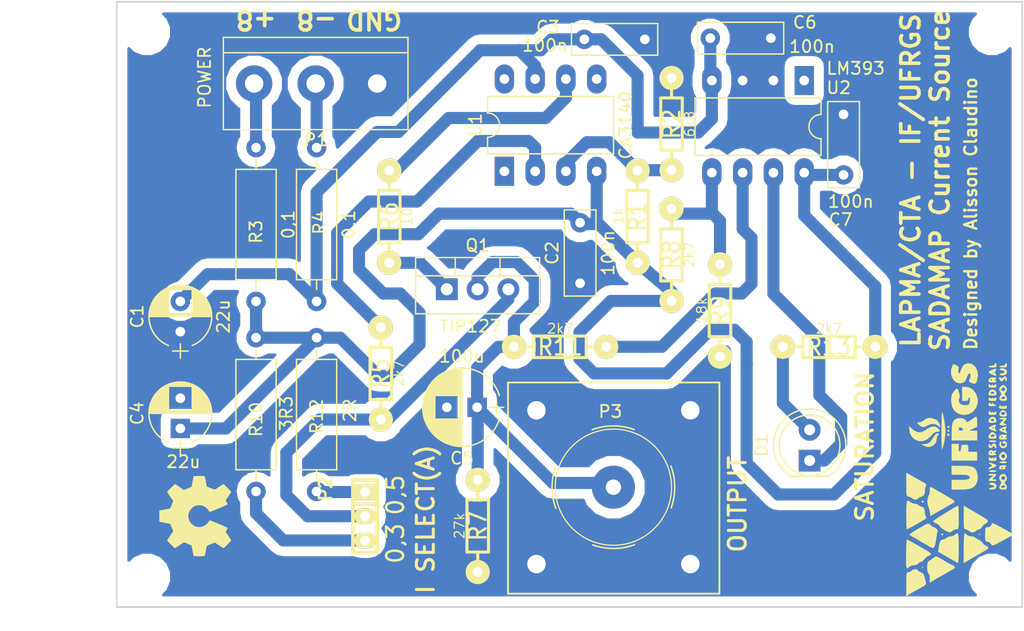
<source format=kicad_pcb>
(kicad_pcb (version 4) (host pcbnew 4.0.7-e2-6376~58~ubuntu14.04.1)

  (general
    (links 51)
    (no_connects 0)
    (area 62.900001 139.925 154.957143 197.826191)
    (thickness 1.6)
    (drawings 19)
    (tracks 167)
    (zones 0)
    (modules 34)
    (nets 18)
  )

  (page A4 portrait)
  (layers
    (0 F.Cu signal)
    (31 B.Cu signal)
    (32 B.Adhes user)
    (33 F.Adhes user)
    (34 B.Paste user)
    (35 F.Paste user)
    (36 B.SilkS user)
    (37 F.SilkS user)
    (38 B.Mask user)
    (39 F.Mask user)
    (40 Dwgs.User user)
    (41 Cmts.User user)
    (42 Eco1.User user)
    (43 Eco2.User user)
    (44 Edge.Cuts user)
    (45 Margin user)
    (46 B.CrtYd user)
    (47 F.CrtYd user)
    (48 B.Fab user)
    (49 F.Fab user)
  )

  (setup
    (last_trace_width 1)
    (trace_clearance 0.6)
    (zone_clearance 0.8)
    (zone_45_only no)
    (trace_min 0.2)
    (segment_width 0.2)
    (edge_width 0.15)
    (via_size 1)
    (via_drill 0.8)
    (via_min_size 0.4)
    (via_min_drill 0.3)
    (uvia_size 0.3)
    (uvia_drill 0.1)
    (uvias_allowed no)
    (uvia_min_size 0.2)
    (uvia_min_drill 0.1)
    (pcb_text_width 0.3)
    (pcb_text_size 1.5 1.5)
    (mod_edge_width 0.15)
    (mod_text_size 1 1)
    (mod_text_width 0.15)
    (pad_size 1.524 1.524)
    (pad_drill 0.762)
    (pad_to_mask_clearance 0.2)
    (aux_axis_origin 72.75 192)
    (grid_origin 72.75 192)
    (visible_elements FFFFFF7F)
    (pcbplotparams
      (layerselection 0x00020_00000000)
      (usegerberextensions false)
      (excludeedgelayer true)
      (linewidth 0.100000)
      (plotframeref false)
      (viasonmask false)
      (mode 1)
      (useauxorigin false)
      (hpglpennumber 1)
      (hpglpenspeed 20)
      (hpglpendiameter 15)
      (hpglpenoverlay 2)
      (psnegative false)
      (psa4output false)
      (plotreference true)
      (plotvalue true)
      (plotinvisibletext false)
      (padsonsilk true)
      (subtractmaskfromsilk false)
      (outputformat 4)
      (mirror false)
      (drillshape 1)
      (scaleselection 1)
      (outputdirectory /home/alissomc/SADAMAP/Circuits/I_SOURCE/))
  )

  (net 0 "")
  (net 1 GND)
  (net 2 -8V)
  (net 3 +8V)
  (net 4 I_OUT)
  (net 5 "Net-(D1-Pad1)")
  (net 6 "Net-(D1-Pad2)")
  (net 7 "Net-(P1-Pad2)")
  (net 8 "Net-(P1-Pad3)")
  (net 9 "Net-(P2-Pad1)")
  (net 10 "Net-(P2-Pad2)")
  (net 11 "Net-(P2-Pad3)")
  (net 12 "Net-(Q1-Pad1)")
  (net 13 "Net-(R1-Pad2)")
  (net 14 "Net-(R5-Pad2)")
  (net 15 "Net-(R6-Pad2)")
  (net 16 "Net-(R8-Pad2)")
  (net 17 "Net-(R11-Pad1)")

  (net_class Default "This is the default net class."
    (clearance 0.6)
    (trace_width 1)
    (via_dia 1)
    (via_drill 0.8)
    (uvia_dia 0.3)
    (uvia_drill 0.1)
    (add_net +8V)
    (add_net -8V)
    (add_net GND)
    (add_net I_OUT)
    (add_net "Net-(D1-Pad1)")
    (add_net "Net-(D1-Pad2)")
    (add_net "Net-(P1-Pad2)")
    (add_net "Net-(P1-Pad3)")
    (add_net "Net-(P2-Pad1)")
    (add_net "Net-(P2-Pad2)")
    (add_net "Net-(P2-Pad3)")
    (add_net "Net-(Q1-Pad1)")
    (add_net "Net-(R1-Pad2)")
    (add_net "Net-(R11-Pad1)")
    (add_net "Net-(R5-Pad2)")
    (add_net "Net-(R6-Pad2)")
    (add_net "Net-(R8-Pad2)")
  )

  (module Mounting_Holes:MountingHole_2.2mm_M2 (layer F.Cu) (tedit 5A72436E) (tstamp 5AE21810)
    (at 145 144.5)
    (descr "Mounting Hole 2.2mm, no annular, M2")
    (tags "mounting hole 2.2mm no annular m2")
    (fp_text reference REF** (at 0 -3.2) (layer F.SilkS) hide
      (effects (font (size 1 1) (thickness 0.15)))
    )
    (fp_text value MountingHole_2.2mm_M2 (at 0 3.2) (layer F.Fab) hide
      (effects (font (size 1 1) (thickness 0.15)))
    )
    (fp_circle (center 0 0) (end 2.2 0) (layer Cmts.User) (width 0.15))
    (fp_circle (center 0 0) (end 2.45 0) (layer F.CrtYd) (width 0.05))
    (pad 1 np_thru_hole circle (at 0 0) (size 2.2 2.2) (drill 2.2) (layers *.Cu *.Mask))
  )

  (module Mounting_Holes:MountingHole_2.2mm_M2 (layer F.Cu) (tedit 5A724362) (tstamp 5AE2180A)
    (at 145 189.5)
    (descr "Mounting Hole 2.2mm, no annular, M2")
    (tags "mounting hole 2.2mm no annular m2")
    (fp_text reference REF** (at 0 -3.2) (layer F.SilkS) hide
      (effects (font (size 1 1) (thickness 0.15)))
    )
    (fp_text value MountingHole_2.2mm_M2 (at 0 3.2) (layer F.Fab) hide
      (effects (font (size 1 1) (thickness 0.15)))
    )
    (fp_circle (center 0 0) (end 2.2 0) (layer Cmts.User) (width 0.15))
    (fp_circle (center 0 0) (end 2.45 0) (layer F.CrtYd) (width 0.05))
    (pad 1 np_thru_hole circle (at 0 0) (size 2.2 2.2) (drill 2.2) (layers *.Cu *.Mask))
  )

  (module Mounting_Holes:MountingHole_2.2mm_M2 (layer F.Cu) (tedit 5A724366) (tstamp 5AE21804)
    (at 75.25 189.5)
    (descr "Mounting Hole 2.2mm, no annular, M2")
    (tags "mounting hole 2.2mm no annular m2")
    (fp_text reference REF** (at 0 -3.2) (layer F.SilkS) hide
      (effects (font (size 1 1) (thickness 0.15)))
    )
    (fp_text value MountingHole_2.2mm_M2 (at 0 3.2) (layer F.Fab) hide
      (effects (font (size 1 1) (thickness 0.15)))
    )
    (fp_circle (center 0 0) (end 2.2 0) (layer Cmts.User) (width 0.15))
    (fp_circle (center 0 0) (end 2.45 0) (layer F.CrtYd) (width 0.05))
    (pad 1 np_thru_hole circle (at 0 0) (size 2.2 2.2) (drill 2.2) (layers *.Cu *.Mask))
  )

  (module Capacitors_THT:CP_Radial_D5.0mm_P2.50mm (layer F.Cu) (tedit 5A7233E1) (tstamp 5A7220A8)
    (at 78 177.25 90)
    (descr "CP, Radial series, Radial, pin pitch=2.50mm, , diameter=5mm, Electrolytic Capacitor")
    (tags "CP Radial series Radial pin pitch 2.50mm  diameter 5mm Electrolytic Capacitor")
    (path /5A2F4B84)
    (fp_text reference C4 (at 1.25 -3.56 90) (layer F.SilkS)
      (effects (font (size 1 1) (thickness 0.15)))
    )
    (fp_text value 22u (at -2.75 0.25 180) (layer F.SilkS)
      (effects (font (size 1 1) (thickness 0.15)))
    )
    (fp_arc (start 1.25 0) (end -1.147436 -0.98) (angle 135.5) (layer F.SilkS) (width 0.12))
    (fp_arc (start 1.25 0) (end -1.147436 0.98) (angle -135.5) (layer F.SilkS) (width 0.12))
    (fp_arc (start 1.25 0) (end 3.647436 -0.98) (angle 44.5) (layer F.SilkS) (width 0.12))
    (fp_circle (center 1.25 0) (end 3.75 0) (layer F.Fab) (width 0.1))
    (fp_line (start -2.2 0) (end -1 0) (layer F.Fab) (width 0.1))
    (fp_line (start -1.6 -0.65) (end -1.6 0.65) (layer F.Fab) (width 0.1))
    (fp_line (start 1.25 -2.55) (end 1.25 2.55) (layer F.SilkS) (width 0.12))
    (fp_line (start 1.29 -2.55) (end 1.29 2.55) (layer F.SilkS) (width 0.12))
    (fp_line (start 1.33 -2.549) (end 1.33 2.549) (layer F.SilkS) (width 0.12))
    (fp_line (start 1.37 -2.548) (end 1.37 2.548) (layer F.SilkS) (width 0.12))
    (fp_line (start 1.41 -2.546) (end 1.41 2.546) (layer F.SilkS) (width 0.12))
    (fp_line (start 1.45 -2.543) (end 1.45 2.543) (layer F.SilkS) (width 0.12))
    (fp_line (start 1.49 -2.539) (end 1.49 2.539) (layer F.SilkS) (width 0.12))
    (fp_line (start 1.53 -2.535) (end 1.53 -0.98) (layer F.SilkS) (width 0.12))
    (fp_line (start 1.53 0.98) (end 1.53 2.535) (layer F.SilkS) (width 0.12))
    (fp_line (start 1.57 -2.531) (end 1.57 -0.98) (layer F.SilkS) (width 0.12))
    (fp_line (start 1.57 0.98) (end 1.57 2.531) (layer F.SilkS) (width 0.12))
    (fp_line (start 1.61 -2.525) (end 1.61 -0.98) (layer F.SilkS) (width 0.12))
    (fp_line (start 1.61 0.98) (end 1.61 2.525) (layer F.SilkS) (width 0.12))
    (fp_line (start 1.65 -2.519) (end 1.65 -0.98) (layer F.SilkS) (width 0.12))
    (fp_line (start 1.65 0.98) (end 1.65 2.519) (layer F.SilkS) (width 0.12))
    (fp_line (start 1.69 -2.513) (end 1.69 -0.98) (layer F.SilkS) (width 0.12))
    (fp_line (start 1.69 0.98) (end 1.69 2.513) (layer F.SilkS) (width 0.12))
    (fp_line (start 1.73 -2.506) (end 1.73 -0.98) (layer F.SilkS) (width 0.12))
    (fp_line (start 1.73 0.98) (end 1.73 2.506) (layer F.SilkS) (width 0.12))
    (fp_line (start 1.77 -2.498) (end 1.77 -0.98) (layer F.SilkS) (width 0.12))
    (fp_line (start 1.77 0.98) (end 1.77 2.498) (layer F.SilkS) (width 0.12))
    (fp_line (start 1.81 -2.489) (end 1.81 -0.98) (layer F.SilkS) (width 0.12))
    (fp_line (start 1.81 0.98) (end 1.81 2.489) (layer F.SilkS) (width 0.12))
    (fp_line (start 1.85 -2.48) (end 1.85 -0.98) (layer F.SilkS) (width 0.12))
    (fp_line (start 1.85 0.98) (end 1.85 2.48) (layer F.SilkS) (width 0.12))
    (fp_line (start 1.89 -2.47) (end 1.89 -0.98) (layer F.SilkS) (width 0.12))
    (fp_line (start 1.89 0.98) (end 1.89 2.47) (layer F.SilkS) (width 0.12))
    (fp_line (start 1.93 -2.46) (end 1.93 -0.98) (layer F.SilkS) (width 0.12))
    (fp_line (start 1.93 0.98) (end 1.93 2.46) (layer F.SilkS) (width 0.12))
    (fp_line (start 1.971 -2.448) (end 1.971 -0.98) (layer F.SilkS) (width 0.12))
    (fp_line (start 1.971 0.98) (end 1.971 2.448) (layer F.SilkS) (width 0.12))
    (fp_line (start 2.011 -2.436) (end 2.011 -0.98) (layer F.SilkS) (width 0.12))
    (fp_line (start 2.011 0.98) (end 2.011 2.436) (layer F.SilkS) (width 0.12))
    (fp_line (start 2.051 -2.424) (end 2.051 -0.98) (layer F.SilkS) (width 0.12))
    (fp_line (start 2.051 0.98) (end 2.051 2.424) (layer F.SilkS) (width 0.12))
    (fp_line (start 2.091 -2.41) (end 2.091 -0.98) (layer F.SilkS) (width 0.12))
    (fp_line (start 2.091 0.98) (end 2.091 2.41) (layer F.SilkS) (width 0.12))
    (fp_line (start 2.131 -2.396) (end 2.131 -0.98) (layer F.SilkS) (width 0.12))
    (fp_line (start 2.131 0.98) (end 2.131 2.396) (layer F.SilkS) (width 0.12))
    (fp_line (start 2.171 -2.382) (end 2.171 -0.98) (layer F.SilkS) (width 0.12))
    (fp_line (start 2.171 0.98) (end 2.171 2.382) (layer F.SilkS) (width 0.12))
    (fp_line (start 2.211 -2.366) (end 2.211 -0.98) (layer F.SilkS) (width 0.12))
    (fp_line (start 2.211 0.98) (end 2.211 2.366) (layer F.SilkS) (width 0.12))
    (fp_line (start 2.251 -2.35) (end 2.251 -0.98) (layer F.SilkS) (width 0.12))
    (fp_line (start 2.251 0.98) (end 2.251 2.35) (layer F.SilkS) (width 0.12))
    (fp_line (start 2.291 -2.333) (end 2.291 -0.98) (layer F.SilkS) (width 0.12))
    (fp_line (start 2.291 0.98) (end 2.291 2.333) (layer F.SilkS) (width 0.12))
    (fp_line (start 2.331 -2.315) (end 2.331 -0.98) (layer F.SilkS) (width 0.12))
    (fp_line (start 2.331 0.98) (end 2.331 2.315) (layer F.SilkS) (width 0.12))
    (fp_line (start 2.371 -2.296) (end 2.371 -0.98) (layer F.SilkS) (width 0.12))
    (fp_line (start 2.371 0.98) (end 2.371 2.296) (layer F.SilkS) (width 0.12))
    (fp_line (start 2.411 -2.276) (end 2.411 -0.98) (layer F.SilkS) (width 0.12))
    (fp_line (start 2.411 0.98) (end 2.411 2.276) (layer F.SilkS) (width 0.12))
    (fp_line (start 2.451 -2.256) (end 2.451 -0.98) (layer F.SilkS) (width 0.12))
    (fp_line (start 2.451 0.98) (end 2.451 2.256) (layer F.SilkS) (width 0.12))
    (fp_line (start 2.491 -2.234) (end 2.491 -0.98) (layer F.SilkS) (width 0.12))
    (fp_line (start 2.491 0.98) (end 2.491 2.234) (layer F.SilkS) (width 0.12))
    (fp_line (start 2.531 -2.212) (end 2.531 -0.98) (layer F.SilkS) (width 0.12))
    (fp_line (start 2.531 0.98) (end 2.531 2.212) (layer F.SilkS) (width 0.12))
    (fp_line (start 2.571 -2.189) (end 2.571 -0.98) (layer F.SilkS) (width 0.12))
    (fp_line (start 2.571 0.98) (end 2.571 2.189) (layer F.SilkS) (width 0.12))
    (fp_line (start 2.611 -2.165) (end 2.611 -0.98) (layer F.SilkS) (width 0.12))
    (fp_line (start 2.611 0.98) (end 2.611 2.165) (layer F.SilkS) (width 0.12))
    (fp_line (start 2.651 -2.14) (end 2.651 -0.98) (layer F.SilkS) (width 0.12))
    (fp_line (start 2.651 0.98) (end 2.651 2.14) (layer F.SilkS) (width 0.12))
    (fp_line (start 2.691 -2.113) (end 2.691 -0.98) (layer F.SilkS) (width 0.12))
    (fp_line (start 2.691 0.98) (end 2.691 2.113) (layer F.SilkS) (width 0.12))
    (fp_line (start 2.731 -2.086) (end 2.731 -0.98) (layer F.SilkS) (width 0.12))
    (fp_line (start 2.731 0.98) (end 2.731 2.086) (layer F.SilkS) (width 0.12))
    (fp_line (start 2.771 -2.058) (end 2.771 -0.98) (layer F.SilkS) (width 0.12))
    (fp_line (start 2.771 0.98) (end 2.771 2.058) (layer F.SilkS) (width 0.12))
    (fp_line (start 2.811 -2.028) (end 2.811 -0.98) (layer F.SilkS) (width 0.12))
    (fp_line (start 2.811 0.98) (end 2.811 2.028) (layer F.SilkS) (width 0.12))
    (fp_line (start 2.851 -1.997) (end 2.851 -0.98) (layer F.SilkS) (width 0.12))
    (fp_line (start 2.851 0.98) (end 2.851 1.997) (layer F.SilkS) (width 0.12))
    (fp_line (start 2.891 -1.965) (end 2.891 -0.98) (layer F.SilkS) (width 0.12))
    (fp_line (start 2.891 0.98) (end 2.891 1.965) (layer F.SilkS) (width 0.12))
    (fp_line (start 2.931 -1.932) (end 2.931 -0.98) (layer F.SilkS) (width 0.12))
    (fp_line (start 2.931 0.98) (end 2.931 1.932) (layer F.SilkS) (width 0.12))
    (fp_line (start 2.971 -1.897) (end 2.971 -0.98) (layer F.SilkS) (width 0.12))
    (fp_line (start 2.971 0.98) (end 2.971 1.897) (layer F.SilkS) (width 0.12))
    (fp_line (start 3.011 -1.861) (end 3.011 -0.98) (layer F.SilkS) (width 0.12))
    (fp_line (start 3.011 0.98) (end 3.011 1.861) (layer F.SilkS) (width 0.12))
    (fp_line (start 3.051 -1.823) (end 3.051 -0.98) (layer F.SilkS) (width 0.12))
    (fp_line (start 3.051 0.98) (end 3.051 1.823) (layer F.SilkS) (width 0.12))
    (fp_line (start 3.091 -1.783) (end 3.091 -0.98) (layer F.SilkS) (width 0.12))
    (fp_line (start 3.091 0.98) (end 3.091 1.783) (layer F.SilkS) (width 0.12))
    (fp_line (start 3.131 -1.742) (end 3.131 -0.98) (layer F.SilkS) (width 0.12))
    (fp_line (start 3.131 0.98) (end 3.131 1.742) (layer F.SilkS) (width 0.12))
    (fp_line (start 3.171 -1.699) (end 3.171 -0.98) (layer F.SilkS) (width 0.12))
    (fp_line (start 3.171 0.98) (end 3.171 1.699) (layer F.SilkS) (width 0.12))
    (fp_line (start 3.211 -1.654) (end 3.211 -0.98) (layer F.SilkS) (width 0.12))
    (fp_line (start 3.211 0.98) (end 3.211 1.654) (layer F.SilkS) (width 0.12))
    (fp_line (start 3.251 -1.606) (end 3.251 -0.98) (layer F.SilkS) (width 0.12))
    (fp_line (start 3.251 0.98) (end 3.251 1.606) (layer F.SilkS) (width 0.12))
    (fp_line (start 3.291 -1.556) (end 3.291 -0.98) (layer F.SilkS) (width 0.12))
    (fp_line (start 3.291 0.98) (end 3.291 1.556) (layer F.SilkS) (width 0.12))
    (fp_line (start 3.331 -1.504) (end 3.331 -0.98) (layer F.SilkS) (width 0.12))
    (fp_line (start 3.331 0.98) (end 3.331 1.504) (layer F.SilkS) (width 0.12))
    (fp_line (start 3.371 -1.448) (end 3.371 -0.98) (layer F.SilkS) (width 0.12))
    (fp_line (start 3.371 0.98) (end 3.371 1.448) (layer F.SilkS) (width 0.12))
    (fp_line (start 3.411 -1.39) (end 3.411 -0.98) (layer F.SilkS) (width 0.12))
    (fp_line (start 3.411 0.98) (end 3.411 1.39) (layer F.SilkS) (width 0.12))
    (fp_line (start 3.451 -1.327) (end 3.451 -0.98) (layer F.SilkS) (width 0.12))
    (fp_line (start 3.451 0.98) (end 3.451 1.327) (layer F.SilkS) (width 0.12))
    (fp_line (start 3.491 -1.261) (end 3.491 1.261) (layer F.SilkS) (width 0.12))
    (fp_line (start 3.531 -1.189) (end 3.531 1.189) (layer F.SilkS) (width 0.12))
    (fp_line (start 3.571 -1.112) (end 3.571 1.112) (layer F.SilkS) (width 0.12))
    (fp_line (start 3.611 -1.028) (end 3.611 1.028) (layer F.SilkS) (width 0.12))
    (fp_line (start 3.651 -0.934) (end 3.651 0.934) (layer F.SilkS) (width 0.12))
    (fp_line (start 3.691 -0.829) (end 3.691 0.829) (layer F.SilkS) (width 0.12))
    (fp_line (start 3.731 -0.707) (end 3.731 0.707) (layer F.SilkS) (width 0.12))
    (fp_line (start 3.771 -0.559) (end 3.771 0.559) (layer F.SilkS) (width 0.12))
    (fp_line (start 3.811 -0.354) (end 3.811 0.354) (layer F.SilkS) (width 0.12))
    (fp_line (start -2.2 0) (end -1 0) (layer F.SilkS) (width 0.12))
    (fp_line (start -1.6 -0.65) (end -1.6 0.65) (layer F.SilkS) (width 0.12))
    (fp_line (start -1.6 -2.85) (end -1.6 2.85) (layer F.CrtYd) (width 0.05))
    (fp_line (start -1.6 2.85) (end 4.1 2.85) (layer F.CrtYd) (width 0.05))
    (fp_line (start 4.1 2.85) (end 4.1 -2.85) (layer F.CrtYd) (width 0.05))
    (fp_line (start 4.1 -2.85) (end -1.6 -2.85) (layer F.CrtYd) (width 0.05))
    (pad 1 thru_hole rect (at 0 0 90) (size 1.6 1.6) (drill 0.8) (layers *.Mask B.Cu)
      (net 3 +8V))
    (pad 2 thru_hole circle (at 2.5 0 90) (size 1.6 1.6) (drill 0.8) (layers *.Mask B.Cu)
      (net 1 GND))
    (model Capacitors_THT.3dshapes/CP_Radial_D5.0mm_P2.50mm.wrl
      (at (xyz 0 0 0))
      (scale (xyz 1 1 1))
      (rotate (xyz 0 0 0))
    )
  )

  (module Capacitors_THT:CP_Radial_D5.0mm_P2.50mm (layer F.Cu) (tedit 5A3742EF) (tstamp 5A722096)
    (at 78 169.25 90)
    (descr "CP, Radial series, Radial, pin pitch=2.50mm, , diameter=5mm, Electrolytic Capacitor")
    (tags "CP Radial series Radial pin pitch 2.50mm  diameter 5mm Electrolytic Capacitor")
    (path /5A2F4B83)
    (fp_text reference C1 (at 1.25 -3.56 90) (layer F.SilkS)
      (effects (font (size 1 1) (thickness 0.15)))
    )
    (fp_text value 22u (at 1.25 3.56 90) (layer F.SilkS)
      (effects (font (size 1 1) (thickness 0.15)))
    )
    (fp_arc (start 1.25 0) (end -1.147436 -0.98) (angle 135.5) (layer F.SilkS) (width 0.12))
    (fp_arc (start 1.25 0) (end -1.147436 0.98) (angle -135.5) (layer F.SilkS) (width 0.12))
    (fp_arc (start 1.25 0) (end 3.647436 -0.98) (angle 44.5) (layer F.SilkS) (width 0.12))
    (fp_circle (center 1.25 0) (end 3.75 0) (layer F.Fab) (width 0.1))
    (fp_line (start -2.2 0) (end -1 0) (layer F.Fab) (width 0.1))
    (fp_line (start -1.6 -0.65) (end -1.6 0.65) (layer F.Fab) (width 0.1))
    (fp_line (start 1.25 -2.55) (end 1.25 2.55) (layer F.SilkS) (width 0.12))
    (fp_line (start 1.29 -2.55) (end 1.29 2.55) (layer F.SilkS) (width 0.12))
    (fp_line (start 1.33 -2.549) (end 1.33 2.549) (layer F.SilkS) (width 0.12))
    (fp_line (start 1.37 -2.548) (end 1.37 2.548) (layer F.SilkS) (width 0.12))
    (fp_line (start 1.41 -2.546) (end 1.41 2.546) (layer F.SilkS) (width 0.12))
    (fp_line (start 1.45 -2.543) (end 1.45 2.543) (layer F.SilkS) (width 0.12))
    (fp_line (start 1.49 -2.539) (end 1.49 2.539) (layer F.SilkS) (width 0.12))
    (fp_line (start 1.53 -2.535) (end 1.53 -0.98) (layer F.SilkS) (width 0.12))
    (fp_line (start 1.53 0.98) (end 1.53 2.535) (layer F.SilkS) (width 0.12))
    (fp_line (start 1.57 -2.531) (end 1.57 -0.98) (layer F.SilkS) (width 0.12))
    (fp_line (start 1.57 0.98) (end 1.57 2.531) (layer F.SilkS) (width 0.12))
    (fp_line (start 1.61 -2.525) (end 1.61 -0.98) (layer F.SilkS) (width 0.12))
    (fp_line (start 1.61 0.98) (end 1.61 2.525) (layer F.SilkS) (width 0.12))
    (fp_line (start 1.65 -2.519) (end 1.65 -0.98) (layer F.SilkS) (width 0.12))
    (fp_line (start 1.65 0.98) (end 1.65 2.519) (layer F.SilkS) (width 0.12))
    (fp_line (start 1.69 -2.513) (end 1.69 -0.98) (layer F.SilkS) (width 0.12))
    (fp_line (start 1.69 0.98) (end 1.69 2.513) (layer F.SilkS) (width 0.12))
    (fp_line (start 1.73 -2.506) (end 1.73 -0.98) (layer F.SilkS) (width 0.12))
    (fp_line (start 1.73 0.98) (end 1.73 2.506) (layer F.SilkS) (width 0.12))
    (fp_line (start 1.77 -2.498) (end 1.77 -0.98) (layer F.SilkS) (width 0.12))
    (fp_line (start 1.77 0.98) (end 1.77 2.498) (layer F.SilkS) (width 0.12))
    (fp_line (start 1.81 -2.489) (end 1.81 -0.98) (layer F.SilkS) (width 0.12))
    (fp_line (start 1.81 0.98) (end 1.81 2.489) (layer F.SilkS) (width 0.12))
    (fp_line (start 1.85 -2.48) (end 1.85 -0.98) (layer F.SilkS) (width 0.12))
    (fp_line (start 1.85 0.98) (end 1.85 2.48) (layer F.SilkS) (width 0.12))
    (fp_line (start 1.89 -2.47) (end 1.89 -0.98) (layer F.SilkS) (width 0.12))
    (fp_line (start 1.89 0.98) (end 1.89 2.47) (layer F.SilkS) (width 0.12))
    (fp_line (start 1.93 -2.46) (end 1.93 -0.98) (layer F.SilkS) (width 0.12))
    (fp_line (start 1.93 0.98) (end 1.93 2.46) (layer F.SilkS) (width 0.12))
    (fp_line (start 1.971 -2.448) (end 1.971 -0.98) (layer F.SilkS) (width 0.12))
    (fp_line (start 1.971 0.98) (end 1.971 2.448) (layer F.SilkS) (width 0.12))
    (fp_line (start 2.011 -2.436) (end 2.011 -0.98) (layer F.SilkS) (width 0.12))
    (fp_line (start 2.011 0.98) (end 2.011 2.436) (layer F.SilkS) (width 0.12))
    (fp_line (start 2.051 -2.424) (end 2.051 -0.98) (layer F.SilkS) (width 0.12))
    (fp_line (start 2.051 0.98) (end 2.051 2.424) (layer F.SilkS) (width 0.12))
    (fp_line (start 2.091 -2.41) (end 2.091 -0.98) (layer F.SilkS) (width 0.12))
    (fp_line (start 2.091 0.98) (end 2.091 2.41) (layer F.SilkS) (width 0.12))
    (fp_line (start 2.131 -2.396) (end 2.131 -0.98) (layer F.SilkS) (width 0.12))
    (fp_line (start 2.131 0.98) (end 2.131 2.396) (layer F.SilkS) (width 0.12))
    (fp_line (start 2.171 -2.382) (end 2.171 -0.98) (layer F.SilkS) (width 0.12))
    (fp_line (start 2.171 0.98) (end 2.171 2.382) (layer F.SilkS) (width 0.12))
    (fp_line (start 2.211 -2.366) (end 2.211 -0.98) (layer F.SilkS) (width 0.12))
    (fp_line (start 2.211 0.98) (end 2.211 2.366) (layer F.SilkS) (width 0.12))
    (fp_line (start 2.251 -2.35) (end 2.251 -0.98) (layer F.SilkS) (width 0.12))
    (fp_line (start 2.251 0.98) (end 2.251 2.35) (layer F.SilkS) (width 0.12))
    (fp_line (start 2.291 -2.333) (end 2.291 -0.98) (layer F.SilkS) (width 0.12))
    (fp_line (start 2.291 0.98) (end 2.291 2.333) (layer F.SilkS) (width 0.12))
    (fp_line (start 2.331 -2.315) (end 2.331 -0.98) (layer F.SilkS) (width 0.12))
    (fp_line (start 2.331 0.98) (end 2.331 2.315) (layer F.SilkS) (width 0.12))
    (fp_line (start 2.371 -2.296) (end 2.371 -0.98) (layer F.SilkS) (width 0.12))
    (fp_line (start 2.371 0.98) (end 2.371 2.296) (layer F.SilkS) (width 0.12))
    (fp_line (start 2.411 -2.276) (end 2.411 -0.98) (layer F.SilkS) (width 0.12))
    (fp_line (start 2.411 0.98) (end 2.411 2.276) (layer F.SilkS) (width 0.12))
    (fp_line (start 2.451 -2.256) (end 2.451 -0.98) (layer F.SilkS) (width 0.12))
    (fp_line (start 2.451 0.98) (end 2.451 2.256) (layer F.SilkS) (width 0.12))
    (fp_line (start 2.491 -2.234) (end 2.491 -0.98) (layer F.SilkS) (width 0.12))
    (fp_line (start 2.491 0.98) (end 2.491 2.234) (layer F.SilkS) (width 0.12))
    (fp_line (start 2.531 -2.212) (end 2.531 -0.98) (layer F.SilkS) (width 0.12))
    (fp_line (start 2.531 0.98) (end 2.531 2.212) (layer F.SilkS) (width 0.12))
    (fp_line (start 2.571 -2.189) (end 2.571 -0.98) (layer F.SilkS) (width 0.12))
    (fp_line (start 2.571 0.98) (end 2.571 2.189) (layer F.SilkS) (width 0.12))
    (fp_line (start 2.611 -2.165) (end 2.611 -0.98) (layer F.SilkS) (width 0.12))
    (fp_line (start 2.611 0.98) (end 2.611 2.165) (layer F.SilkS) (width 0.12))
    (fp_line (start 2.651 -2.14) (end 2.651 -0.98) (layer F.SilkS) (width 0.12))
    (fp_line (start 2.651 0.98) (end 2.651 2.14) (layer F.SilkS) (width 0.12))
    (fp_line (start 2.691 -2.113) (end 2.691 -0.98) (layer F.SilkS) (width 0.12))
    (fp_line (start 2.691 0.98) (end 2.691 2.113) (layer F.SilkS) (width 0.12))
    (fp_line (start 2.731 -2.086) (end 2.731 -0.98) (layer F.SilkS) (width 0.12))
    (fp_line (start 2.731 0.98) (end 2.731 2.086) (layer F.SilkS) (width 0.12))
    (fp_line (start 2.771 -2.058) (end 2.771 -0.98) (layer F.SilkS) (width 0.12))
    (fp_line (start 2.771 0.98) (end 2.771 2.058) (layer F.SilkS) (width 0.12))
    (fp_line (start 2.811 -2.028) (end 2.811 -0.98) (layer F.SilkS) (width 0.12))
    (fp_line (start 2.811 0.98) (end 2.811 2.028) (layer F.SilkS) (width 0.12))
    (fp_line (start 2.851 -1.997) (end 2.851 -0.98) (layer F.SilkS) (width 0.12))
    (fp_line (start 2.851 0.98) (end 2.851 1.997) (layer F.SilkS) (width 0.12))
    (fp_line (start 2.891 -1.965) (end 2.891 -0.98) (layer F.SilkS) (width 0.12))
    (fp_line (start 2.891 0.98) (end 2.891 1.965) (layer F.SilkS) (width 0.12))
    (fp_line (start 2.931 -1.932) (end 2.931 -0.98) (layer F.SilkS) (width 0.12))
    (fp_line (start 2.931 0.98) (end 2.931 1.932) (layer F.SilkS) (width 0.12))
    (fp_line (start 2.971 -1.897) (end 2.971 -0.98) (layer F.SilkS) (width 0.12))
    (fp_line (start 2.971 0.98) (end 2.971 1.897) (layer F.SilkS) (width 0.12))
    (fp_line (start 3.011 -1.861) (end 3.011 -0.98) (layer F.SilkS) (width 0.12))
    (fp_line (start 3.011 0.98) (end 3.011 1.861) (layer F.SilkS) (width 0.12))
    (fp_line (start 3.051 -1.823) (end 3.051 -0.98) (layer F.SilkS) (width 0.12))
    (fp_line (start 3.051 0.98) (end 3.051 1.823) (layer F.SilkS) (width 0.12))
    (fp_line (start 3.091 -1.783) (end 3.091 -0.98) (layer F.SilkS) (width 0.12))
    (fp_line (start 3.091 0.98) (end 3.091 1.783) (layer F.SilkS) (width 0.12))
    (fp_line (start 3.131 -1.742) (end 3.131 -0.98) (layer F.SilkS) (width 0.12))
    (fp_line (start 3.131 0.98) (end 3.131 1.742) (layer F.SilkS) (width 0.12))
    (fp_line (start 3.171 -1.699) (end 3.171 -0.98) (layer F.SilkS) (width 0.12))
    (fp_line (start 3.171 0.98) (end 3.171 1.699) (layer F.SilkS) (width 0.12))
    (fp_line (start 3.211 -1.654) (end 3.211 -0.98) (layer F.SilkS) (width 0.12))
    (fp_line (start 3.211 0.98) (end 3.211 1.654) (layer F.SilkS) (width 0.12))
    (fp_line (start 3.251 -1.606) (end 3.251 -0.98) (layer F.SilkS) (width 0.12))
    (fp_line (start 3.251 0.98) (end 3.251 1.606) (layer F.SilkS) (width 0.12))
    (fp_line (start 3.291 -1.556) (end 3.291 -0.98) (layer F.SilkS) (width 0.12))
    (fp_line (start 3.291 0.98) (end 3.291 1.556) (layer F.SilkS) (width 0.12))
    (fp_line (start 3.331 -1.504) (end 3.331 -0.98) (layer F.SilkS) (width 0.12))
    (fp_line (start 3.331 0.98) (end 3.331 1.504) (layer F.SilkS) (width 0.12))
    (fp_line (start 3.371 -1.448) (end 3.371 -0.98) (layer F.SilkS) (width 0.12))
    (fp_line (start 3.371 0.98) (end 3.371 1.448) (layer F.SilkS) (width 0.12))
    (fp_line (start 3.411 -1.39) (end 3.411 -0.98) (layer F.SilkS) (width 0.12))
    (fp_line (start 3.411 0.98) (end 3.411 1.39) (layer F.SilkS) (width 0.12))
    (fp_line (start 3.451 -1.327) (end 3.451 -0.98) (layer F.SilkS) (width 0.12))
    (fp_line (start 3.451 0.98) (end 3.451 1.327) (layer F.SilkS) (width 0.12))
    (fp_line (start 3.491 -1.261) (end 3.491 1.261) (layer F.SilkS) (width 0.12))
    (fp_line (start 3.531 -1.189) (end 3.531 1.189) (layer F.SilkS) (width 0.12))
    (fp_line (start 3.571 -1.112) (end 3.571 1.112) (layer F.SilkS) (width 0.12))
    (fp_line (start 3.611 -1.028) (end 3.611 1.028) (layer F.SilkS) (width 0.12))
    (fp_line (start 3.651 -0.934) (end 3.651 0.934) (layer F.SilkS) (width 0.12))
    (fp_line (start 3.691 -0.829) (end 3.691 0.829) (layer F.SilkS) (width 0.12))
    (fp_line (start 3.731 -0.707) (end 3.731 0.707) (layer F.SilkS) (width 0.12))
    (fp_line (start 3.771 -0.559) (end 3.771 0.559) (layer F.SilkS) (width 0.12))
    (fp_line (start 3.811 -0.354) (end 3.811 0.354) (layer F.SilkS) (width 0.12))
    (fp_line (start -2.2 0) (end -1 0) (layer F.SilkS) (width 0.12))
    (fp_line (start -1.6 -0.65) (end -1.6 0.65) (layer F.SilkS) (width 0.12))
    (fp_line (start -1.6 -2.85) (end -1.6 2.85) (layer F.CrtYd) (width 0.05))
    (fp_line (start -1.6 2.85) (end 4.1 2.85) (layer F.CrtYd) (width 0.05))
    (fp_line (start 4.1 2.85) (end 4.1 -2.85) (layer F.CrtYd) (width 0.05))
    (fp_line (start 4.1 -2.85) (end -1.6 -2.85) (layer F.CrtYd) (width 0.05))
    (pad 1 thru_hole rect (at 0 0 90) (size 1.6 1.6) (drill 0.8) (layers *.Mask B.Cu)
      (net 1 GND))
    (pad 2 thru_hole circle (at 2.5 0 90) (size 1.6 1.6) (drill 0.8) (layers *.Mask B.Cu)
      (net 2 -8V))
    (model Capacitors_THT.3dshapes/CP_Radial_D5.0mm_P2.50mm.wrl
      (at (xyz 0 0 0))
      (scale (xyz 1 1 1))
      (rotate (xyz 0 0 0))
    )
  )

  (module Capacitors_THT:C_Rect_L7.0mm_W2.5mm_P5.00mm (layer F.Cu) (tedit 5945DB22) (tstamp 5A72209C)
    (at 111 165.25 90)
    (descr "C, Rect series, Radial, pin pitch=5.00mm, , length*width=7*2.5mm^2, Capacitor")
    (tags "C Rect series Radial pin pitch 5.00mm  length 7mm width 2.5mm Capacitor")
    (path /5A2F5C79)
    (fp_text reference C2 (at 2.5 -2.31 90) (layer F.SilkS)
      (effects (font (size 1 1) (thickness 0.15)))
    )
    (fp_text value 100n (at 2.5 2.31 90) (layer F.SilkS)
      (effects (font (size 1 1) (thickness 0.15)))
    )
    (fp_line (start -1 -1.25) (end -1 1.25) (layer F.Fab) (width 0.1))
    (fp_line (start -1 1.25) (end 6 1.25) (layer F.Fab) (width 0.1))
    (fp_line (start 6 1.25) (end 6 -1.25) (layer F.Fab) (width 0.1))
    (fp_line (start 6 -1.25) (end -1 -1.25) (layer F.Fab) (width 0.1))
    (fp_line (start -1.06 -1.31) (end 6.06 -1.31) (layer F.SilkS) (width 0.12))
    (fp_line (start -1.06 1.31) (end 6.06 1.31) (layer F.SilkS) (width 0.12))
    (fp_line (start -1.06 -1.31) (end -1.06 1.31) (layer F.SilkS) (width 0.12))
    (fp_line (start 6.06 -1.31) (end 6.06 1.31) (layer F.SilkS) (width 0.12))
    (fp_line (start -1.35 -1.6) (end -1.35 1.6) (layer F.CrtYd) (width 0.05))
    (fp_line (start -1.35 1.6) (end 6.35 1.6) (layer F.CrtYd) (width 0.05))
    (fp_line (start 6.35 1.6) (end 6.35 -1.6) (layer F.CrtYd) (width 0.05))
    (fp_line (start 6.35 -1.6) (end -1.35 -1.6) (layer F.CrtYd) (width 0.05))
    (pad 1 thru_hole circle (at 0 0 90) (size 1.6 1.6) (drill 0.8) (layers *.Mask B.Cu)
      (net 1 GND))
    (pad 2 thru_hole circle (at 5 0 90) (size 1.6 1.6) (drill 0.8) (layers *.Mask B.Cu)
      (net 3 +8V))
    (model Capacitors_THT.3dshapes/C_Rect_L7.0mm_W2.5mm_P5.00mm.wrl
      (at (xyz 0 0 0))
      (scale (xyz 1 1 1))
      (rotate (xyz 0 0 0))
    )
  )

  (module Capacitors_THT:C_Rect_L7.0mm_W2.5mm_P5.00mm (layer F.Cu) (tedit 5A723434) (tstamp 5A7220A2)
    (at 116.35 145.1 180)
    (descr "C, Rect series, Radial, pin pitch=5.00mm, , length*width=7*2.5mm^2, Capacitor")
    (tags "C Rect series Radial pin pitch 5.00mm  length 7mm width 2.5mm Capacitor")
    (path /5A2F5B0D)
    (fp_text reference C3 (at 8 1 180) (layer F.SilkS)
      (effects (font (size 1 1) (thickness 0.15)))
    )
    (fp_text value 100n (at 8.25 -0.5 180) (layer F.SilkS)
      (effects (font (size 1 1) (thickness 0.15)))
    )
    (fp_line (start -1 -1.25) (end -1 1.25) (layer F.Fab) (width 0.1))
    (fp_line (start -1 1.25) (end 6 1.25) (layer F.Fab) (width 0.1))
    (fp_line (start 6 1.25) (end 6 -1.25) (layer F.Fab) (width 0.1))
    (fp_line (start 6 -1.25) (end -1 -1.25) (layer F.Fab) (width 0.1))
    (fp_line (start -1.06 -1.31) (end 6.06 -1.31) (layer F.SilkS) (width 0.12))
    (fp_line (start -1.06 1.31) (end 6.06 1.31) (layer F.SilkS) (width 0.12))
    (fp_line (start -1.06 -1.31) (end -1.06 1.31) (layer F.SilkS) (width 0.12))
    (fp_line (start 6.06 -1.31) (end 6.06 1.31) (layer F.SilkS) (width 0.12))
    (fp_line (start -1.35 -1.6) (end -1.35 1.6) (layer F.CrtYd) (width 0.05))
    (fp_line (start -1.35 1.6) (end 6.35 1.6) (layer F.CrtYd) (width 0.05))
    (fp_line (start 6.35 1.6) (end 6.35 -1.6) (layer F.CrtYd) (width 0.05))
    (fp_line (start 6.35 -1.6) (end -1.35 -1.6) (layer F.CrtYd) (width 0.05))
    (pad 1 thru_hole circle (at 0 0 180) (size 1.6 1.6) (drill 0.8) (layers *.Mask B.Cu)
      (net 1 GND))
    (pad 2 thru_hole circle (at 5 0 180) (size 1.6 1.6) (drill 0.8) (layers *.Mask B.Cu)
      (net 2 -8V))
    (model Capacitors_THT.3dshapes/C_Rect_L7.0mm_W2.5mm_P5.00mm.wrl
      (at (xyz 0 0 0))
      (scale (xyz 1 1 1))
      (rotate (xyz 0 0 0))
    )
  )

  (module Capacitors_THT:CP_Radial_D6.3mm_P2.50mm (layer F.Cu) (tedit 5945DC08) (tstamp 5A7220AE)
    (at 102.5 175.5 180)
    (descr "CP, Radial series, Radial, pin pitch=2.50mm, , diameter=6.3mm, Electrolytic Capacitor")
    (tags "CP Radial series Radial pin pitch 2.50mm  diameter 6.3mm Electrolytic Capacitor")
    (path /5A724097)
    (fp_text reference C5 (at 1.25 -4.21 180) (layer F.SilkS)
      (effects (font (size 1 1) (thickness 0.15)))
    )
    (fp_text value 100u (at 1.25 4.21 180) (layer F.SilkS)
      (effects (font (size 1 1) (thickness 0.15)))
    )
    (fp_arc (start 1.25 0) (end -1.838236 -0.98) (angle 144.8) (layer F.SilkS) (width 0.12))
    (fp_arc (start 1.25 0) (end -1.838236 0.98) (angle -144.8) (layer F.SilkS) (width 0.12))
    (fp_arc (start 1.25 0) (end 4.338236 -0.98) (angle 35.2) (layer F.SilkS) (width 0.12))
    (fp_circle (center 1.25 0) (end 4.4 0) (layer F.Fab) (width 0.1))
    (fp_line (start -2.2 0) (end -1 0) (layer F.Fab) (width 0.1))
    (fp_line (start -1.6 -0.65) (end -1.6 0.65) (layer F.Fab) (width 0.1))
    (fp_line (start 1.25 -3.2) (end 1.25 3.2) (layer F.SilkS) (width 0.12))
    (fp_line (start 1.29 -3.2) (end 1.29 3.2) (layer F.SilkS) (width 0.12))
    (fp_line (start 1.33 -3.2) (end 1.33 3.2) (layer F.SilkS) (width 0.12))
    (fp_line (start 1.37 -3.198) (end 1.37 3.198) (layer F.SilkS) (width 0.12))
    (fp_line (start 1.41 -3.197) (end 1.41 3.197) (layer F.SilkS) (width 0.12))
    (fp_line (start 1.45 -3.194) (end 1.45 3.194) (layer F.SilkS) (width 0.12))
    (fp_line (start 1.49 -3.192) (end 1.49 3.192) (layer F.SilkS) (width 0.12))
    (fp_line (start 1.53 -3.188) (end 1.53 -0.98) (layer F.SilkS) (width 0.12))
    (fp_line (start 1.53 0.98) (end 1.53 3.188) (layer F.SilkS) (width 0.12))
    (fp_line (start 1.57 -3.185) (end 1.57 -0.98) (layer F.SilkS) (width 0.12))
    (fp_line (start 1.57 0.98) (end 1.57 3.185) (layer F.SilkS) (width 0.12))
    (fp_line (start 1.61 -3.18) (end 1.61 -0.98) (layer F.SilkS) (width 0.12))
    (fp_line (start 1.61 0.98) (end 1.61 3.18) (layer F.SilkS) (width 0.12))
    (fp_line (start 1.65 -3.176) (end 1.65 -0.98) (layer F.SilkS) (width 0.12))
    (fp_line (start 1.65 0.98) (end 1.65 3.176) (layer F.SilkS) (width 0.12))
    (fp_line (start 1.69 -3.17) (end 1.69 -0.98) (layer F.SilkS) (width 0.12))
    (fp_line (start 1.69 0.98) (end 1.69 3.17) (layer F.SilkS) (width 0.12))
    (fp_line (start 1.73 -3.165) (end 1.73 -0.98) (layer F.SilkS) (width 0.12))
    (fp_line (start 1.73 0.98) (end 1.73 3.165) (layer F.SilkS) (width 0.12))
    (fp_line (start 1.77 -3.158) (end 1.77 -0.98) (layer F.SilkS) (width 0.12))
    (fp_line (start 1.77 0.98) (end 1.77 3.158) (layer F.SilkS) (width 0.12))
    (fp_line (start 1.81 -3.152) (end 1.81 -0.98) (layer F.SilkS) (width 0.12))
    (fp_line (start 1.81 0.98) (end 1.81 3.152) (layer F.SilkS) (width 0.12))
    (fp_line (start 1.85 -3.144) (end 1.85 -0.98) (layer F.SilkS) (width 0.12))
    (fp_line (start 1.85 0.98) (end 1.85 3.144) (layer F.SilkS) (width 0.12))
    (fp_line (start 1.89 -3.137) (end 1.89 -0.98) (layer F.SilkS) (width 0.12))
    (fp_line (start 1.89 0.98) (end 1.89 3.137) (layer F.SilkS) (width 0.12))
    (fp_line (start 1.93 -3.128) (end 1.93 -0.98) (layer F.SilkS) (width 0.12))
    (fp_line (start 1.93 0.98) (end 1.93 3.128) (layer F.SilkS) (width 0.12))
    (fp_line (start 1.971 -3.119) (end 1.971 -0.98) (layer F.SilkS) (width 0.12))
    (fp_line (start 1.971 0.98) (end 1.971 3.119) (layer F.SilkS) (width 0.12))
    (fp_line (start 2.011 -3.11) (end 2.011 -0.98) (layer F.SilkS) (width 0.12))
    (fp_line (start 2.011 0.98) (end 2.011 3.11) (layer F.SilkS) (width 0.12))
    (fp_line (start 2.051 -3.1) (end 2.051 -0.98) (layer F.SilkS) (width 0.12))
    (fp_line (start 2.051 0.98) (end 2.051 3.1) (layer F.SilkS) (width 0.12))
    (fp_line (start 2.091 -3.09) (end 2.091 -0.98) (layer F.SilkS) (width 0.12))
    (fp_line (start 2.091 0.98) (end 2.091 3.09) (layer F.SilkS) (width 0.12))
    (fp_line (start 2.131 -3.079) (end 2.131 -0.98) (layer F.SilkS) (width 0.12))
    (fp_line (start 2.131 0.98) (end 2.131 3.079) (layer F.SilkS) (width 0.12))
    (fp_line (start 2.171 -3.067) (end 2.171 -0.98) (layer F.SilkS) (width 0.12))
    (fp_line (start 2.171 0.98) (end 2.171 3.067) (layer F.SilkS) (width 0.12))
    (fp_line (start 2.211 -3.055) (end 2.211 -0.98) (layer F.SilkS) (width 0.12))
    (fp_line (start 2.211 0.98) (end 2.211 3.055) (layer F.SilkS) (width 0.12))
    (fp_line (start 2.251 -3.042) (end 2.251 -0.98) (layer F.SilkS) (width 0.12))
    (fp_line (start 2.251 0.98) (end 2.251 3.042) (layer F.SilkS) (width 0.12))
    (fp_line (start 2.291 -3.029) (end 2.291 -0.98) (layer F.SilkS) (width 0.12))
    (fp_line (start 2.291 0.98) (end 2.291 3.029) (layer F.SilkS) (width 0.12))
    (fp_line (start 2.331 -3.015) (end 2.331 -0.98) (layer F.SilkS) (width 0.12))
    (fp_line (start 2.331 0.98) (end 2.331 3.015) (layer F.SilkS) (width 0.12))
    (fp_line (start 2.371 -3.001) (end 2.371 -0.98) (layer F.SilkS) (width 0.12))
    (fp_line (start 2.371 0.98) (end 2.371 3.001) (layer F.SilkS) (width 0.12))
    (fp_line (start 2.411 -2.986) (end 2.411 -0.98) (layer F.SilkS) (width 0.12))
    (fp_line (start 2.411 0.98) (end 2.411 2.986) (layer F.SilkS) (width 0.12))
    (fp_line (start 2.451 -2.97) (end 2.451 -0.98) (layer F.SilkS) (width 0.12))
    (fp_line (start 2.451 0.98) (end 2.451 2.97) (layer F.SilkS) (width 0.12))
    (fp_line (start 2.491 -2.954) (end 2.491 -0.98) (layer F.SilkS) (width 0.12))
    (fp_line (start 2.491 0.98) (end 2.491 2.954) (layer F.SilkS) (width 0.12))
    (fp_line (start 2.531 -2.937) (end 2.531 -0.98) (layer F.SilkS) (width 0.12))
    (fp_line (start 2.531 0.98) (end 2.531 2.937) (layer F.SilkS) (width 0.12))
    (fp_line (start 2.571 -2.919) (end 2.571 -0.98) (layer F.SilkS) (width 0.12))
    (fp_line (start 2.571 0.98) (end 2.571 2.919) (layer F.SilkS) (width 0.12))
    (fp_line (start 2.611 -2.901) (end 2.611 -0.98) (layer F.SilkS) (width 0.12))
    (fp_line (start 2.611 0.98) (end 2.611 2.901) (layer F.SilkS) (width 0.12))
    (fp_line (start 2.651 -2.882) (end 2.651 -0.98) (layer F.SilkS) (width 0.12))
    (fp_line (start 2.651 0.98) (end 2.651 2.882) (layer F.SilkS) (width 0.12))
    (fp_line (start 2.691 -2.863) (end 2.691 -0.98) (layer F.SilkS) (width 0.12))
    (fp_line (start 2.691 0.98) (end 2.691 2.863) (layer F.SilkS) (width 0.12))
    (fp_line (start 2.731 -2.843) (end 2.731 -0.98) (layer F.SilkS) (width 0.12))
    (fp_line (start 2.731 0.98) (end 2.731 2.843) (layer F.SilkS) (width 0.12))
    (fp_line (start 2.771 -2.822) (end 2.771 -0.98) (layer F.SilkS) (width 0.12))
    (fp_line (start 2.771 0.98) (end 2.771 2.822) (layer F.SilkS) (width 0.12))
    (fp_line (start 2.811 -2.8) (end 2.811 -0.98) (layer F.SilkS) (width 0.12))
    (fp_line (start 2.811 0.98) (end 2.811 2.8) (layer F.SilkS) (width 0.12))
    (fp_line (start 2.851 -2.778) (end 2.851 -0.98) (layer F.SilkS) (width 0.12))
    (fp_line (start 2.851 0.98) (end 2.851 2.778) (layer F.SilkS) (width 0.12))
    (fp_line (start 2.891 -2.755) (end 2.891 -0.98) (layer F.SilkS) (width 0.12))
    (fp_line (start 2.891 0.98) (end 2.891 2.755) (layer F.SilkS) (width 0.12))
    (fp_line (start 2.931 -2.731) (end 2.931 -0.98) (layer F.SilkS) (width 0.12))
    (fp_line (start 2.931 0.98) (end 2.931 2.731) (layer F.SilkS) (width 0.12))
    (fp_line (start 2.971 -2.706) (end 2.971 -0.98) (layer F.SilkS) (width 0.12))
    (fp_line (start 2.971 0.98) (end 2.971 2.706) (layer F.SilkS) (width 0.12))
    (fp_line (start 3.011 -2.681) (end 3.011 -0.98) (layer F.SilkS) (width 0.12))
    (fp_line (start 3.011 0.98) (end 3.011 2.681) (layer F.SilkS) (width 0.12))
    (fp_line (start 3.051 -2.654) (end 3.051 -0.98) (layer F.SilkS) (width 0.12))
    (fp_line (start 3.051 0.98) (end 3.051 2.654) (layer F.SilkS) (width 0.12))
    (fp_line (start 3.091 -2.627) (end 3.091 -0.98) (layer F.SilkS) (width 0.12))
    (fp_line (start 3.091 0.98) (end 3.091 2.627) (layer F.SilkS) (width 0.12))
    (fp_line (start 3.131 -2.599) (end 3.131 -0.98) (layer F.SilkS) (width 0.12))
    (fp_line (start 3.131 0.98) (end 3.131 2.599) (layer F.SilkS) (width 0.12))
    (fp_line (start 3.171 -2.57) (end 3.171 -0.98) (layer F.SilkS) (width 0.12))
    (fp_line (start 3.171 0.98) (end 3.171 2.57) (layer F.SilkS) (width 0.12))
    (fp_line (start 3.211 -2.54) (end 3.211 -0.98) (layer F.SilkS) (width 0.12))
    (fp_line (start 3.211 0.98) (end 3.211 2.54) (layer F.SilkS) (width 0.12))
    (fp_line (start 3.251 -2.51) (end 3.251 -0.98) (layer F.SilkS) (width 0.12))
    (fp_line (start 3.251 0.98) (end 3.251 2.51) (layer F.SilkS) (width 0.12))
    (fp_line (start 3.291 -2.478) (end 3.291 -0.98) (layer F.SilkS) (width 0.12))
    (fp_line (start 3.291 0.98) (end 3.291 2.478) (layer F.SilkS) (width 0.12))
    (fp_line (start 3.331 -2.445) (end 3.331 -0.98) (layer F.SilkS) (width 0.12))
    (fp_line (start 3.331 0.98) (end 3.331 2.445) (layer F.SilkS) (width 0.12))
    (fp_line (start 3.371 -2.411) (end 3.371 -0.98) (layer F.SilkS) (width 0.12))
    (fp_line (start 3.371 0.98) (end 3.371 2.411) (layer F.SilkS) (width 0.12))
    (fp_line (start 3.411 -2.375) (end 3.411 -0.98) (layer F.SilkS) (width 0.12))
    (fp_line (start 3.411 0.98) (end 3.411 2.375) (layer F.SilkS) (width 0.12))
    (fp_line (start 3.451 -2.339) (end 3.451 -0.98) (layer F.SilkS) (width 0.12))
    (fp_line (start 3.451 0.98) (end 3.451 2.339) (layer F.SilkS) (width 0.12))
    (fp_line (start 3.491 -2.301) (end 3.491 2.301) (layer F.SilkS) (width 0.12))
    (fp_line (start 3.531 -2.262) (end 3.531 2.262) (layer F.SilkS) (width 0.12))
    (fp_line (start 3.571 -2.222) (end 3.571 2.222) (layer F.SilkS) (width 0.12))
    (fp_line (start 3.611 -2.18) (end 3.611 2.18) (layer F.SilkS) (width 0.12))
    (fp_line (start 3.651 -2.137) (end 3.651 2.137) (layer F.SilkS) (width 0.12))
    (fp_line (start 3.691 -2.092) (end 3.691 2.092) (layer F.SilkS) (width 0.12))
    (fp_line (start 3.731 -2.045) (end 3.731 2.045) (layer F.SilkS) (width 0.12))
    (fp_line (start 3.771 -1.997) (end 3.771 1.997) (layer F.SilkS) (width 0.12))
    (fp_line (start 3.811 -1.946) (end 3.811 1.946) (layer F.SilkS) (width 0.12))
    (fp_line (start 3.851 -1.894) (end 3.851 1.894) (layer F.SilkS) (width 0.12))
    (fp_line (start 3.891 -1.839) (end 3.891 1.839) (layer F.SilkS) (width 0.12))
    (fp_line (start 3.931 -1.781) (end 3.931 1.781) (layer F.SilkS) (width 0.12))
    (fp_line (start 3.971 -1.721) (end 3.971 1.721) (layer F.SilkS) (width 0.12))
    (fp_line (start 4.011 -1.658) (end 4.011 1.658) (layer F.SilkS) (width 0.12))
    (fp_line (start 4.051 -1.591) (end 4.051 1.591) (layer F.SilkS) (width 0.12))
    (fp_line (start 4.091 -1.52) (end 4.091 1.52) (layer F.SilkS) (width 0.12))
    (fp_line (start 4.131 -1.445) (end 4.131 1.445) (layer F.SilkS) (width 0.12))
    (fp_line (start 4.171 -1.364) (end 4.171 1.364) (layer F.SilkS) (width 0.12))
    (fp_line (start 4.211 -1.278) (end 4.211 1.278) (layer F.SilkS) (width 0.12))
    (fp_line (start 4.251 -1.184) (end 4.251 1.184) (layer F.SilkS) (width 0.12))
    (fp_line (start 4.291 -1.081) (end 4.291 1.081) (layer F.SilkS) (width 0.12))
    (fp_line (start 4.331 -0.966) (end 4.331 0.966) (layer F.SilkS) (width 0.12))
    (fp_line (start 4.371 -0.834) (end 4.371 0.834) (layer F.SilkS) (width 0.12))
    (fp_line (start 4.411 -0.676) (end 4.411 0.676) (layer F.SilkS) (width 0.12))
    (fp_line (start 4.451 -0.468) (end 4.451 0.468) (layer F.SilkS) (width 0.12))
    (fp_line (start -2.2 0) (end -1 0) (layer F.SilkS) (width 0.12))
    (fp_line (start -1.6 -0.65) (end -1.6 0.65) (layer F.SilkS) (width 0.12))
    (fp_line (start -2.25 -3.5) (end -2.25 3.5) (layer F.CrtYd) (width 0.05))
    (fp_line (start -2.25 3.5) (end 4.75 3.5) (layer F.CrtYd) (width 0.05))
    (fp_line (start 4.75 3.5) (end 4.75 -3.5) (layer F.CrtYd) (width 0.05))
    (fp_line (start 4.75 -3.5) (end -2.25 -3.5) (layer F.CrtYd) (width 0.05))
    (pad 1 thru_hole rect (at 0 0 180) (size 1.6 1.6) (drill 0.8) (layers *.Mask B.Cu)
      (net 4 I_OUT))
    (pad 2 thru_hole circle (at 2.5 0 180) (size 1.6 1.6) (drill 0.8) (layers *.Mask B.Cu)
      (net 1 GND))
    (model Capacitors_THT.3dshapes/CP_Radial_D6.3mm_P2.50mm.wrl
      (at (xyz 0 0 0))
      (scale (xyz 1 1 1))
      (rotate (xyz 0 0 0))
    )
  )

  (module Capacitors_THT:C_Rect_L7.0mm_W2.5mm_P5.00mm (layer F.Cu) (tedit 5A723623) (tstamp 5A7220B4)
    (at 126.75 145 180)
    (descr "C, Rect series, Radial, pin pitch=5.00mm, , length*width=7*2.5mm^2, Capacitor")
    (tags "C Rect series Radial pin pitch 5.00mm  length 7mm width 2.5mm Capacitor")
    (path /5A2F4B6E)
    (fp_text reference C6 (at -2.8 1.3 180) (layer F.SilkS)
      (effects (font (size 1 1) (thickness 0.15)))
    )
    (fp_text value 100n (at -3.4 -0.7 180) (layer F.SilkS)
      (effects (font (size 1 1) (thickness 0.15)))
    )
    (fp_line (start -1 -1.25) (end -1 1.25) (layer F.Fab) (width 0.1))
    (fp_line (start -1 1.25) (end 6 1.25) (layer F.Fab) (width 0.1))
    (fp_line (start 6 1.25) (end 6 -1.25) (layer F.Fab) (width 0.1))
    (fp_line (start 6 -1.25) (end -1 -1.25) (layer F.Fab) (width 0.1))
    (fp_line (start -1.06 -1.31) (end 6.06 -1.31) (layer F.SilkS) (width 0.12))
    (fp_line (start -1.06 1.31) (end 6.06 1.31) (layer F.SilkS) (width 0.12))
    (fp_line (start -1.06 -1.31) (end -1.06 1.31) (layer F.SilkS) (width 0.12))
    (fp_line (start 6.06 -1.31) (end 6.06 1.31) (layer F.SilkS) (width 0.12))
    (fp_line (start -1.35 -1.6) (end -1.35 1.6) (layer F.CrtYd) (width 0.05))
    (fp_line (start -1.35 1.6) (end 6.35 1.6) (layer F.CrtYd) (width 0.05))
    (fp_line (start 6.35 1.6) (end 6.35 -1.6) (layer F.CrtYd) (width 0.05))
    (fp_line (start 6.35 -1.6) (end -1.35 -1.6) (layer F.CrtYd) (width 0.05))
    (pad 1 thru_hole circle (at 0 0 180) (size 1.6 1.6) (drill 0.8) (layers *.Mask B.Cu)
      (net 1 GND))
    (pad 2 thru_hole circle (at 5 0 180) (size 1.6 1.6) (drill 0.8) (layers *.Mask B.Cu)
      (net 2 -8V))
    (model Capacitors_THT.3dshapes/C_Rect_L7.0mm_W2.5mm_P5.00mm.wrl
      (at (xyz 0 0 0))
      (scale (xyz 1 1 1))
      (rotate (xyz 0 0 0))
    )
  )

  (module Connectors:bnc-ci (layer F.Cu) (tedit 5A974287) (tstamp 5A7220D7)
    (at 113.75 182.1)
    (descr "BNC female PCB mount 4 pin straight chassis connector")
    (tags "BNC female PCB mount 4 pin straight chassis connector http://img-asia.electrocomponents.com/largeimages/L457024-02.gif")
    (path /5A2F6EE0)
    (fp_text reference P3 (at -0.25 -6.25) (layer F.SilkS)
      (effects (font (size 1 1) (thickness 0.15)))
    )
    (fp_text value OUTPUT (at 10.25 1.4 90) (layer F.SilkS)
      (effects (font (size 1.4 1.4) (thickness 0.25)))
    )
    (fp_line (start 8.75 -8.65) (end 8.75 8.8) (layer F.SilkS) (width 0.15))
    (fp_line (start -8.7 -8.65) (end 8.75 -8.65) (layer F.SilkS) (width 0.15))
    (fp_line (start -8.7 8.8) (end 8.75 8.8) (layer F.SilkS) (width 0.15))
    (fp_line (start -8.7 -8.65) (end -8.7 8.8) (layer F.SilkS) (width 0.15))
    (fp_arc (start 0 0) (end -4.75 1.75) (angle 40) (layer F.SilkS) (width 0.12))
    (fp_arc (start 0 0) (end 1.75 4.75) (angle 40) (layer F.SilkS) (width 0.12))
    (fp_arc (start 0 0) (end 4.75 -1.75) (angle 40) (layer F.SilkS) (width 0.12))
    (fp_arc (start 0 0) (end -1.75 -4.75) (angle 40) (layer F.SilkS) (width 0.12))
    (fp_circle (center 0 0) (end 4.8 0) (layer F.SilkS) (width 0.1))
    (pad 2 thru_hole circle (at -6.35 -6.35) (size 3.81 3.81) (drill 1.524) (layers *.Mask B.Cu)
      (net 1 GND))
    (pad 1 thru_hole circle (at 0 0) (size 3.556 3.556) (drill 1.27) (layers *.Mask B.Cu)
      (net 4 I_OUT))
    (pad 2 thru_hole circle (at 6.35 -6.35) (size 3.81 3.81) (drill 1.524) (layers *.Mask B.Cu)
      (net 1 GND))
    (pad 2 thru_hole circle (at -6.35 6.35) (size 3.81 3.81) (drill 1.524) (layers *.Mask B.Cu)
      (net 1 GND))
    (pad 2 thru_hole circle (at 6.35 6.35) (size 3.81 3.81) (drill 1.524) (layers *.Mask B.Cu)
      (net 1 GND))
    (model Connectors.3dshapes/bnc-ci.wrl
      (at (xyz 0 0 0))
      (scale (xyz 2 2 2))
      (rotate (xyz 0 0 0))
    )
  )

  (module w_pth_resistors:RC03 (layer F.Cu) (tedit 5A723A8F) (tstamp 5A7220E4)
    (at 115.75 159.75 90)
    (descr "Resistor, RC03")
    (tags R)
    (path /5A2F5665)
    (autoplace_cost180 10)
    (fp_text reference R1 (at 0 0 90) (layer F.SilkS)
      (effects (font (size 1.397 1.27) (thickness 0.2032)))
    )
    (fp_text value 1k (at 0.05 -1.6 90) (layer F.SilkS)
      (effects (font (size 0.8 0.8) (thickness 0.1)))
    )
    (fp_line (start 2.159 0) (end 3.81 0) (layer F.SilkS) (width 0.254))
    (fp_line (start -2.159 0) (end -3.81 0) (layer F.SilkS) (width 0.254))
    (fp_line (start -2.159 -0.889) (end -2.159 0.889) (layer F.SilkS) (width 0.254))
    (fp_line (start -2.159 0.889) (end 2.159 0.889) (layer F.SilkS) (width 0.254))
    (fp_line (start 2.159 0.889) (end 2.159 -0.889) (layer F.SilkS) (width 0.254))
    (fp_line (start 2.159 -0.889) (end -2.159 -0.889) (layer F.SilkS) (width 0.254))
    (pad 1 thru_hole circle (at -3.81 0 90) (size 1.99898 1.99898) (drill 0.8001) (layers *.Mask B.Cu F.SilkS)
      (net 3 +8V))
    (pad 2 thru_hole circle (at 3.81 0 90) (size 1.99898 1.99898) (drill 0.8001) (layers *.Mask B.Cu F.SilkS)
      (net 13 "Net-(R1-Pad2)"))
    (model walter/pth_resistors/rc03.wrl
      (at (xyz 0 0 0))
      (scale (xyz 1 1 1))
      (rotate (xyz 0 0 0))
    )
  )

  (module w_pth_resistors:RC03 (layer F.Cu) (tedit 5A3743FB) (tstamp 5A7220EA)
    (at 118.55 152.1 90)
    (descr "Resistor, RC03")
    (tags R)
    (path /5A2F56E2)
    (autoplace_cost180 10)
    (fp_text reference R2 (at 0 0 90) (layer F.SilkS)
      (effects (font (size 1.397 1.27) (thickness 0.2032)))
    )
    (fp_text value 6k8 (at 0 1.5 90) (layer F.SilkS)
      (effects (font (size 0.8 0.8) (thickness 0.1)))
    )
    (fp_line (start 2.159 0) (end 3.81 0) (layer F.SilkS) (width 0.254))
    (fp_line (start -2.159 0) (end -3.81 0) (layer F.SilkS) (width 0.254))
    (fp_line (start -2.159 -0.889) (end -2.159 0.889) (layer F.SilkS) (width 0.254))
    (fp_line (start -2.159 0.889) (end 2.159 0.889) (layer F.SilkS) (width 0.254))
    (fp_line (start 2.159 0.889) (end 2.159 -0.889) (layer F.SilkS) (width 0.254))
    (fp_line (start 2.159 -0.889) (end -2.159 -0.889) (layer F.SilkS) (width 0.254))
    (pad 1 thru_hole circle (at -3.81 0 90) (size 1.99898 1.99898) (drill 0.8001) (layers *.Mask B.Cu F.SilkS)
      (net 13 "Net-(R1-Pad2)"))
    (pad 2 thru_hole circle (at 3.81 0 90) (size 1.99898 1.99898) (drill 0.8001) (layers *.Mask B.Cu F.SilkS)
      (net 1 GND))
    (model walter/pth_resistors/rc03.wrl
      (at (xyz 0 0 0))
      (scale (xyz 1 1 1))
      (rotate (xyz 0 0 0))
    )
  )

  (module w_pth_resistors:RC03 (layer F.Cu) (tedit 5A3743FB) (tstamp 5A7220FC)
    (at 94.55 172.7 90)
    (descr "Resistor, RC03")
    (tags R)
    (path /5A2F40CA)
    (autoplace_cost180 10)
    (fp_text reference R5 (at 0 0 90) (layer F.SilkS)
      (effects (font (size 1.397 1.27) (thickness 0.2032)))
    )
    (fp_text value 2k7 (at 0 1.5 90) (layer F.SilkS)
      (effects (font (size 0.8 0.8) (thickness 0.1)))
    )
    (fp_line (start 2.159 0) (end 3.81 0) (layer F.SilkS) (width 0.254))
    (fp_line (start -2.159 0) (end -3.81 0) (layer F.SilkS) (width 0.254))
    (fp_line (start -2.159 -0.889) (end -2.159 0.889) (layer F.SilkS) (width 0.254))
    (fp_line (start -2.159 0.889) (end 2.159 0.889) (layer F.SilkS) (width 0.254))
    (fp_line (start 2.159 0.889) (end 2.159 -0.889) (layer F.SilkS) (width 0.254))
    (fp_line (start 2.159 -0.889) (end -2.159 -0.889) (layer F.SilkS) (width 0.254))
    (pad 1 thru_hole circle (at -3.81 0 90) (size 1.99898 1.99898) (drill 0.8001) (layers *.Mask B.Cu F.SilkS)
      (net 10 "Net-(P2-Pad2)"))
    (pad 2 thru_hole circle (at 3.81 0 90) (size 1.99898 1.99898) (drill 0.8001) (layers *.Mask B.Cu F.SilkS)
      (net 14 "Net-(R5-Pad2)"))
    (model walter/pth_resistors/rc03.wrl
      (at (xyz 0 0 0))
      (scale (xyz 1 1 1))
      (rotate (xyz 0 0 0))
    )
  )

  (module w_pth_resistors:RC03 (layer F.Cu) (tedit 5A3743FB) (tstamp 5A722102)
    (at 95.25 159.75 90)
    (descr "Resistor, RC03")
    (tags R)
    (path /5A2F421F)
    (autoplace_cost180 10)
    (fp_text reference R6 (at 0 0 90) (layer F.SilkS)
      (effects (font (size 1.397 1.27) (thickness 0.2032)))
    )
    (fp_text value 10 (at 0 1.5 90) (layer F.SilkS)
      (effects (font (size 0.8 0.8) (thickness 0.1)))
    )
    (fp_line (start 2.159 0) (end 3.81 0) (layer F.SilkS) (width 0.254))
    (fp_line (start -2.159 0) (end -3.81 0) (layer F.SilkS) (width 0.254))
    (fp_line (start -2.159 -0.889) (end -2.159 0.889) (layer F.SilkS) (width 0.254))
    (fp_line (start -2.159 0.889) (end 2.159 0.889) (layer F.SilkS) (width 0.254))
    (fp_line (start 2.159 0.889) (end 2.159 -0.889) (layer F.SilkS) (width 0.254))
    (fp_line (start 2.159 -0.889) (end -2.159 -0.889) (layer F.SilkS) (width 0.254))
    (pad 1 thru_hole circle (at -3.81 0 90) (size 1.99898 1.99898) (drill 0.8001) (layers *.Mask B.Cu F.SilkS)
      (net 12 "Net-(Q1-Pad1)"))
    (pad 2 thru_hole circle (at 3.81 0 90) (size 1.99898 1.99898) (drill 0.8001) (layers *.Mask B.Cu F.SilkS)
      (net 15 "Net-(R6-Pad2)"))
    (model walter/pth_resistors/rc03.wrl
      (at (xyz 0 0 0))
      (scale (xyz 1 1 1))
      (rotate (xyz 0 0 0))
    )
  )

  (module w_pth_resistors:RC03 (layer F.Cu) (tedit 5A3743FB) (tstamp 5A722108)
    (at 102.55 185.3 270)
    (descr "Resistor, RC03")
    (tags R)
    (path /5A2F4330)
    (autoplace_cost180 10)
    (fp_text reference R7 (at 0 0 270) (layer F.SilkS)
      (effects (font (size 1.397 1.27) (thickness 0.2032)))
    )
    (fp_text value 27k (at 0 1.5 270) (layer F.SilkS)
      (effects (font (size 0.8 0.8) (thickness 0.1)))
    )
    (fp_line (start 2.159 0) (end 3.81 0) (layer F.SilkS) (width 0.254))
    (fp_line (start -2.159 0) (end -3.81 0) (layer F.SilkS) (width 0.254))
    (fp_line (start -2.159 -0.889) (end -2.159 0.889) (layer F.SilkS) (width 0.254))
    (fp_line (start -2.159 0.889) (end 2.159 0.889) (layer F.SilkS) (width 0.254))
    (fp_line (start 2.159 0.889) (end 2.159 -0.889) (layer F.SilkS) (width 0.254))
    (fp_line (start 2.159 -0.889) (end -2.159 -0.889) (layer F.SilkS) (width 0.254))
    (pad 1 thru_hole circle (at -3.81 0 270) (size 1.99898 1.99898) (drill 0.8001) (layers *.Mask B.Cu F.SilkS)
      (net 4 I_OUT))
    (pad 2 thru_hole circle (at 3.81 0 270) (size 1.99898 1.99898) (drill 0.8001) (layers *.Mask B.Cu F.SilkS)
      (net 1 GND))
    (model walter/pth_resistors/rc03.wrl
      (at (xyz 0 0 0))
      (scale (xyz 1 1 1))
      (rotate (xyz 0 0 0))
    )
  )

  (module w_pth_resistors:RC03 (layer F.Cu) (tedit 5A3743FB) (tstamp 5A72210E)
    (at 118.55 162.9 90)
    (descr "Resistor, RC03")
    (tags R)
    (path /5A2F4B71)
    (autoplace_cost180 10)
    (fp_text reference R8 (at 0 0 90) (layer F.SilkS)
      (effects (font (size 1.397 1.27) (thickness 0.2032)))
    )
    (fp_text value 2k7 (at 0 1.5 90) (layer F.SilkS)
      (effects (font (size 0.8 0.8) (thickness 0.1)))
    )
    (fp_line (start 2.159 0) (end 3.81 0) (layer F.SilkS) (width 0.254))
    (fp_line (start -2.159 0) (end -3.81 0) (layer F.SilkS) (width 0.254))
    (fp_line (start -2.159 -0.889) (end -2.159 0.889) (layer F.SilkS) (width 0.254))
    (fp_line (start -2.159 0.889) (end 2.159 0.889) (layer F.SilkS) (width 0.254))
    (fp_line (start 2.159 0.889) (end 2.159 -0.889) (layer F.SilkS) (width 0.254))
    (fp_line (start 2.159 -0.889) (end -2.159 -0.889) (layer F.SilkS) (width 0.254))
    (pad 1 thru_hole circle (at -3.81 0 90) (size 1.99898 1.99898) (drill 0.8001) (layers *.Mask B.Cu F.SilkS)
      (net 3 +8V))
    (pad 2 thru_hole circle (at 3.81 0 90) (size 1.99898 1.99898) (drill 0.8001) (layers *.Mask B.Cu F.SilkS)
      (net 16 "Net-(R8-Pad2)"))
    (model walter/pth_resistors/rc03.wrl
      (at (xyz 0 0 0))
      (scale (xyz 1 1 1))
      (rotate (xyz 0 0 0))
    )
  )

  (module w_pth_resistors:RC03 (layer F.Cu) (tedit 5A3743FB) (tstamp 5A722114)
    (at 122.55 167.5 270)
    (descr "Resistor, RC03")
    (tags R)
    (path /5A2F4B72)
    (autoplace_cost180 10)
    (fp_text reference R9 (at 0 0 270) (layer F.SilkS)
      (effects (font (size 1.397 1.27) (thickness 0.2032)))
    )
    (fp_text value 18k (at 0 1.5 270) (layer F.SilkS)
      (effects (font (size 0.8 0.8) (thickness 0.1)))
    )
    (fp_line (start 2.159 0) (end 3.81 0) (layer F.SilkS) (width 0.254))
    (fp_line (start -2.159 0) (end -3.81 0) (layer F.SilkS) (width 0.254))
    (fp_line (start -2.159 -0.889) (end -2.159 0.889) (layer F.SilkS) (width 0.254))
    (fp_line (start -2.159 0.889) (end 2.159 0.889) (layer F.SilkS) (width 0.254))
    (fp_line (start 2.159 0.889) (end 2.159 -0.889) (layer F.SilkS) (width 0.254))
    (fp_line (start 2.159 -0.889) (end -2.159 -0.889) (layer F.SilkS) (width 0.254))
    (pad 1 thru_hole circle (at -3.81 0 270) (size 1.99898 1.99898) (drill 0.8001) (layers *.Mask B.Cu F.SilkS)
      (net 16 "Net-(R8-Pad2)"))
    (pad 2 thru_hole circle (at 3.81 0 270) (size 1.99898 1.99898) (drill 0.8001) (layers *.Mask B.Cu F.SilkS)
      (net 1 GND))
    (model walter/pth_resistors/rc03.wrl
      (at (xyz 0 0 0))
      (scale (xyz 1 1 1))
      (rotate (xyz 0 0 0))
    )
  )

  (module w_pth_resistors:RC03 (layer F.Cu) (tedit 5A3743FB) (tstamp 5A722120)
    (at 109.35 170.5 180)
    (descr "Resistor, RC03")
    (tags R)
    (path /5A2F4B6D)
    (autoplace_cost180 10)
    (fp_text reference R11 (at 0 0 180) (layer F.SilkS)
      (effects (font (size 1.397 1.27) (thickness 0.2032)))
    )
    (fp_text value 2k7 (at 0 1.5 180) (layer F.SilkS)
      (effects (font (size 0.8 0.8) (thickness 0.1)))
    )
    (fp_line (start 2.159 0) (end 3.81 0) (layer F.SilkS) (width 0.254))
    (fp_line (start -2.159 0) (end -3.81 0) (layer F.SilkS) (width 0.254))
    (fp_line (start -2.159 -0.889) (end -2.159 0.889) (layer F.SilkS) (width 0.254))
    (fp_line (start -2.159 0.889) (end 2.159 0.889) (layer F.SilkS) (width 0.254))
    (fp_line (start 2.159 0.889) (end 2.159 -0.889) (layer F.SilkS) (width 0.254))
    (fp_line (start 2.159 -0.889) (end -2.159 -0.889) (layer F.SilkS) (width 0.254))
    (pad 1 thru_hole circle (at -3.81 0 180) (size 1.99898 1.99898) (drill 0.8001) (layers *.Mask B.Cu F.SilkS)
      (net 17 "Net-(R11-Pad1)"))
    (pad 2 thru_hole circle (at 3.81 0 180) (size 1.99898 1.99898) (drill 0.8001) (layers *.Mask B.Cu F.SilkS)
      (net 4 I_OUT))
    (model walter/pth_resistors/rc03.wrl
      (at (xyz 0 0 0))
      (scale (xyz 1 1 1))
      (rotate (xyz 0 0 0))
    )
  )

  (module w_pth_resistors:RC03 (layer F.Cu) (tedit 5A3743FB) (tstamp 5A72212C)
    (at 131.55 170.5 180)
    (descr "Resistor, RC03")
    (tags R)
    (path /5A2F4B7B)
    (autoplace_cost180 10)
    (fp_text reference R13 (at 0 0 180) (layer F.SilkS)
      (effects (font (size 1.397 1.27) (thickness 0.2032)))
    )
    (fp_text value 2k7 (at 0 1.5 180) (layer F.SilkS)
      (effects (font (size 0.8 0.8) (thickness 0.1)))
    )
    (fp_line (start 2.159 0) (end 3.81 0) (layer F.SilkS) (width 0.254))
    (fp_line (start -2.159 0) (end -3.81 0) (layer F.SilkS) (width 0.254))
    (fp_line (start -2.159 -0.889) (end -2.159 0.889) (layer F.SilkS) (width 0.254))
    (fp_line (start -2.159 0.889) (end 2.159 0.889) (layer F.SilkS) (width 0.254))
    (fp_line (start 2.159 0.889) (end 2.159 -0.889) (layer F.SilkS) (width 0.254))
    (fp_line (start 2.159 -0.889) (end -2.159 -0.889) (layer F.SilkS) (width 0.254))
    (pad 1 thru_hole circle (at -3.81 0 180) (size 1.99898 1.99898) (drill 0.8001) (layers *.Mask B.Cu F.SilkS)
      (net 3 +8V))
    (pad 2 thru_hole circle (at 3.81 0 180) (size 1.99898 1.99898) (drill 0.8001) (layers *.Mask B.Cu F.SilkS)
      (net 6 "Net-(D1-Pad2)"))
    (model walter/pth_resistors/rc03.wrl
      (at (xyz 0 0 0))
      (scale (xyz 1 1 1))
      (rotate (xyz 0 0 0))
    )
  )

  (module Housings_DIP:DIP-8_W7.62mm_LongPads (layer F.Cu) (tedit 5945DA34) (tstamp 5A722138)
    (at 104.75 156 90)
    (descr "8-lead dip package, row spacing 7.62 mm (300 mils), LongPads")
    (tags "DIL DIP PDIP 2.54mm 7.62mm 300mil LongPads")
    (path /5A2F3E95)
    (fp_text reference U1 (at 3.81 -2.39 90) (layer F.SilkS)
      (effects (font (size 1 1) (thickness 0.15)))
    )
    (fp_text value CA3140 (at 3.81 10.01 90) (layer F.SilkS)
      (effects (font (size 1 1) (thickness 0.15)))
    )
    (fp_arc (start 3.81 -1.39) (end 2.81 -1.39) (angle -180) (layer F.SilkS) (width 0.12))
    (fp_line (start 1.635 -1.27) (end 6.985 -1.27) (layer F.Fab) (width 0.1))
    (fp_line (start 6.985 -1.27) (end 6.985 8.89) (layer F.Fab) (width 0.1))
    (fp_line (start 6.985 8.89) (end 0.635 8.89) (layer F.Fab) (width 0.1))
    (fp_line (start 0.635 8.89) (end 0.635 -0.27) (layer F.Fab) (width 0.1))
    (fp_line (start 0.635 -0.27) (end 1.635 -1.27) (layer F.Fab) (width 0.1))
    (fp_line (start 2.81 -1.39) (end 1.44 -1.39) (layer F.SilkS) (width 0.12))
    (fp_line (start 1.44 -1.39) (end 1.44 9.01) (layer F.SilkS) (width 0.12))
    (fp_line (start 1.44 9.01) (end 6.18 9.01) (layer F.SilkS) (width 0.12))
    (fp_line (start 6.18 9.01) (end 6.18 -1.39) (layer F.SilkS) (width 0.12))
    (fp_line (start 6.18 -1.39) (end 4.81 -1.39) (layer F.SilkS) (width 0.12))
    (fp_line (start -1.5 -1.6) (end -1.5 9.2) (layer F.CrtYd) (width 0.05))
    (fp_line (start -1.5 9.2) (end 9.1 9.2) (layer F.CrtYd) (width 0.05))
    (fp_line (start 9.1 9.2) (end 9.1 -1.6) (layer F.CrtYd) (width 0.05))
    (fp_line (start 9.1 -1.6) (end -1.5 -1.6) (layer F.CrtYd) (width 0.05))
    (pad 1 thru_hole rect (at 0 0 90) (size 2.4 1.6) (drill 0.8) (layers *.Mask B.Cu))
    (pad 5 thru_hole oval (at 7.62 7.62 90) (size 2.4 1.6) (drill 0.8) (layers *.Mask B.Cu))
    (pad 2 thru_hole oval (at 0 2.54 90) (size 2.4 1.6) (drill 0.8) (layers *.Mask B.Cu)
      (net 14 "Net-(R5-Pad2)"))
    (pad 6 thru_hole oval (at 7.62 5.08 90) (size 2.4 1.6) (drill 0.8) (layers *.Mask B.Cu)
      (net 15 "Net-(R6-Pad2)"))
    (pad 3 thru_hole oval (at 0 5.08 90) (size 2.4 1.6) (drill 0.8) (layers *.Mask B.Cu)
      (net 13 "Net-(R1-Pad2)"))
    (pad 7 thru_hole oval (at 7.62 2.54 90) (size 2.4 1.6) (drill 0.8) (layers *.Mask B.Cu)
      (net 2 -8V))
    (pad 4 thru_hole oval (at 0 7.62 90) (size 2.4 1.6) (drill 0.8) (layers *.Mask B.Cu)
      (net 3 +8V))
    (pad 8 thru_hole oval (at 7.62 0 90) (size 2.4 1.6) (drill 0.8) (layers *.Mask B.Cu))
    (model Housings_DIP.3dshapes/DIP-8_W7.62mm_LongPads.wrl
      (at (xyz 0 0 0))
      (scale (xyz 1 1 1))
      (rotate (xyz 0 0 0))
    )
  )

  (module Housings_DIP:DIP-8_W7.62mm_LongPads (layer F.Cu) (tedit 5A723816) (tstamp 5A722144)
    (at 129.5 148.5 270)
    (descr "8-lead dip package, row spacing 7.62 mm (300 mils), LongPads")
    (tags "DIL DIP PDIP 2.54mm 7.62mm 300mil LongPads")
    (path /5A2F4B6B)
    (fp_text reference U2 (at 0.6 -2.85 360) (layer F.SilkS)
      (effects (font (size 1 1) (thickness 0.15)))
    )
    (fp_text value LM393 (at -1 -4.25 360) (layer F.SilkS)
      (effects (font (size 1 1) (thickness 0.15)))
    )
    (fp_arc (start 3.81 -1.39) (end 2.81 -1.39) (angle -180) (layer F.SilkS) (width 0.12))
    (fp_line (start 1.635 -1.27) (end 6.985 -1.27) (layer F.Fab) (width 0.1))
    (fp_line (start 6.985 -1.27) (end 6.985 8.89) (layer F.Fab) (width 0.1))
    (fp_line (start 6.985 8.89) (end 0.635 8.89) (layer F.Fab) (width 0.1))
    (fp_line (start 0.635 8.89) (end 0.635 -0.27) (layer F.Fab) (width 0.1))
    (fp_line (start 0.635 -0.27) (end 1.635 -1.27) (layer F.Fab) (width 0.1))
    (fp_line (start 2.81 -1.39) (end 1.44 -1.39) (layer F.SilkS) (width 0.12))
    (fp_line (start 1.44 -1.39) (end 1.44 9.01) (layer F.SilkS) (width 0.12))
    (fp_line (start 1.44 9.01) (end 6.18 9.01) (layer F.SilkS) (width 0.12))
    (fp_line (start 6.18 9.01) (end 6.18 -1.39) (layer F.SilkS) (width 0.12))
    (fp_line (start 6.18 -1.39) (end 4.81 -1.39) (layer F.SilkS) (width 0.12))
    (fp_line (start -1.5 -1.6) (end -1.5 9.2) (layer F.CrtYd) (width 0.05))
    (fp_line (start -1.5 9.2) (end 9.1 9.2) (layer F.CrtYd) (width 0.05))
    (fp_line (start 9.1 9.2) (end 9.1 -1.6) (layer F.CrtYd) (width 0.05))
    (fp_line (start 9.1 -1.6) (end -1.5 -1.6) (layer F.CrtYd) (width 0.05))
    (pad 1 thru_hole rect (at 0 0 270) (size 2.4 1.6) (drill 0.8) (layers *.Mask B.Cu))
    (pad 5 thru_hole oval (at 7.62 7.62 270) (size 2.4 1.6) (drill 0.8) (layers *.Mask B.Cu)
      (net 16 "Net-(R8-Pad2)"))
    (pad 2 thru_hole oval (at 0 2.54 270) (size 2.4 1.6) (drill 0.8) (layers *.Mask B.Cu)
      (net 1 GND))
    (pad 6 thru_hole oval (at 7.62 5.08 270) (size 2.4 1.6) (drill 0.8) (layers *.Mask B.Cu)
      (net 17 "Net-(R11-Pad1)"))
    (pad 3 thru_hole oval (at 0 5.08 270) (size 2.4 1.6) (drill 0.8) (layers *.Mask B.Cu)
      (net 1 GND))
    (pad 7 thru_hole oval (at 7.62 2.54 270) (size 2.4 1.6) (drill 0.8) (layers *.Mask B.Cu)
      (net 5 "Net-(D1-Pad1)"))
    (pad 4 thru_hole oval (at 0 7.62 270) (size 2.4 1.6) (drill 0.8) (layers *.Mask B.Cu)
      (net 2 -8V))
    (pad 8 thru_hole oval (at 7.62 0 270) (size 2.4 1.6) (drill 0.8) (layers *.Mask B.Cu)
      (net 3 +8V))
    (model Housings_DIP.3dshapes/DIP-8_W7.62mm_LongPads.wrl
      (at (xyz 0 0 0))
      (scale (xyz 1 1 1))
      (rotate (xyz 0 0 0))
    )
  )

  (module Connectors:bornier3 (layer F.Cu) (tedit 5A723BAA) (tstamp 5A7220C7)
    (at 94.25 148.75 180)
    (descr "Bornier d'alimentation 3 pins")
    (tags DEV)
    (path /5A7244BA)
    (fp_text reference P1 (at 5.05 -4.65 180) (layer F.SilkS)
      (effects (font (size 1 1) (thickness 0.15)))
    )
    (fp_text value POWER (at 14.25 0.5 270) (layer F.SilkS)
      (effects (font (size 1 1) (thickness 0.15)))
    )
    (fp_line (start -2.47 2.55) (end 12.63 2.55) (layer F.Fab) (width 0.1))
    (fp_line (start -2.47 -3.75) (end 12.63 -3.75) (layer F.Fab) (width 0.1))
    (fp_line (start 12.63 -3.75) (end 12.63 3.75) (layer F.Fab) (width 0.1))
    (fp_line (start 12.63 3.75) (end -2.47 3.75) (layer F.Fab) (width 0.1))
    (fp_line (start -2.47 3.75) (end -2.47 -3.75) (layer F.Fab) (width 0.1))
    (fp_line (start -2.54 3.81) (end -2.54 -3.81) (layer F.SilkS) (width 0.12))
    (fp_line (start 12.7 3.81) (end 12.7 -3.81) (layer F.SilkS) (width 0.12))
    (fp_line (start -2.54 2.54) (end 12.7 2.54) (layer F.SilkS) (width 0.12))
    (fp_line (start -2.54 -3.81) (end 12.7 -3.81) (layer F.SilkS) (width 0.12))
    (fp_line (start -2.54 3.81) (end 12.7 3.81) (layer F.SilkS) (width 0.12))
    (fp_line (start -2.72 -4) (end 12.88 -4) (layer F.CrtYd) (width 0.05))
    (fp_line (start -2.72 -4) (end -2.72 4) (layer F.CrtYd) (width 0.05))
    (fp_line (start 12.88 4) (end 12.88 -4) (layer F.CrtYd) (width 0.05))
    (fp_line (start 12.88 4) (end -2.72 4) (layer F.CrtYd) (width 0.05))
    (pad 1 thru_hole rect (at 0 0 180) (size 3 3) (drill 1.52) (layers *.Mask B.Cu)
      (net 1 GND))
    (pad 2 thru_hole circle (at 5.08 0 180) (size 3 3) (drill 1.52) (layers *.Mask B.Cu)
      (net 7 "Net-(P1-Pad2)"))
    (pad 3 thru_hole circle (at 10.16 0 180) (size 3 3) (drill 1.52) (layers *.Mask B.Cu)
      (net 8 "Net-(P1-Pad3)"))
    (model Connectors.3dshapes/bornier3.wrl
      (at (xyz 0.2 0 0))
      (scale (xyz 1 1 1))
      (rotate (xyz 0 0 0))
    )
  )

  (module Resistors_THT:R_Axial_DIN0309_L9.0mm_D3.2mm_P12.70mm_Horizontal (layer F.Cu) (tedit 5A723BEE) (tstamp 5A722126)
    (at 89.25 169.75 270)
    (descr "Resistor, Axial_DIN0309 series, Axial, Horizontal, pin pitch=12.7mm, 0.5W = 1/2W, length*diameter=9*3.2mm^2, http://cdn-reichelt.de/documents/datenblatt/B400/1_4W%23YAG.pdf")
    (tags "Resistor Axial_DIN0309 series Axial Horizontal pin pitch 12.7mm 0.5W = 1/2W length 9mm diameter 3.2mm")
    (path /5A4CC621)
    (fp_text reference R12 (at 6.5 0 450) (layer F.SilkS)
      (effects (font (size 1 1) (thickness 0.15)))
    )
    (fp_text value 2R (at 6 -2.75 270) (layer F.SilkS)
      (effects (font (size 1 1) (thickness 0.15)))
    )
    (fp_line (start 1.85 -1.6) (end 1.85 1.6) (layer F.Fab) (width 0.1))
    (fp_line (start 1.85 1.6) (end 10.85 1.6) (layer F.Fab) (width 0.1))
    (fp_line (start 10.85 1.6) (end 10.85 -1.6) (layer F.Fab) (width 0.1))
    (fp_line (start 10.85 -1.6) (end 1.85 -1.6) (layer F.Fab) (width 0.1))
    (fp_line (start 0 0) (end 1.85 0) (layer F.Fab) (width 0.1))
    (fp_line (start 12.7 0) (end 10.85 0) (layer F.Fab) (width 0.1))
    (fp_line (start 1.79 -1.66) (end 1.79 1.66) (layer F.SilkS) (width 0.12))
    (fp_line (start 1.79 1.66) (end 10.91 1.66) (layer F.SilkS) (width 0.12))
    (fp_line (start 10.91 1.66) (end 10.91 -1.66) (layer F.SilkS) (width 0.12))
    (fp_line (start 10.91 -1.66) (end 1.79 -1.66) (layer F.SilkS) (width 0.12))
    (fp_line (start 0.98 0) (end 1.79 0) (layer F.SilkS) (width 0.12))
    (fp_line (start 11.72 0) (end 10.91 0) (layer F.SilkS) (width 0.12))
    (fp_line (start -1.05 -1.95) (end -1.05 1.95) (layer F.CrtYd) (width 0.05))
    (fp_line (start -1.05 1.95) (end 13.75 1.95) (layer F.CrtYd) (width 0.05))
    (fp_line (start 13.75 1.95) (end 13.75 -1.95) (layer F.CrtYd) (width 0.05))
    (fp_line (start 13.75 -1.95) (end -1.05 -1.95) (layer F.CrtYd) (width 0.05))
    (pad 1 thru_hole circle (at 0 0 270) (size 1.6 1.6) (drill 0.8) (layers *.Mask B.Cu)
      (net 3 +8V))
    (pad 2 thru_hole oval (at 12.7 0 270) (size 1.6 1.6) (drill 0.8) (layers *.Mask B.Cu)
      (net 9 "Net-(P2-Pad1)"))
    (model Resistors_THT.3dshapes/R_Axial_DIN0309_L9.0mm_D3.2mm_P12.70mm_Horizontal.wrl
      (at (xyz 0 0 0))
      (scale (xyz 0.393701 0.393701 0.393701))
      (rotate (xyz 0 0 0))
    )
  )

  (module Resistors_THT:R_Axial_DIN0309_L9.0mm_D3.2mm_P12.70mm_Horizontal (layer F.Cu) (tedit 5A72402F) (tstamp 5A72211A)
    (at 84.25 169.75 270)
    (descr "Resistor, Axial_DIN0309 series, Axial, Horizontal, pin pitch=12.7mm, 0.5W = 1/2W, length*diameter=9*3.2mm^2, http://cdn-reichelt.de/documents/datenblatt/B400/1_4W%23YAG.pdf")
    (tags "Resistor Axial_DIN0309 series Axial Horizontal pin pitch 12.7mm 0.5W = 1/2W length 9mm diameter 3.2mm")
    (path /5A2F411C)
    (fp_text reference R10 (at 6.75 0 270) (layer F.SilkS)
      (effects (font (size 1 1) (thickness 0.15)))
    )
    (fp_text value 3R3 (at 6.25 -2.5 270) (layer F.SilkS)
      (effects (font (size 1 1) (thickness 0.15)))
    )
    (fp_line (start 1.85 -1.6) (end 1.85 1.6) (layer F.Fab) (width 0.1))
    (fp_line (start 1.85 1.6) (end 10.85 1.6) (layer F.Fab) (width 0.1))
    (fp_line (start 10.85 1.6) (end 10.85 -1.6) (layer F.Fab) (width 0.1))
    (fp_line (start 10.85 -1.6) (end 1.85 -1.6) (layer F.Fab) (width 0.1))
    (fp_line (start 0 0) (end 1.85 0) (layer F.Fab) (width 0.1))
    (fp_line (start 12.7 0) (end 10.85 0) (layer F.Fab) (width 0.1))
    (fp_line (start 1.79 -1.66) (end 1.79 1.66) (layer F.SilkS) (width 0.12))
    (fp_line (start 1.79 1.66) (end 10.91 1.66) (layer F.SilkS) (width 0.12))
    (fp_line (start 10.91 1.66) (end 10.91 -1.66) (layer F.SilkS) (width 0.12))
    (fp_line (start 10.91 -1.66) (end 1.79 -1.66) (layer F.SilkS) (width 0.12))
    (fp_line (start 0.98 0) (end 1.79 0) (layer F.SilkS) (width 0.12))
    (fp_line (start 11.72 0) (end 10.91 0) (layer F.SilkS) (width 0.12))
    (fp_line (start -1.05 -1.95) (end -1.05 1.95) (layer F.CrtYd) (width 0.05))
    (fp_line (start -1.05 1.95) (end 13.75 1.95) (layer F.CrtYd) (width 0.05))
    (fp_line (start 13.75 1.95) (end 13.75 -1.95) (layer F.CrtYd) (width 0.05))
    (fp_line (start 13.75 -1.95) (end -1.05 -1.95) (layer F.CrtYd) (width 0.05))
    (pad 1 thru_hole circle (at 0 0 270) (size 1.6 1.6) (drill 0.8) (layers *.Mask B.Cu)
      (net 3 +8V))
    (pad 2 thru_hole oval (at 12.7 0 270) (size 1.6 1.6) (drill 0.8) (layers *.Mask B.Cu)
      (net 11 "Net-(P2-Pad3)"))
    (model Resistors_THT.3dshapes/R_Axial_DIN0309_L9.0mm_D3.2mm_P12.70mm_Horizontal.wrl
      (at (xyz 0 0 0))
      (scale (xyz 0.393701 0.393701 0.393701))
      (rotate (xyz 0 0 0))
    )
  )

  (module Resistors_THT:R_Axial_DIN0309_L9.0mm_D3.2mm_P12.70mm_Horizontal (layer F.Cu) (tedit 5A723BE1) (tstamp 5A7220F6)
    (at 89.25 166.75 90)
    (descr "Resistor, Axial_DIN0309 series, Axial, Horizontal, pin pitch=12.7mm, 0.5W = 1/2W, length*diameter=9*3.2mm^2, http://cdn-reichelt.de/documents/datenblatt/B400/1_4W%23YAG.pdf")
    (tags "Resistor Axial_DIN0309 series Axial Horizontal pin pitch 12.7mm 0.5W = 1/2W length 9mm diameter 3.2mm")
    (path /5A2F4B82)
    (fp_text reference R4 (at 6.5 0.25 90) (layer F.SilkS)
      (effects (font (size 1 1) (thickness 0.15)))
    )
    (fp_text value 0,1 (at 6.35 2.66 90) (layer F.SilkS)
      (effects (font (size 1 1) (thickness 0.15)))
    )
    (fp_line (start 1.85 -1.6) (end 1.85 1.6) (layer F.Fab) (width 0.1))
    (fp_line (start 1.85 1.6) (end 10.85 1.6) (layer F.Fab) (width 0.1))
    (fp_line (start 10.85 1.6) (end 10.85 -1.6) (layer F.Fab) (width 0.1))
    (fp_line (start 10.85 -1.6) (end 1.85 -1.6) (layer F.Fab) (width 0.1))
    (fp_line (start 0 0) (end 1.85 0) (layer F.Fab) (width 0.1))
    (fp_line (start 12.7 0) (end 10.85 0) (layer F.Fab) (width 0.1))
    (fp_line (start 1.79 -1.66) (end 1.79 1.66) (layer F.SilkS) (width 0.12))
    (fp_line (start 1.79 1.66) (end 10.91 1.66) (layer F.SilkS) (width 0.12))
    (fp_line (start 10.91 1.66) (end 10.91 -1.66) (layer F.SilkS) (width 0.12))
    (fp_line (start 10.91 -1.66) (end 1.79 -1.66) (layer F.SilkS) (width 0.12))
    (fp_line (start 0.98 0) (end 1.79 0) (layer F.SilkS) (width 0.12))
    (fp_line (start 11.72 0) (end 10.91 0) (layer F.SilkS) (width 0.12))
    (fp_line (start -1.05 -1.95) (end -1.05 1.95) (layer F.CrtYd) (width 0.05))
    (fp_line (start -1.05 1.95) (end 13.75 1.95) (layer F.CrtYd) (width 0.05))
    (fp_line (start 13.75 1.95) (end 13.75 -1.95) (layer F.CrtYd) (width 0.05))
    (fp_line (start 13.75 -1.95) (end -1.05 -1.95) (layer F.CrtYd) (width 0.05))
    (pad 1 thru_hole circle (at 0 0 90) (size 1.6 1.6) (drill 0.8) (layers *.Mask B.Cu)
      (net 2 -8V))
    (pad 2 thru_hole oval (at 12.7 0 90) (size 1.6 1.6) (drill 0.8) (layers *.Mask B.Cu)
      (net 7 "Net-(P1-Pad2)"))
    (model Resistors_THT.3dshapes/R_Axial_DIN0309_L9.0mm_D3.2mm_P12.70mm_Horizontal.wrl
      (at (xyz 0 0 0))
      (scale (xyz 0.393701 0.393701 0.393701))
      (rotate (xyz 0 0 0))
    )
  )

  (module Resistors_THT:R_Axial_DIN0309_L9.0mm_D3.2mm_P12.70mm_Horizontal (layer F.Cu) (tedit 5A723BE4) (tstamp 5A7220F0)
    (at 84.25 166.75 90)
    (descr "Resistor, Axial_DIN0309 series, Axial, Horizontal, pin pitch=12.7mm, 0.5W = 1/2W, length*diameter=9*3.2mm^2, http://cdn-reichelt.de/documents/datenblatt/B400/1_4W%23YAG.pdf")
    (tags "Resistor Axial_DIN0309 series Axial Horizontal pin pitch 12.7mm 0.5W = 1/2W length 9mm diameter 3.2mm")
    (path /5A2F4B81)
    (fp_text reference R3 (at 5.75 0 90) (layer F.SilkS)
      (effects (font (size 1 1) (thickness 0.15)))
    )
    (fp_text value 0,1 (at 6.35 2.66 90) (layer F.SilkS)
      (effects (font (size 1 1) (thickness 0.15)))
    )
    (fp_line (start 1.85 -1.6) (end 1.85 1.6) (layer F.Fab) (width 0.1))
    (fp_line (start 1.85 1.6) (end 10.85 1.6) (layer F.Fab) (width 0.1))
    (fp_line (start 10.85 1.6) (end 10.85 -1.6) (layer F.Fab) (width 0.1))
    (fp_line (start 10.85 -1.6) (end 1.85 -1.6) (layer F.Fab) (width 0.1))
    (fp_line (start 0 0) (end 1.85 0) (layer F.Fab) (width 0.1))
    (fp_line (start 12.7 0) (end 10.85 0) (layer F.Fab) (width 0.1))
    (fp_line (start 1.79 -1.66) (end 1.79 1.66) (layer F.SilkS) (width 0.12))
    (fp_line (start 1.79 1.66) (end 10.91 1.66) (layer F.SilkS) (width 0.12))
    (fp_line (start 10.91 1.66) (end 10.91 -1.66) (layer F.SilkS) (width 0.12))
    (fp_line (start 10.91 -1.66) (end 1.79 -1.66) (layer F.SilkS) (width 0.12))
    (fp_line (start 0.98 0) (end 1.79 0) (layer F.SilkS) (width 0.12))
    (fp_line (start 11.72 0) (end 10.91 0) (layer F.SilkS) (width 0.12))
    (fp_line (start -1.05 -1.95) (end -1.05 1.95) (layer F.CrtYd) (width 0.05))
    (fp_line (start -1.05 1.95) (end 13.75 1.95) (layer F.CrtYd) (width 0.05))
    (fp_line (start 13.75 1.95) (end 13.75 -1.95) (layer F.CrtYd) (width 0.05))
    (fp_line (start 13.75 -1.95) (end -1.05 -1.95) (layer F.CrtYd) (width 0.05))
    (pad 1 thru_hole circle (at 0 0 90) (size 1.6 1.6) (drill 0.8) (layers *.Mask B.Cu)
      (net 3 +8V))
    (pad 2 thru_hole oval (at 12.7 0 90) (size 1.6 1.6) (drill 0.8) (layers *.Mask B.Cu)
      (net 8 "Net-(P1-Pad3)"))
    (model Resistors_THT.3dshapes/R_Axial_DIN0309_L9.0mm_D3.2mm_P12.70mm_Horizontal.wrl
      (at (xyz 0 0 0))
      (scale (xyz 0.393701 0.393701 0.393701))
      (rotate (xyz 0 0 0))
    )
  )

  (module LEDs:LED_D5.0mm (layer F.Cu) (tedit 5A9742E7) (tstamp 5A7220C0)
    (at 129.95 179.9 90)
    (descr "LED, diameter 5.0mm, 2 pins, http://cdn-reichelt.de/documents/datenblatt/A500/LL-504BC2E-009.pdf")
    (tags "LED diameter 5.0mm 2 pins")
    (path /5A2F4B7A)
    (fp_text reference D1 (at 1.27 -3.96 90) (layer F.SilkS)
      (effects (font (size 1 1) (thickness 0.15)))
    )
    (fp_text value SATURATION (at 1.15 4.55 90) (layer F.SilkS)
      (effects (font (size 1.4 1.4) (thickness 0.25)))
    )
    (fp_arc (start 1.27 0) (end -1.23 -1.469694) (angle 299.1) (layer F.Fab) (width 0.1))
    (fp_arc (start 1.27 0) (end -1.29 -1.54483) (angle 148.9) (layer F.SilkS) (width 0.12))
    (fp_arc (start 1.27 0) (end -1.29 1.54483) (angle -148.9) (layer F.SilkS) (width 0.12))
    (fp_circle (center 1.27 0) (end 3.77 0) (layer F.Fab) (width 0.1))
    (fp_circle (center 1.27 0) (end 3.77 0) (layer F.SilkS) (width 0.12))
    (fp_line (start -1.23 -1.469694) (end -1.23 1.469694) (layer F.Fab) (width 0.1))
    (fp_line (start -1.29 -1.545) (end -1.29 1.545) (layer F.SilkS) (width 0.12))
    (fp_line (start -1.95 -3.25) (end -1.95 3.25) (layer F.CrtYd) (width 0.05))
    (fp_line (start -1.95 3.25) (end 4.5 3.25) (layer F.CrtYd) (width 0.05))
    (fp_line (start 4.5 3.25) (end 4.5 -3.25) (layer F.CrtYd) (width 0.05))
    (fp_line (start 4.5 -3.25) (end -1.95 -3.25) (layer F.CrtYd) (width 0.05))
    (pad 1 thru_hole rect (at 0 0 90) (size 1.8 1.8) (drill 0.9) (layers *.Mask B.Cu)
      (net 5 "Net-(D1-Pad1)"))
    (pad 2 thru_hole circle (at 2.54 0 90) (size 1.8 1.8) (drill 0.9) (layers *.Mask B.Cu)
      (net 6 "Net-(D1-Pad2)"))
    (model LEDs.3dshapes/LED_D5.0mm.wrl
      (at (xyz 0 0 0))
      (scale (xyz 0.393701 0.393701 0.393701))
      (rotate (xyz 0 0 0))
    )
  )

  (module TO_SOT_Packages_THT:TO-220_Vertical (layer F.Cu) (tedit 5A9593D0) (tstamp 5A7220DE)
    (at 100 165.75)
    (descr "TO-220, Vertical, RM 2.54mm")
    (tags "TO-220 Vertical RM 2.54mm")
    (path /5A2F416A)
    (fp_text reference Q1 (at 2.54 -3.62) (layer F.SilkS)
      (effects (font (size 1 1) (thickness 0.15)))
    )
    (fp_text value TIP127 (at 1.95 3.05) (layer F.SilkS)
      (effects (font (size 1 1) (thickness 0.15)))
    )
    (fp_line (start -2.46 -2.5) (end -2.46 1.9) (layer F.Fab) (width 0.1))
    (fp_line (start -2.46 1.9) (end 7.54 1.9) (layer F.Fab) (width 0.1))
    (fp_line (start 7.54 1.9) (end 7.54 -2.5) (layer F.Fab) (width 0.1))
    (fp_line (start 7.54 -2.5) (end -2.46 -2.5) (layer F.Fab) (width 0.1))
    (fp_line (start -2.46 -1.23) (end 7.54 -1.23) (layer F.Fab) (width 0.1))
    (fp_line (start 0.69 -2.5) (end 0.69 -1.23) (layer F.Fab) (width 0.1))
    (fp_line (start 4.39 -2.5) (end 4.39 -1.23) (layer F.Fab) (width 0.1))
    (fp_line (start -2.58 -2.62) (end 7.66 -2.62) (layer F.SilkS) (width 0.12))
    (fp_line (start -2.58 2.021) (end 7.66 2.021) (layer F.SilkS) (width 0.12))
    (fp_line (start -2.58 -2.62) (end -2.58 2.021) (layer F.SilkS) (width 0.12))
    (fp_line (start 7.66 -2.62) (end 7.66 2.021) (layer F.SilkS) (width 0.12))
    (fp_line (start -2.58 -1.11) (end 7.66 -1.11) (layer F.SilkS) (width 0.12))
    (fp_line (start 0.69 -2.62) (end 0.69 -1.11) (layer F.SilkS) (width 0.12))
    (fp_line (start 4.391 -2.62) (end 4.391 -1.11) (layer F.SilkS) (width 0.12))
    (fp_line (start -2.71 -2.75) (end -2.71 2.16) (layer F.CrtYd) (width 0.05))
    (fp_line (start -2.71 2.16) (end 7.79 2.16) (layer F.CrtYd) (width 0.05))
    (fp_line (start 7.79 2.16) (end 7.79 -2.75) (layer F.CrtYd) (width 0.05))
    (fp_line (start 7.79 -2.75) (end -2.71 -2.75) (layer F.CrtYd) (width 0.05))
    (pad 1 thru_hole rect (at 0 0) (size 1.8 1.8) (drill 1) (layers *.Mask B.Cu)
      (net 12 "Net-(Q1-Pad1)"))
    (pad 2 thru_hole oval (at 2.54 0) (size 1.8 1.8) (drill 1) (layers *.Mask B.Cu)
      (net 4 I_OUT))
    (pad 3 thru_hole oval (at 5.08 0) (size 1.8 1.8) (drill 1) (layers *.Mask B.Cu)
      (net 10 "Net-(P2-Pad2)"))
    (model TO_SOT_Packages_THT.3dshapes/TO-220_Vertical.wrl
      (at (xyz 0.1 0 0))
      (scale (xyz 0.393701 0.393701 0.393701))
      (rotate (xyz 0 0 0))
    )
  )

  (module w_pin_strip:pin_strip_2mm_3 (layer F.Cu) (tedit 5A724194) (tstamp 5A7220CE)
    (at 93.25 184.5 270)
    (descr "Pin strip 2mm 3pin")
    (tags "CONN DEV")
    (path /5A4CD4EF)
    (fp_text reference P2 (at -2.25 3.25 270) (layer F.SilkS)
      (effects (font (size 1.016 1.016) (thickness 0.2032)))
    )
    (fp_text value I_SELECT (at 0.254 -3.556 270) (layer F.SilkS) hide
      (effects (font (size 1.016 0.889) (thickness 0.2032)))
    )
    (fp_line (start 3 -1) (end 3 1) (layer F.SilkS) (width 0.3048))
    (fp_line (start 3 1) (end -3 1) (layer F.SilkS) (width 0.3048))
    (fp_line (start -3 -1) (end 3 -1) (layer F.SilkS) (width 0.3048))
    (fp_line (start -3 1) (end -3 -1) (layer F.SilkS) (width 0.3048))
    (fp_line (start -1 -1) (end -1 1) (layer F.SilkS) (width 0.3048))
    (pad 1 thru_hole rect (at -2 0 270) (size 1.3 1.8) (drill 0.8) (layers *.Mask B.Cu F.SilkS)
      (net 9 "Net-(P2-Pad1)"))
    (pad 2 thru_hole oval (at 0 0 270) (size 1.3 1.8) (drill 0.8) (layers *.Mask B.Cu F.SilkS)
      (net 10 "Net-(P2-Pad2)"))
    (pad 3 thru_hole oval (at 2 0 270) (size 1.3 1.8) (drill 0.8) (layers *.Mask B.Cu F.SilkS)
      (net 11 "Net-(P2-Pad3)"))
    (model walter/pin_strip/pin_strip_2mm_3.wrl
      (at (xyz 0 0 0))
      (scale (xyz 1 1 1))
      (rotate (xyz 0 0 0))
    )
  )

  (module Capacitors_THT:C_Rect_L7.0mm_W2.5mm_P5.00mm (layer F.Cu) (tedit 5A723C70) (tstamp 5A7220BA)
    (at 132.75 151.3 270)
    (descr "C, Rect series, Radial, pin pitch=5.00mm, , length*width=7*2.5mm^2, Capacitor")
    (tags "C Rect series Radial pin pitch 5.00mm  length 7mm width 2.5mm Capacitor")
    (path /5A2F4B74)
    (fp_text reference C7 (at 8.7 0.25 360) (layer F.SilkS)
      (effects (font (size 1 1) (thickness 0.15)))
    )
    (fp_text value 100n (at 7.2 -0.6 360) (layer F.SilkS)
      (effects (font (size 1 1) (thickness 0.15)))
    )
    (fp_line (start -1 -1.25) (end -1 1.25) (layer F.Fab) (width 0.1))
    (fp_line (start -1 1.25) (end 6 1.25) (layer F.Fab) (width 0.1))
    (fp_line (start 6 1.25) (end 6 -1.25) (layer F.Fab) (width 0.1))
    (fp_line (start 6 -1.25) (end -1 -1.25) (layer F.Fab) (width 0.1))
    (fp_line (start -1.06 -1.31) (end 6.06 -1.31) (layer F.SilkS) (width 0.12))
    (fp_line (start -1.06 1.31) (end 6.06 1.31) (layer F.SilkS) (width 0.12))
    (fp_line (start -1.06 -1.31) (end -1.06 1.31) (layer F.SilkS) (width 0.12))
    (fp_line (start 6.06 -1.31) (end 6.06 1.31) (layer F.SilkS) (width 0.12))
    (fp_line (start -1.35 -1.6) (end -1.35 1.6) (layer F.CrtYd) (width 0.05))
    (fp_line (start -1.35 1.6) (end 6.35 1.6) (layer F.CrtYd) (width 0.05))
    (fp_line (start 6.35 1.6) (end 6.35 -1.6) (layer F.CrtYd) (width 0.05))
    (fp_line (start 6.35 -1.6) (end -1.35 -1.6) (layer F.CrtYd) (width 0.05))
    (pad 1 thru_hole circle (at 0 0 270) (size 1.6 1.6) (drill 0.8) (layers *.Mask B.Cu)
      (net 1 GND))
    (pad 2 thru_hole circle (at 5 0 270) (size 1.6 1.6) (drill 0.8) (layers *.Mask B.Cu)
      (net 3 +8V))
    (model Capacitors_THT.3dshapes/C_Rect_L7.0mm_W2.5mm_P5.00mm.wrl
      (at (xyz 0 0 0))
      (scale (xyz 1 1 1))
      (rotate (xyz 0 0 0))
    )
  )

  (module Symbols:cta (layer F.Cu) (tedit 0) (tstamp 5A723E65)
    (at 142.25 186 90)
    (fp_text reference G*** (at 0 0 90) (layer F.SilkS) hide
      (effects (font (thickness 0.3)))
    )
    (fp_text value LOGO (at 0.75 0 90) (layer F.SilkS) hide
      (effects (font (thickness 0.3)))
    )
    (fp_poly (pts (xy 0.309502 2.191074) (xy 0.486618 2.209043) (xy 0.568291 2.256713) (xy 0.591468 2.348586)
      (xy 0.592667 2.420926) (xy 0.64929 2.617491) (xy 0.762 2.684801) (xy 0.899238 2.75107)
      (xy 0.931333 2.802117) (xy 0.893105 2.903137) (xy 0.791941 3.108752) (xy 0.648124 3.382296)
      (xy 0.481934 3.687103) (xy 0.313654 3.986508) (xy 0.163566 4.243846) (xy 0.05195 4.422449)
      (xy 0 4.485801) (xy -0.056392 4.417267) (xy -0.172771 4.232191) (xy -0.329118 3.963275)
      (xy -0.423333 3.794317) (xy -0.644158 3.392785) (xy -0.793251 3.114131) (xy -0.878819 2.931956)
      (xy -0.909071 2.819863) (xy -0.892216 2.751452) (xy -0.836462 2.700326) (xy -0.776343 2.65905)
      (xy -0.636566 2.503059) (xy -0.592667 2.365865) (xy -0.582603 2.273041) (xy -0.527857 2.21991)
      (xy -0.391599 2.195435) (xy -0.136999 2.188585) (xy 0 2.188307) (xy 0.309502 2.191074)) (layer F.SilkS) (width 0.01))
    (fp_poly (pts (xy -0.70771 0.428162) (xy -0.341362 0.441447) (xy -0.072206 0.461382) (xy 0.069977 0.486164)
      (xy 0.084667 0.497633) (xy 0.026741 0.607974) (xy -0.042333 0.677333) (xy -0.130263 0.830415)
      (xy -0.169224 1.056728) (xy -0.169333 1.0687) (xy -0.18917 1.26044) (xy -0.237727 1.353101)
      (xy -0.245718 1.354666) (xy -0.323948 1.425754) (xy -0.406652 1.597248) (xy -0.40836 1.602106)
      (xy -0.528407 1.813109) (xy -0.674695 1.945921) (xy -0.845775 2.100146) (xy -0.933291 2.248814)
      (xy -1.040719 2.422912) (xy -1.161072 2.435699) (xy -1.24339 2.3495) (xy -1.338537 2.189063)
      (xy -1.401827 2.074333) (xy -1.482433 1.930929) (xy -1.625953 1.682518) (xy -1.808839 1.369687)
      (xy -1.929906 1.164166) (xy -2.367598 0.423333) (xy -1.141466 0.423333) (xy -0.70771 0.428162)) (layer F.SilkS) (width 0.01))
    (fp_poly (pts (xy 1.955471 1.121833) (xy 1.754023 1.464978) (xy 1.566332 1.78768) (xy 1.422318 2.038387)
      (xy 1.381406 2.110977) (xy 1.224613 2.346606) (xy 1.095098 2.422786) (xy 0.974955 2.343262)
      (xy 0.894895 2.212733) (xy 0.754852 2.020475) (xy 0.597943 1.906742) (xy 0.593595 1.905294)
      (xy 0.455547 1.797656) (xy 0.423333 1.697994) (xy 0.362074 1.516173) (xy 0.296333 1.439333)
      (xy 0.193045 1.273438) (xy 0.169333 1.143) (xy 0.222661 0.943458) (xy 0.296333 0.846666)
      (xy 0.405012 0.679499) (xy 0.423333 0.582299) (xy 0.436118 0.513807) (xy 0.49346 0.468345)
      (xy 0.623836 0.441255) (xy 0.855727 0.427881) (xy 1.21761 0.423566) (xy 1.395466 0.423333)
      (xy 2.367598 0.423333) (xy 1.955471 1.121833)) (layer F.SilkS) (width 0.01))
    (fp_poly (pts (xy 0.056444 1.721555) (xy 0.044822 1.771889) (xy 0 1.778) (xy -0.06969 1.747021)
      (xy -0.056445 1.721555) (xy 0.044035 1.711422) (xy 0.056444 1.721555)) (layer F.SilkS) (width 0.01))
    (fp_poly (pts (xy -1.032126 -1.636993) (xy -0.694292 -1.569928) (xy -0.500338 -1.467837) (xy -0.426048 -1.316121)
      (xy -0.423333 -1.27) (xy -0.362266 -1.09246) (xy -0.296333 -1.016) (xy -0.200738 -0.856547)
      (xy -0.169333 -0.677334) (xy -0.125715 -0.465549) (xy -0.042333 -0.338667) (xy 0.065257 -0.194519)
      (xy 0.084667 -0.116634) (xy 0.053607 -0.069738) (xy -0.054381 -0.036732) (xy -0.261514 -0.015516)
      (xy -0.590007 -0.003993) (xy -1.062074 -0.000065) (xy -1.150056 0) (xy -1.582591 -0.004257)
      (xy -1.945057 -0.015974) (xy -2.208672 -0.033569) (xy -2.344656 -0.055464) (xy -2.356556 -0.06626)
      (xy -2.304795 -0.163022) (xy -2.187002 -0.372642) (xy -2.022178 -0.661539) (xy -1.878793 -0.910616)
      (xy -1.429252 -1.688713) (xy -1.032126 -1.636993)) (layer F.SilkS) (width 0.01))
    (fp_poly (pts (xy 1.149178 -2.048772) (xy 1.276376 -1.866174) (xy 1.449818 -1.600506) (xy 1.650023 -1.283401)
      (xy 1.85751 -0.94649) (xy 2.052799 -0.621405) (xy 2.216408 -0.339779) (xy 2.328858 -0.133244)
      (xy 2.370667 -0.033435) (xy 2.291573 -0.020272) (xy 2.076576 -0.009548) (xy 1.759098 -0.002412)
      (xy 1.397 0) (xy 0.979551 -0.001083) (xy 0.702608 -0.008304) (xy 0.537342 -0.027622)
      (xy 0.454925 -0.064999) (xy 0.426529 -0.126395) (xy 0.423333 -0.2013) (xy 0.372764 -0.403762)
      (xy 0.296333 -0.508) (xy 0.189494 -0.637653) (xy 0.169333 -0.702296) (xy 0.219786 -0.902398)
      (xy 0.343818 -1.153808) (xy 0.500443 -1.386168) (xy 0.648673 -1.529118) (xy 0.652116 -1.531046)
      (xy 0.817282 -1.685328) (xy 0.922878 -1.874806) (xy 1.006084 -2.045633) (xy 1.087704 -2.116667)
      (xy 1.149178 -2.048772)) (layer F.SilkS) (width 0.01))
    (fp_poly (pts (xy -2.685272 -2.597378) (xy -2.410165 -2.574446) (xy -2.252161 -2.516559) (xy -2.1597 -2.403829)
      (xy -2.153874 -2.392417) (xy -2.017995 -2.173922) (xy -1.909586 -2.037068) (xy -1.842682 -1.950769)
      (xy -1.823432 -1.861059) (xy -1.862355 -1.732575) (xy -1.969973 -1.529956) (xy -2.149936 -1.229149)
      (xy -2.324217 -0.934525) (xy -2.458325 -0.693424) (xy -2.531972 -0.542968) (xy -2.54 -0.515364)
      (xy -2.5975 -0.405729) (xy -2.653711 -0.349696) (xy -2.757903 -0.312944) (xy -2.850007 -0.420945)
      (xy -2.86252 -0.445162) (xy -2.959197 -0.623261) (xy -3.105991 -0.878021) (xy -3.213359 -1.058334)
      (xy -3.363365 -1.311641) (xy -3.481141 -1.519492) (xy -3.527532 -1.608667) (xy -3.607314 -1.757443)
      (xy -3.736229 -1.976024) (xy -3.78371 -2.053167) (xy -3.981458 -2.370667) (xy -3.652096 -2.370667)
      (xy -3.411923 -2.400153) (xy -3.241378 -2.473216) (xy -3.222415 -2.491544) (xy -3.047644 -2.576347)
      (xy -2.717188 -2.598305) (xy -2.685272 -2.597378)) (layer F.SilkS) (width 0.01))
    (fp_poly (pts (xy 3.087947 -2.525637) (xy 3.20139 -2.476912) (xy 3.421277 -2.391771) (xy 3.58239 -2.374664)
      (xy 3.820679 -2.382113) (xy 3.910356 -2.333761) (xy 3.870153 -2.199697) (xy 3.78371 -2.053167)
      (xy 3.648068 -1.827527) (xy 3.547809 -1.646897) (xy 3.529187 -1.608667) (xy 3.430675 -1.422397)
      (xy 3.388724 -1.354667) (xy 3.304272 -1.21854) (xy 3.165943 -0.987816) (xy 3.016369 -0.734059)
      (xy 2.846324 -0.465386) (xy 2.731426 -0.340223) (xy 2.660165 -0.346418) (xy 2.655463 -0.353059)
      (xy 2.555701 -0.519549) (xy 2.490775 -0.635) (xy 2.410434 -0.778083) (xy 2.268214 -1.02761)
      (xy 2.087038 -1.343459) (xy 1.958657 -1.566334) (xy 1.51899 -2.328334) (xy 1.838995 -2.373635)
      (xy 2.08103 -2.422216) (xy 2.260086 -2.482741) (xy 2.277681 -2.492405) (xy 2.505943 -2.563254)
      (xy 2.804997 -2.573845) (xy 3.087947 -2.525637)) (layer F.SilkS) (width 0.01))
    (fp_poly (pts (xy 0.082206 -1.374905) (xy 0.084667 -1.354667) (xy 0.020237 -1.272461) (xy 0 -1.27)
      (xy -0.082207 -1.33443) (xy -0.084667 -1.354667) (xy -0.020238 -1.436874) (xy 0 -1.439334)
      (xy 0.082206 -1.374905)) (layer F.SilkS) (width 0.01))
    (fp_poly (pts (xy 0.052911 -3.994687) (xy 0.172742 -3.816043) (xy 0.329321 -3.564849) (xy 0.500049 -3.278922)
      (xy 0.66233 -2.996081) (xy 0.793566 -2.754143) (xy 0.869543 -2.595036) (xy 0.874807 -2.428238)
      (xy 0.76371 -2.311535) (xy 0.63041 -2.164078) (xy 0.592667 -2.047566) (xy 0.53949 -1.918584)
      (xy 0.419756 -1.795265) (xy 0.293161 -1.728716) (xy 0.234563 -1.740992) (xy 0.133977 -1.774686)
      (xy -0.069246 -1.811642) (xy -0.134398 -1.820494) (xy -0.573287 -1.88227) (xy -0.866617 -1.941926)
      (xy -1.037848 -2.007646) (xy -1.110442 -2.087616) (xy -1.114192 -2.162314) (xy -1.035206 -2.370923)
      (xy -0.978895 -2.455334) (xy -0.857224 -2.631063) (xy -0.816087 -2.709334) (xy -0.742966 -2.848904)
      (xy -0.613644 -3.075241) (xy -0.504026 -3.259667) (xy -0.345189 -3.528159) (xy -0.210456 -3.765494)
      (xy -0.152885 -3.8735) (xy -0.063293 -4.017332) (xy -0.007577 -4.062962) (xy 0.052911 -3.994687)) (layer F.SilkS) (width 0.01))
    (fp_poly (pts (xy -1.637174 -4.335309) (xy -1.608804 -4.334704) (xy -1.182787 -4.323152) (xy -0.824684 -4.30898)
      (xy -0.564782 -4.293732) (xy -0.433368 -4.278956) (xy -0.423333 -4.274208) (xy -0.4422 -4.223602)
      (xy -0.504883 -4.101014) (xy -0.620503 -3.889937) (xy -0.798184 -3.573865) (xy -1.047048 -3.136291)
      (xy -1.205092 -2.85967) (xy -1.396782 -2.539194) (xy -1.531275 -2.35395) (xy -1.623797 -2.286103)
      (xy -1.678569 -2.305103) (xy -1.76747 -2.453519) (xy -1.778 -2.512066) (xy -1.840741 -2.629019)
      (xy -1.995359 -2.779174) (xy -2.032 -2.807388) (xy -2.199966 -2.970813) (xy -2.283836 -3.1293)
      (xy -2.286 -3.151247) (xy -2.346408 -3.307163) (xy -2.413 -3.356049) (xy -2.508731 -3.47582)
      (xy -2.54 -3.681692) (xy -2.576739 -3.906504) (xy -2.665275 -4.062544) (xy -2.667 -4.064)
      (xy -2.777425 -4.17325) (xy -2.795173 -4.251733) (xy -2.705133 -4.303314) (xy -2.492193 -4.33186)
      (xy -2.141244 -4.341237) (xy -1.637174 -4.335309)) (layer F.SilkS) (width 0.01))
    (fp_poly (pts (xy -3.694396 -4.315951) (xy -3.413712 -4.30675) (xy -3.245698 -4.285819) (xy -3.162029 -4.24858)
      (xy -3.134384 -4.190455) (xy -3.132667 -4.159034) (xy -3.071174 -3.971965) (xy -3.005667 -3.894667)
      (xy -2.920581 -3.762906) (xy -2.881031 -3.588664) (xy -2.893863 -3.440657) (xy -2.955051 -3.386667)
      (xy -3.032999 -3.315521) (xy -3.116153 -3.143539) (xy -3.118941 -3.135646) (xy -3.258444 -2.918982)
      (xy -3.444724 -2.836902) (xy -3.718505 -2.771539) (xy -3.912838 -2.715408) (xy -4.027667 -2.688078)
      (xy -4.119447 -2.709986) (xy -4.214411 -2.806891) (xy -4.338787 -3.004554) (xy -4.497243 -3.289319)
      (xy -4.674808 -3.609622) (xy -4.835809 -3.892947) (xy -4.9526 -4.090855) (xy -4.975643 -4.1275)
      (xy -5.099475 -4.318) (xy -4.116071 -4.318) (xy -3.694396 -4.315951)) (layer F.SilkS) (width 0.01))
    (fp_poly (pts (xy 2.093942 -4.314895) (xy 2.432541 -4.3041) (xy 2.647032 -4.283393) (xy 2.759984 -4.250554)
      (xy 2.793964 -4.203363) (xy 2.794 -4.201367) (xy 2.734269 -4.052987) (xy 2.667 -3.979334)
      (xy 2.571404 -3.819881) (xy 2.54 -3.640667) (xy 2.496381 -3.428883) (xy 2.413 -3.302)
      (xy 2.304547 -3.139846) (xy 2.286 -3.046692) (xy 2.213474 -2.889142) (xy 1.993628 -2.807389)
      (xy 1.788008 -2.794) (xy 1.584338 -2.763651) (xy 1.469612 -2.705746) (xy 1.359591 -2.671578)
      (xy 1.297924 -2.726912) (xy 1.210098 -2.860346) (xy 1.073542 -3.087451) (xy 0.91011 -3.369468)
      (xy 0.741653 -3.667636) (xy 0.590023 -3.943193) (xy 0.477073 -4.157378) (xy 0.424654 -4.271432)
      (xy 0.423333 -4.278242) (xy 0.502949 -4.292531) (xy 0.721599 -4.304542) (xy 1.048991 -4.313259)
      (xy 1.454832 -4.317665) (xy 1.608667 -4.318) (xy 2.093942 -4.314895)) (layer F.SilkS) (width 0.01))
    (fp_poly (pts (xy 4.885874 -3.958167) (xy 4.716609 -3.663205) (xy 4.526895 -3.325214) (xy 4.444039 -3.175)
      (xy 4.286522 -2.892647) (xy 4.18174 -2.734022) (xy 4.102395 -2.673623) (xy 4.021191 -2.685952)
      (xy 3.956637 -2.71967) (xy 3.759051 -2.781441) (xy 3.660304 -2.782838) (xy 3.422261 -2.795914)
      (xy 3.227304 -2.885475) (xy 3.134222 -3.022496) (xy 3.132667 -3.043339) (xy 3.071407 -3.22516)
      (xy 3.005667 -3.302) (xy 2.896838 -3.472539) (xy 2.878667 -3.572415) (xy 2.936314 -3.768118)
      (xy 3.005667 -3.864429) (xy 3.111869 -4.044655) (xy 3.132667 -4.154715) (xy 3.144279 -4.22471)
      (xy 3.198074 -4.271272) (xy 3.322489 -4.299132) (xy 3.545961 -4.31302) (xy 3.896927 -4.317665)
      (xy 4.114378 -4.318001) (xy 5.09609 -4.318001) (xy 4.885874 -3.958167)) (layer F.SilkS) (width 0.01))
    (fp_poly (pts (xy 2.79154 -2.983571) (xy 2.794 -2.963334) (xy 2.729571 -2.881127) (xy 2.709333 -2.878667)
      (xy 2.627127 -2.943096) (xy 2.624667 -2.963334) (xy 2.689096 -3.04554) (xy 2.709333 -3.048)
      (xy 2.79154 -2.983571)) (layer F.SilkS) (width 0.01))
    (fp_poly (pts (xy -2.652889 -3.019778) (xy -2.664511 -2.969444) (xy -2.709333 -2.963334) (xy -2.779024 -2.994312)
      (xy -2.765778 -3.019778) (xy -2.665298 -3.029911) (xy -2.652889 -3.019778)) (layer F.SilkS) (width 0.01))
  )

  (module Symbols:ufrgs (layer F.Cu) (tedit 0) (tstamp 5A723EBD)
    (at 142.25 177 90)
    (fp_text reference G*** (at 0 0 90) (layer F.SilkS) hide
      (effects (font (thickness 0.3)))
    )
    (fp_text value LOGO (at 0.75 0 90) (layer F.SilkS) hide
      (effects (font (thickness 0.3)))
    )
    (fp_poly (pts (xy -4.189794 3.385643) (xy -4.105469 3.452326) (xy -4.000551 3.626324) (xy -4.040484 3.798637)
      (xy -4.105469 3.877388) (xy -4.296941 3.981512) (xy -4.500903 3.951017) (xy -4.606285 3.874204)
      (xy -4.706592 3.796138) (xy -4.795 3.824703) (xy -4.85304 3.874204) (xy -5.02807 3.975597)
      (xy -5.191345 3.978877) (xy -5.249333 3.943047) (xy -5.282414 3.843563) (xy -5.297607 3.666878)
      (xy -5.297659 3.658809) (xy -5.152572 3.658809) (xy -5.114538 3.810982) (xy -5.038667 3.846286)
      (xy -4.952123 3.79133) (xy -4.948634 3.705426) (xy -4.499429 3.705426) (xy -4.446375 3.814439)
      (xy -4.330687 3.846994) (xy -4.217569 3.795355) (xy -4.184935 3.742734) (xy -4.197912 3.621759)
      (xy -4.289462 3.526375) (xy -4.404453 3.508536) (xy -4.423678 3.517749) (xy -4.487367 3.621945)
      (xy -4.499429 3.705426) (xy -4.948634 3.705426) (xy -4.947953 3.688684) (xy -5.002475 3.542658)
      (xy -5.080739 3.501564) (xy -5.141524 3.571419) (xy -5.152572 3.658809) (xy -5.297659 3.658809)
      (xy -5.297714 3.650484) (xy -5.258609 3.442342) (xy -5.145635 3.358352) (xy -4.965308 3.401816)
      (xy -4.891874 3.444857) (xy -4.750879 3.523181) (xy -4.656862 3.514197) (xy -4.578292 3.452837)
      (xy -4.381462 3.347456) (xy -4.189794 3.385643)) (layer F.SilkS) (width 0.01))
    (fp_poly (pts (xy -3.465286 3.351381) (xy -3.360173 3.388373) (xy -3.310577 3.487412) (xy -3.295294 3.683897)
      (xy -3.2958 3.872065) (xy -3.31851 3.939562) (xy -3.378525 3.910685) (xy -3.415918 3.877991)
      (xy -3.514684 3.803213) (xy -3.560343 3.837909) (xy -3.577491 3.895237) (xy -3.598123 3.909026)
      (xy -3.614282 3.802028) (xy -3.620153 3.677952) (xy -3.619656 3.556) (xy -3.556 3.556)
      (xy -3.500775 3.626462) (xy -3.483429 3.628571) (xy -3.412966 3.573346) (xy -3.410857 3.556)
      (xy -3.466082 3.485537) (xy -3.483429 3.483428) (xy -3.553891 3.538653) (xy -3.556 3.556)
      (xy -3.619656 3.556) (xy -3.619299 3.468794) (xy -3.592455 3.369657) (xy -3.523112 3.345729)
      (xy -3.465286 3.351381)) (layer F.SilkS) (width 0.01))
    (fp_poly (pts (xy -3.001886 3.408996) (xy -2.97775 3.566863) (xy -2.975429 3.660574) (xy -2.979458 3.876592)
      (xy -2.997272 3.972632) (xy -3.037459 3.97377) (xy -3.072191 3.943047) (xy -3.111364 3.831515)
      (xy -3.118991 3.654359) (xy -3.097984 3.479989) (xy -3.051253 3.376817) (xy -3.048 3.374571)
      (xy -3.001886 3.408996)) (layer F.SilkS) (width 0.01))
    (fp_poly (pts (xy -2.398219 3.392656) (xy -2.25611 3.518544) (xy -2.179402 3.660114) (xy -2.177143 3.68353)
      (xy -2.237215 3.817922) (xy -2.376967 3.937705) (xy -2.535704 3.991378) (xy -2.54 3.991428)
      (xy -2.699693 3.942347) (xy -2.788816 3.877388) (xy -2.881348 3.74376) (xy -2.899008 3.678974)
      (xy -2.71429 3.678974) (xy -2.670188 3.796808) (xy -2.54 3.846286) (xy -2.409273 3.795645)
      (xy -2.37065 3.742734) (xy -2.378773 3.610439) (xy -2.475977 3.526079) (xy -2.606488 3.528408)
      (xy -2.644544 3.55242) (xy -2.71429 3.678974) (xy -2.899008 3.678974) (xy -2.902857 3.664857)
      (xy -2.842214 3.515534) (xy -2.700424 3.388372) (xy -2.546064 3.338285) (xy -2.398219 3.392656)) (layer F.SilkS) (width 0.01))
    (fp_poly (pts (xy -1.448687 3.375441) (xy -1.322756 3.446945) (xy -1.325485 3.509939) (xy -1.445093 3.52205)
      (xy -1.487038 3.513399) (xy -1.650398 3.523261) (xy -1.729077 3.62338) (xy -1.696988 3.77122)
      (xy -1.669039 3.810125) (xy -1.561381 3.881697) (xy -1.490914 3.8444) (xy -1.498648 3.735104)
      (xy -1.485777 3.643085) (xy -1.435002 3.628571) (xy -1.296555 3.668097) (xy -1.280867 3.784559)
      (xy -1.311392 3.855827) (xy -1.440334 3.963768) (xy -1.622262 3.985742) (xy -1.788498 3.914928)
      (xy -1.799771 3.904343) (xy -1.886431 3.737144) (xy -1.861204 3.564435) (xy -1.750227 3.425592)
      (xy -1.579642 3.359994) (xy -1.448687 3.375441)) (layer F.SilkS) (width 0.01))
    (fp_poly (pts (xy -0.86173 3.378214) (xy -0.774175 3.506965) (xy -0.753101 3.719286) (xy -0.766067 3.916546)
      (xy -0.810311 3.983367) (xy -0.898688 3.933277) (xy -0.928914 3.904343) (xy -1.000824 3.853853)
      (xy -1.016 3.904343) (xy -1.063454 3.986019) (xy -1.088571 3.991428) (xy -1.131851 3.926565)
      (xy -1.157813 3.762453) (xy -1.161143 3.664857) (xy -1.155308 3.556) (xy -1.016 3.556)
      (xy -0.960775 3.626462) (xy -0.943429 3.628571) (xy -0.872966 3.573346) (xy -0.870857 3.556)
      (xy -0.926082 3.485537) (xy -0.943429 3.483428) (xy -1.013891 3.538653) (xy -1.016 3.556)
      (xy -1.155308 3.556) (xy -1.150035 3.457648) (xy -1.107893 3.360594) (xy -1.034143 3.339397)
      (xy -0.86173 3.378214)) (layer F.SilkS) (width 0.01))
    (fp_poly (pts (xy -0.238674 3.479248) (xy -0.182403 3.601148) (xy -0.097651 3.824898) (xy -0.083171 3.936514)
      (xy -0.141171 3.95206) (xy -0.225506 3.914687) (xy -0.376659 3.870382) (xy -0.457734 3.912134)
      (xy -0.572473 3.987183) (xy -0.63207 3.95718) (xy -0.617199 3.864428) (xy -0.553708 3.700469)
      (xy -0.546123 3.67999) (xy -0.405905 3.67999) (xy -0.396044 3.706157) (xy -0.325986 3.770507)
      (xy -0.291705 3.697214) (xy -0.290286 3.660574) (xy -0.325991 3.585829) (xy -0.364041 3.593017)
      (xy -0.405905 3.67999) (xy -0.546123 3.67999) (xy -0.493478 3.537857) (xy -0.413083 3.37895)
      (xy -0.331023 3.358828) (xy -0.238674 3.479248)) (layer F.SilkS) (width 0.01))
    (fp_poly (pts (xy 0.630284 3.473274) (xy 0.651024 3.645451) (xy 0.641649 3.823529) (xy 0.60102 3.93994)
      (xy 0.59027 3.949148) (xy 0.501339 3.930876) (xy 0.397594 3.844574) (xy 0.259135 3.721819)
      (xy 0.174311 3.728522) (xy 0.132047 3.853175) (xy 0.093539 3.950935) (xy 0.054428 3.949937)
      (xy 0.012977 3.837207) (xy 0.001511 3.659729) (xy 0.01857 3.485134) (xy 0.062697 3.381058)
      (xy 0.06676 3.378163) (xy 0.152134 3.399975) (xy 0.268704 3.508954) (xy 0.276776 3.519023)
      (xy 0.407181 3.664302) (xy 0.479344 3.683101) (xy 0.506591 3.575214) (xy 0.508 3.515431)
      (xy 0.531037 3.391959) (xy 0.580571 3.374571) (xy 0.630284 3.473274)) (layer F.SilkS) (width 0.01))
    (fp_poly (pts (xy 1.101768 3.430658) (xy 1.162 3.484286) (xy 1.263992 3.606873) (xy 1.264148 3.707398)
      (xy 1.212574 3.797177) (xy 1.078224 3.92534) (xy 0.922359 3.978902) (xy 0.794819 3.947308)
      (xy 0.756264 3.893791) (xy 0.733268 3.743523) (xy 0.735772 3.664857) (xy 0.870857 3.664857)
      (xy 0.911757 3.799807) (xy 1.001173 3.849797) (xy 1.089176 3.795737) (xy 1.108119 3.755571)
      (xy 1.112637 3.598339) (xy 1.029581 3.496209) (xy 0.97195 3.483428) (xy 0.892903 3.546466)
      (xy 0.870857 3.664857) (xy 0.735772 3.664857) (xy 0.738445 3.580893) (xy 0.80437 3.406817)
      (xy 0.933159 3.354987) (xy 1.101768 3.430658)) (layer F.SilkS) (width 0.01))
    (fp_poly (pts (xy 1.647673 3.37486) (xy 1.654863 3.454418) (xy 1.578428 3.513666) (xy 1.52646 3.561439)
      (xy 1.581457 3.599343) (xy 1.637324 3.661763) (xy 1.590714 3.744486) (xy 1.544904 3.829003)
      (xy 1.587685 3.846286) (xy 1.665157 3.896479) (xy 1.669143 3.918857) (xy 1.608361 3.97782)
      (xy 1.524 3.991428) (xy 1.433297 3.970061) (xy 1.390406 3.881335) (xy 1.378912 3.688317)
      (xy 1.378857 3.664857) (xy 1.388354 3.460776) (xy 1.427787 3.364272) (xy 1.513573 3.33841)
      (xy 1.524 3.338285) (xy 1.647673 3.37486)) (layer F.SilkS) (width 0.01))
    (fp_poly (pts (xy 3.121923 3.387451) (xy 3.218181 3.471) (xy 3.325285 3.637463) (xy 3.301806 3.782573)
      (xy 3.224245 3.877388) (xy 3.032773 3.981512) (xy 2.828812 3.951017) (xy 2.723429 3.874204)
      (xy 2.623122 3.796138) (xy 2.534714 3.824703) (xy 2.476674 3.874204) (xy 2.301644 3.975597)
      (xy 2.13837 3.978877) (xy 2.080381 3.943047) (xy 2.0473 3.843563) (xy 2.032107 3.666878)
      (xy 2.032055 3.658809) (xy 2.177143 3.658809) (xy 2.215176 3.810982) (xy 2.291047 3.846286)
      (xy 2.377592 3.79133) (xy 2.381081 3.705426) (xy 2.830286 3.705426) (xy 2.883339 3.814439)
      (xy 2.999028 3.846994) (xy 3.112145 3.795355) (xy 3.144779 3.742734) (xy 3.131802 3.621759)
      (xy 3.040252 3.526375) (xy 2.925261 3.508536) (xy 2.906036 3.517749) (xy 2.842348 3.621945)
      (xy 2.830286 3.705426) (xy 2.381081 3.705426) (xy 2.381762 3.688684) (xy 2.327239 3.542658)
      (xy 2.248975 3.501564) (xy 2.18819 3.571419) (xy 2.177143 3.658809) (xy 2.032055 3.658809)
      (xy 2.032 3.650484) (xy 2.071105 3.442342) (xy 2.184079 3.358352) (xy 2.364407 3.401816)
      (xy 2.43784 3.444857) (xy 2.578836 3.523181) (xy 2.672852 3.514197) (xy 2.751422 3.452837)
      (xy 2.941508 3.347795) (xy 3.121923 3.387451)) (layer F.SilkS) (width 0.01))
    (fp_poly (pts (xy 3.990399 3.391739) (xy 3.991429 3.404809) (xy 3.934448 3.487896) (xy 3.900714 3.505339)
      (xy 3.865769 3.559759) (xy 3.948791 3.646035) (xy 4.046185 3.781494) (xy 4.041783 3.872077)
      (xy 3.943153 3.965682) (xy 3.794942 3.988698) (xy 3.673935 3.931596) (xy 3.664857 3.918857)
      (xy 3.689183 3.863109) (xy 3.787574 3.844672) (xy 3.955143 3.843058) (xy 3.777291 3.706373)
      (xy 3.661105 3.598375) (xy 3.654971 3.512787) (xy 3.695463 3.453986) (xy 3.812764 3.364129)
      (xy 3.929281 3.340355) (xy 3.990399 3.391739)) (layer F.SilkS) (width 0.01))
    (fp_poly (pts (xy 4.255773 3.410749) (xy 4.292291 3.547373) (xy 4.295156 3.572765) (xy 4.343645 3.754319)
      (xy 4.426857 3.81) (xy 4.516671 3.742426) (xy 4.558558 3.572765) (xy 4.598401 3.414338)
      (xy 4.656062 3.385893) (xy 4.704038 3.479525) (xy 4.717143 3.61834) (xy 4.667872 3.84081)
      (xy 4.533965 3.969902) (xy 4.426857 3.991428) (xy 4.274477 3.943011) (xy 4.223657 3.904343)
      (xy 4.159642 3.772758) (xy 4.138493 3.593449) (xy 4.162739 3.435769) (xy 4.204442 3.377476)
      (xy 4.255773 3.410749)) (layer F.SilkS) (width 0.01))
    (fp_poly (pts (xy 4.911668 3.405231) (xy 4.934322 3.553077) (xy 4.934857 3.588003) (xy 4.957662 3.777554)
      (xy 5.030838 3.845499) (xy 5.043714 3.846286) (xy 5.14029 3.885472) (xy 5.152571 3.918857)
      (xy 5.094705 3.975589) (xy 4.970443 3.989838) (xy 4.853796 3.955912) (xy 4.838095 3.943047)
      (xy 4.798922 3.831515) (xy 4.791295 3.654359) (xy 4.812302 3.479989) (xy 4.859033 3.376817)
      (xy 4.862286 3.374571) (xy 4.911668 3.405231)) (layer F.SilkS) (width 0.01))
    (fp_poly (pts (xy -5.17797 2.539481) (xy -5.141482 2.675468) (xy -5.139129 2.696319) (xy -5.094013 2.884646)
      (xy -5.024741 2.953752) (xy -4.957652 2.897866) (xy -4.921641 2.743977) (xy -4.878557 2.570709)
      (xy -4.812922 2.527724) (xy -4.751763 2.617902) (xy -4.730042 2.723561) (xy -4.754576 2.931845)
      (xy -4.862306 3.072697) (xy -5.017051 3.122782) (xy -5.182626 3.058768) (xy -5.210629 3.033485)
      (xy -5.274643 2.901901) (xy -5.295792 2.722592) (xy -5.271547 2.564912) (xy -5.229844 2.506619)
      (xy -5.17797 2.539481)) (layer F.SilkS) (width 0.01))
    (fp_poly (pts (xy -4.02072 2.532292) (xy -3.994759 2.696404) (xy -3.991429 2.794) (xy -4.00786 3.019695)
      (xy -4.061889 3.107294) (xy -4.160617 3.060603) (xy -4.266813 2.941604) (xy -4.384556 2.826842)
      (xy -4.459931 2.813102) (xy -4.465857 2.900777) (xy -4.453195 2.938897) (xy -4.465964 3.053326)
      (xy -4.494481 3.081228) (xy -4.569687 3.100486) (xy -4.578048 3.088568) (xy -4.591012 2.903333)
      (xy -4.585581 2.700581) (xy -4.565139 2.541033) (xy -4.544598 2.488407) (xy -4.471371 2.505012)
      (xy -4.353158 2.610207) (xy -4.317398 2.651693) (xy -4.141791 2.866571) (xy -4.139181 2.667)
      (xy -4.114496 2.522114) (xy -4.064 2.467428) (xy -4.02072 2.532292)) (layer F.SilkS) (width 0.01))
    (fp_poly (pts (xy -3.773714 2.503714) (xy -3.727327 2.598866) (xy -3.702469 2.779355) (xy -3.701143 2.834568)
      (xy -3.717463 3.014757) (xy -3.758165 3.113918) (xy -3.773714 3.120571) (xy -3.816759 3.055656)
      (xy -3.842773 2.891194) (xy -3.846286 2.789717) (xy -3.832484 2.58801) (xy -3.794584 2.5014)
      (xy -3.773714 2.503714)) (layer F.SilkS) (width 0.01))
    (fp_poly (pts (xy -3.47005 2.528082) (xy -3.431885 2.612571) (xy -3.366345 2.739679) (xy -3.277223 2.725077)
      (xy -3.183537 2.594622) (xy -3.111716 2.500334) (xy -3.070405 2.509069) (xy -3.079 2.620529)
      (xy -3.132528 2.790703) (xy -3.208519 2.965549) (xy -3.2845 3.091024) (xy -3.324681 3.120571)
      (xy -3.384087 3.059549) (xy -3.462575 2.90731) (xy -3.486631 2.848428) (xy -3.559184 2.662394)
      (xy -3.609313 2.537694) (xy -3.616114 2.521857) (xy -3.584766 2.471215) (xy -3.555254 2.467428)
      (xy -3.47005 2.528082)) (layer F.SilkS) (width 0.01))
    (fp_poly (pts (xy -2.646781 2.491835) (xy -2.612572 2.534952) (xy -2.668779 2.608732) (xy -2.694029 2.612571)
      (xy -2.73642 2.642981) (xy -2.691 2.714371) (xy -2.645222 2.81013) (xy -2.700257 2.859514)
      (xy -2.755624 2.907874) (xy -2.703286 2.94519) (xy -2.616523 3.027551) (xy -2.656501 3.099975)
      (xy -2.757714 3.120571) (xy -2.878754 3.105183) (xy -2.908905 3.084285) (xy -2.91439 2.994629)
      (xy -2.920244 2.819326) (xy -2.921328 2.775857) (xy -2.910976 2.590656) (xy -2.853408 2.504985)
      (xy -2.770137 2.480524) (xy -2.646781 2.491835)) (layer F.SilkS) (width 0.01))
    (fp_poly (pts (xy -2.240464 2.479718) (xy -2.146793 2.511478) (xy -2.062706 2.594053) (xy -2.033149 2.715359)
      (xy -2.064813 2.81139) (xy -2.113457 2.830285) (xy -2.15079 2.866601) (xy -2.103116 2.940896)
      (xy -2.050445 3.053776) (xy -2.063878 3.104068) (xy -2.139798 3.094643) (xy -2.219362 3.015872)
      (xy -2.29569 2.924875) (xy -2.320716 2.951823) (xy -2.322286 2.997844) (xy -2.357564 3.103009)
      (xy -2.394857 3.120571) (xy -2.438137 3.055708) (xy -2.464099 2.891596) (xy -2.467429 2.794)
      (xy -2.458595 2.685143) (xy -2.322286 2.685143) (xy -2.267061 2.755605) (xy -2.249714 2.757714)
      (xy -2.179252 2.702489) (xy -2.177143 2.685143) (xy -2.232368 2.61468) (xy -2.249714 2.612571)
      (xy -2.320177 2.667796) (xy -2.322286 2.685143) (xy -2.458595 2.685143) (xy -2.449453 2.572491)
      (xy -2.381041 2.474112) (xy -2.240464 2.479718)) (layer F.SilkS) (width 0.01))
    (fp_poly (pts (xy -1.552263 2.497398) (xy -1.524 2.54) (xy -1.58398 2.602331) (xy -1.651 2.614185)
      (xy -1.719151 2.63032) (xy -1.677162 2.690061) (xy -1.600149 2.752484) (xy -1.483962 2.860481)
      (xy -1.477828 2.94607) (xy -1.51832 3.00487) (xy -1.636659 3.088853) (xy -1.773319 3.119421)
      (xy -1.870773 3.089843) (xy -1.886857 3.048) (xy -1.828077 2.983616) (xy -1.778 2.975428)
      (xy -1.678613 2.945657) (xy -1.709084 2.863913) (xy -1.789791 2.794352) (xy -1.87026 2.669761)
      (xy -1.837638 2.543307) (xy -1.712086 2.47067) (xy -1.671421 2.467428) (xy -1.552263 2.497398)) (layer F.SilkS) (width 0.01))
    (fp_poly (pts (xy -1.260171 2.538138) (xy -1.236036 2.696006) (xy -1.233714 2.789717) (xy -1.247953 2.985956)
      (xy -1.284027 3.104557) (xy -1.306286 3.120571) (xy -1.352008 3.056252) (xy -1.377169 2.895847)
      (xy -1.378857 2.834568) (xy -1.361988 2.64133) (xy -1.320088 2.517469) (xy -1.306286 2.503714)
      (xy -1.260171 2.538138)) (layer F.SilkS) (width 0.01))
    (fp_poly (pts (xy -0.787065 2.516653) (xy -0.647823 2.617891) (xy -0.548377 2.738992) (xy -0.55184 2.840781)
      (xy -0.601627 2.926319) (xy -0.752525 3.056866) (xy -0.897232 3.107249) (xy -1.014203 3.110981)
      (xy -1.070126 3.060901) (xy -1.087413 2.920885) (xy -1.088571 2.79882) (xy -1.088085 2.787952)
      (xy -0.943429 2.787952) (xy -0.905395 2.940125) (xy -0.829524 2.975428) (xy -0.74298 2.920472)
      (xy -0.73881 2.817827) (xy -0.793332 2.671801) (xy -0.871596 2.630706) (xy -0.932381 2.700562)
      (xy -0.943429 2.787952) (xy -1.088085 2.787952) (xy -1.07936 2.592904) (xy -1.040989 2.494773)
      (xy -0.957354 2.467656) (xy -0.943429 2.467428) (xy -0.787065 2.516653)) (layer F.SilkS) (width 0.01))
    (fp_poly (pts (xy -0.093532 2.608391) (xy -0.03726 2.730291) (xy 0.047528 2.953658) (xy 0.062616 3.063208)
      (xy 0.006414 3.073299) (xy -0.07076 3.032289) (xy -0.203785 2.979189) (xy -0.302989 3.031674)
      (xy -0.421906 3.113549) (xy -0.485962 3.092133) (xy -0.472056 2.993571) (xy -0.408826 2.830285)
      (xy -0.254 2.830285) (xy -0.248246 2.897159) (xy -0.221997 2.902857) (xy -0.148096 2.850177)
      (xy -0.145143 2.830285) (xy -0.169903 2.759601) (xy -0.177146 2.757714) (xy -0.239105 2.808567)
      (xy -0.254 2.830285) (xy -0.408826 2.830285) (xy -0.408565 2.829612) (xy -0.348335 2.667)
      (xy -0.26794 2.508092) (xy -0.18588 2.487971) (xy -0.093532 2.608391)) (layer F.SilkS) (width 0.01))
    (fp_poly (pts (xy 0.540956 2.520295) (xy 0.665955 2.650177) (xy 0.715704 2.813999) (xy 0.673236 2.968685)
      (xy 0.585342 3.045446) (xy 0.389367 3.123036) (xy 0.274347 3.089391) (xy 0.223888 2.9333)
      (xy 0.217714 2.794) (xy 0.362857 2.794) (xy 0.390629 2.935294) (xy 0.453571 2.957285)
      (xy 0.530514 2.868846) (xy 0.544286 2.794) (xy 0.501473 2.666879) (xy 0.453571 2.630714)
      (xy 0.383 2.666437) (xy 0.362857 2.794) (xy 0.217714 2.794) (xy 0.227623 2.589184)
      (xy 0.267729 2.492444) (xy 0.353603 2.46745) (xy 0.357673 2.467428) (xy 0.540956 2.520295)) (layer F.SilkS) (width 0.01))
    (fp_poly (pts (xy 1.150644 2.500752) (xy 1.197428 2.54) (xy 1.179389 2.600804) (xy 1.120254 2.612571)
      (xy 1.040125 2.633651) (xy 1.082714 2.714371) (xy 1.128492 2.81013) (xy 1.073457 2.859514)
      (xy 1.01809 2.907874) (xy 1.070428 2.94519) (xy 1.157191 3.027551) (xy 1.117213 3.099975)
      (xy 1.016 3.120571) (xy 0.925297 3.099204) (xy 0.882406 3.010478) (xy 0.870912 2.81746)
      (xy 0.870857 2.794) (xy 0.880691 2.589323) (xy 0.920671 2.492626) (xy 1.006519 2.467463)
      (xy 1.011717 2.467428) (xy 1.150644 2.500752)) (layer F.SilkS) (width 0.01))
    (fp_poly (pts (xy 1.864311 2.503334) (xy 1.874733 2.579847) (xy 1.796143 2.637284) (xy 1.749934 2.687176)
      (xy 1.814286 2.751078) (xy 1.874302 2.814797) (xy 1.832428 2.829174) (xy 1.751159 2.888421)
      (xy 1.741714 2.93486) (xy 1.697486 3.058416) (xy 1.669143 3.084285) (xy 1.623028 3.049861)
      (xy 1.598893 2.891994) (xy 1.596571 2.798283) (xy 1.605814 2.592571) (xy 1.644301 2.49462)
      (xy 1.728171 2.467643) (xy 1.741714 2.467428) (xy 1.864311 2.503334)) (layer F.SilkS) (width 0.01))
    (fp_poly (pts (xy 2.295069 2.497819) (xy 2.322286 2.54) (xy 2.265946 2.60902) (xy 2.240828 2.612571)
      (xy 2.198438 2.642981) (xy 2.243857 2.714371) (xy 2.289635 2.81013) (xy 2.2346 2.859514)
      (xy 2.179233 2.907874) (xy 2.231571 2.94519) (xy 2.318334 3.027551) (xy 2.278356 3.099975)
      (xy 2.177143 3.120571) (xy 2.08644 3.099204) (xy 2.043549 3.010478) (xy 2.032055 2.81746)
      (xy 2.032 2.794) (xy 2.041497 2.589919) (xy 2.08093 2.493414) (xy 2.166716 2.467553)
      (xy 2.177143 2.467428) (xy 2.295069 2.497819)) (layer F.SilkS) (width 0.01))
    (fp_poly (pts (xy 2.78967 2.518977) (xy 2.93517 2.649303) (xy 2.975429 2.782039) (xy 2.91709 2.991038)
      (xy 2.75377 3.104817) (xy 2.634343 3.120571) (xy 2.531009 3.104584) (xy 2.482056 3.031013)
      (xy 2.467853 2.861447) (xy 2.467429 2.794) (xy 2.612571 2.794) (xy 2.640343 2.935294)
      (xy 2.703286 2.957285) (xy 2.780229 2.868846) (xy 2.794 2.794) (xy 2.751187 2.666879)
      (xy 2.703286 2.630714) (xy 2.632714 2.666437) (xy 2.612571 2.794) (xy 2.467429 2.794)
      (xy 2.480662 2.58151) (xy 2.527054 2.483462) (xy 2.581057 2.467428) (xy 2.78967 2.518977)) (layer F.SilkS) (width 0.01))
    (fp_poly (pts (xy 3.38364 2.497819) (xy 3.410857 2.54) (xy 3.354517 2.60902) (xy 3.3294 2.612571)
      (xy 3.287009 2.642981) (xy 3.332429 2.714371) (xy 3.378207 2.81013) (xy 3.323172 2.859514)
      (xy 3.267805 2.907874) (xy 3.320143 2.94519) (xy 3.406905 3.027551) (xy 3.366928 3.099975)
      (xy 3.265714 3.120571) (xy 3.175011 3.099204) (xy 3.132121 3.010478) (xy 3.120627 2.81746)
      (xy 3.120571 2.794) (xy 3.130068 2.589919) (xy 3.169502 2.493414) (xy 3.255287 2.467553)
      (xy 3.265714 2.467428) (xy 3.38364 2.497819)) (layer F.SilkS) (width 0.01))
    (fp_poly (pts (xy 3.863273 2.509201) (xy 3.953086 2.64158) (xy 3.970373 2.848587) (xy 3.947273 3.045159)
      (xy 3.898124 3.119036) (xy 3.831504 3.060142) (xy 3.816048 3.029857) (xy 3.768388 2.976488)
      (xy 3.731381 3.029857) (xy 3.658673 3.121363) (xy 3.598643 3.082318) (xy 3.562132 2.927301)
      (xy 3.556 2.794) (xy 3.561835 2.685143) (xy 3.701143 2.685143) (xy 3.756368 2.755605)
      (xy 3.773714 2.757714) (xy 3.844177 2.702489) (xy 3.846286 2.685143) (xy 3.791061 2.61468)
      (xy 3.773714 2.612571) (xy 3.703252 2.667796) (xy 3.701143 2.685143) (xy 3.561835 2.685143)
      (xy 3.567108 2.58679) (xy 3.60925 2.489736) (xy 3.683 2.46854) (xy 3.863273 2.509201)) (layer F.SilkS) (width 0.01))
    (fp_poly (pts (xy 4.474884 2.5278) (xy 4.5524 2.673866) (xy 4.628689 2.853049) (xy 4.681494 3.012776)
      (xy 4.688555 3.100471) (xy 4.687144 3.102189) (xy 4.612213 3.090595) (xy 4.508307 3.036702)
      (xy 4.372212 2.98014) (xy 4.272379 3.028346) (xy 4.269011 3.031674) (xy 4.151827 3.115903)
      (xy 4.105953 3.076522) (xy 4.138429 2.934257) (xy 4.183659 2.830285) (xy 4.354286 2.830285)
      (xy 4.380838 2.89002) (xy 4.402667 2.878666) (xy 4.411352 2.792541) (xy 4.402667 2.781905)
      (xy 4.359523 2.791866) (xy 4.354286 2.830285) (xy 4.183659 2.830285) (xy 4.256725 2.662329)
      (xy 4.359575 2.50301) (xy 4.418402 2.467428) (xy 4.474884 2.5278)) (layer F.SilkS) (width 0.01))
    (fp_poly (pts (xy 4.910253 2.531224) (xy 4.93423 2.688094) (xy 4.934857 2.721428) (xy 4.958463 2.909291)
      (xy 5.0338 2.974969) (xy 5.043714 2.975428) (xy 5.14029 3.014615) (xy 5.152571 3.048)
      (xy 5.090466 3.102553) (xy 4.971143 3.120571) (xy 4.859187 3.107036) (xy 4.806143 3.040503)
      (xy 4.790407 2.882083) (xy 4.789714 2.794) (xy 4.804128 2.59924) (xy 4.840598 2.482413)
      (xy 4.862286 2.467428) (xy 4.910253 2.531224)) (layer F.SilkS) (width 0.01))
    (fp_poly (pts (xy -4.499429 0.099971) (xy -4.493087 0.450319) (xy -4.471691 0.68118) (xy -4.431681 0.817757)
      (xy -4.390572 0.870857) (xy -4.274418 0.924616) (xy -4.172857 0.870857) (xy -4.117659 0.785402)
      (xy -4.083571 0.623349) (xy -4.067036 0.359496) (xy -4.064 0.099971) (xy -4.064 -0.580572)
      (xy -3.338286 -0.580572) (xy -3.338286 0.237852) (xy -3.345926 0.662663) (xy -3.375492 0.969004)
      (xy -3.436954 1.183057) (xy -3.540281 1.331001) (xy -3.695443 1.439018) (xy -3.817154 1.49538)
      (xy -4.216517 1.5895) (xy -4.610654 1.541461) (xy -4.789714 1.469458) (xy -5.002501 1.326014)
      (xy -5.150716 1.127891) (xy -5.243205 0.851701) (xy -5.288819 0.474058) (xy -5.297602 0.127)
      (xy -5.297714 -0.580572) (xy -4.499429 -0.580572) (xy -4.499429 0.099971)) (layer F.SilkS) (width 0.01))
    (fp_poly (pts (xy 2.351004 -0.604844) (xy 2.546802 -0.557349) (xy 2.724098 -0.456001) (xy 2.781506 -0.413593)
      (xy 2.940433 -0.280048) (xy 3.035769 -0.176148) (xy 3.048 -0.148272) (xy 2.984587 -0.080961)
      (xy 2.828351 -0.009102) (xy 2.630294 0.052346) (xy 2.441419 0.088423) (xy 2.312729 0.084171)
      (xy 2.29366 0.072974) (xy 2.134579 0.004225) (xy 1.940229 0.031708) (xy 1.789248 0.132714)
      (xy 1.704277 0.303662) (xy 1.672073 0.528422) (xy 1.695661 0.740657) (xy 1.756228 0.856343)
      (xy 1.872371 0.912999) (xy 2.040936 0.939708) (xy 2.205582 0.935024) (xy 2.309962 0.897503)
      (xy 2.322286 0.870857) (xy 2.261504 0.811894) (xy 2.177143 0.798285) (xy 2.077107 0.769873)
      (xy 2.036744 0.658952) (xy 2.032 0.544286) (xy 2.032 0.290286) (xy 3.193143 0.290286)
      (xy 3.192872 0.562428) (xy 3.124216 0.9124) (xy 2.926632 1.208636) (xy 2.611583 1.434231)
      (xy 2.59675 1.441522) (xy 2.200413 1.573936) (xy 1.8244 1.56882) (xy 1.452344 1.431477)
      (xy 1.14865 1.195681) (xy 0.951867 0.88306) (xy 0.870981 0.523921) (xy 0.914978 0.148569)
      (xy 1.006065 -0.073704) (xy 1.229173 -0.358896) (xy 1.540599 -0.537182) (xy 1.949086 -0.613006)
      (xy 2.073935 -0.616487) (xy 2.351004 -0.604844)) (layer F.SilkS) (width 0.01))
    (fp_poly (pts (xy 4.618998 -0.613905) (xy 4.811547 -0.555002) (xy 5.076689 -0.444218) (xy 4.973109 -0.203966)
      (xy 4.879609 -0.049354) (xy 4.786944 0.007665) (xy 4.775193 0.005539) (xy 4.600003 -0.026859)
      (xy 4.42298 -0.025159) (xy 4.301028 0.007118) (xy 4.278078 0.036286) (xy 4.336906 0.096725)
      (xy 4.494665 0.168717) (xy 4.603207 0.203894) (xy 4.903234 0.346287) (xy 5.085116 0.557072)
      (xy 5.140472 0.81728) (xy 5.060919 1.107944) (xy 5.02876 1.166916) (xy 4.807336 1.406221)
      (xy 4.496743 1.547157) (xy 4.119871 1.583599) (xy 3.722858 1.516306) (xy 3.525482 1.441056)
      (xy 3.449106 1.341287) (xy 3.475678 1.177017) (xy 3.519079 1.065) (xy 3.594579 0.901225)
      (xy 3.664765 0.848895) (xy 3.779784 0.885321) (xy 3.845177 0.917467) (xy 4.03388 0.986606)
      (xy 4.187425 1.002816) (xy 4.191009 1.002183) (xy 4.307703 0.94494) (xy 4.301687 0.857528)
      (xy 4.18604 0.761037) (xy 3.992331 0.681862) (xy 3.710116 0.565358) (xy 3.549129 0.405036)
      (xy 3.486475 0.174239) (xy 3.483429 0.089404) (xy 3.548948 -0.177898) (xy 3.725411 -0.396507)
      (xy 3.982671 -0.551795) (xy 4.290582 -0.629137) (xy 4.618998 -0.613905)) (layer F.SilkS) (width 0.01))
    (fp_poly (pts (xy -1.524 0) (xy -1.856619 0) (xy -2.07742 0.024229) (xy -2.163733 0.080999)
      (xy -2.114799 0.14643) (xy -1.929857 0.196644) (xy -1.863105 0.203952) (xy -1.691372 0.227974)
      (xy -1.615822 0.291078) (xy -1.597034 0.43888) (xy -1.596571 0.512381) (xy -1.603741 0.695384)
      (xy -1.653181 0.776701) (xy -1.786791 0.797599) (xy -1.886857 0.798285) (xy -2.177143 0.798285)
      (xy -2.177143 1.524) (xy -2.902857 1.524) (xy -2.902857 -0.580572) (xy -1.524 -0.580572)
      (xy -1.524 0)) (layer F.SilkS) (width 0.01))
    (fp_poly (pts (xy -0.145806 -0.565071) (xy 0.16511 -0.512718) (xy 0.377936 -0.414735) (xy 0.51483 -0.262344)
      (xy 0.575582 -0.123976) (xy 0.611709 0.141825) (xy 0.559617 0.39186) (xy 0.433447 0.577286)
      (xy 0.358558 0.625618) (xy 0.286006 0.66889) (xy 0.273741 0.730427) (xy 0.330415 0.842579)
      (xy 0.464681 1.037692) (xy 0.471244 1.046917) (xy 0.606488 1.246119) (xy 0.698775 1.399661)
      (xy 0.725714 1.464203) (xy 0.659927 1.496326) (xy 0.489552 1.518032) (xy 0.308319 1.524)
      (xy -0.109076 1.524) (xy -0.267097 1.179285) (xy -0.425119 0.834571) (xy -0.430274 1.179285)
      (xy -0.435429 1.524) (xy -1.233714 1.524) (xy -1.233714 0.18675) (xy -0.435429 0.18675)
      (xy -0.393854 0.32093) (xy -0.301191 0.353339) (xy -0.205528 0.288174) (xy -0.158238 0.162544)
      (xy -0.172241 0.035124) (xy -0.284571 0) (xy -0.285238 0) (xy -0.401093 0.038764)
      (xy -0.435372 0.17742) (xy -0.435429 0.18675) (xy -1.233714 0.18675) (xy -1.233714 -0.580572)
      (xy -0.576968 -0.580572) (xy -0.145806 -0.565071)) (layer F.SilkS) (width 0.01))
    (fp_poly (pts (xy -0.665391 -0.906515) (xy -0.653143 -0.87514) (xy -0.70116 -0.780375) (xy -0.794236 -0.757681)
      (xy -0.824449 -0.776068) (xy -0.868596 -0.881414) (xy -0.790921 -0.941322) (xy -0.762 -0.943429)
      (xy -0.665391 -0.906515)) (layer F.SilkS) (width 0.01))
    (fp_poly (pts (xy -0.364934 -0.891342) (xy -0.362857 -0.87514) (xy -0.415609 -0.776854) (xy -0.435429 -0.762)
      (xy -0.497557 -0.778452) (xy -0.508 -0.830289) (xy -0.470111 -0.929582) (xy -0.435429 -0.943429)
      (xy -0.364934 -0.891342)) (layer F.SilkS) (width 0.01))
    (fp_poly (pts (xy -0.065039 -0.892353) (xy -0.029316 -0.801412) (xy -0.061234 -0.769007) (xy -0.159534 -0.775424)
      (xy -0.183681 -0.80193) (xy -0.200607 -0.904957) (xy -0.130405 -0.932705) (xy -0.065039 -0.892353)) (layer F.SilkS) (width 0.01))
    (fp_poly (pts (xy 0.023588 -1.413036) (xy 0.426012 -1.407135) (xy 0.752031 -1.398071) (xy 0.981761 -1.386475)
      (xy 1.095318 -1.372977) (xy 1.103119 -1.366351) (xy 0.9892 -1.315359) (xy 0.768088 -1.258392)
      (xy 0.477218 -1.201697) (xy 0.154023 -1.151522) (xy -0.164061 -1.114113) (xy -0.4396 -1.095717)
      (xy -0.523083 -1.094977) (xy -0.857106 -1.117168) (xy -1.229017 -1.167399) (xy -1.451429 -1.211016)
      (xy -1.698998 -1.273538) (xy -1.887598 -1.33041) (xy -1.973902 -1.367896) (xy -1.919995 -1.381605)
      (xy -1.740835 -1.393751) (xy -1.456306 -1.403724) (xy -1.086295 -1.410912) (xy -0.650689 -1.414706)
      (xy -0.435355 -1.415143) (xy 0.023588 -1.413036)) (layer F.SilkS) (width 0.01))
    (fp_poly (pts (xy -0.281945 -3.843462) (xy -0.436753 -3.638384) (xy -0.539838 -3.411018) (xy -0.550645 -3.366194)
      (xy -0.567514 -3.177599) (xy -0.530051 -3.001014) (xy -0.423353 -2.795516) (xy -0.252446 -2.547411)
      (xy -0.107874 -2.260578) (xy -0.085579 -1.985437) (xy -0.182315 -1.749547) (xy -0.36452 -1.595682)
      (xy -0.463687 -1.558867) (xy -0.502265 -1.615841) (xy -0.508 -1.744471) (xy -0.540616 -1.918503)
      (xy -0.655599 -2.089787) (xy -0.805598 -2.236882) (xy -0.995875 -2.426811) (xy -1.151114 -2.615286)
      (xy -1.204741 -2.699682) (xy -1.301591 -3.0266) (xy -1.272884 -3.350271) (xy -1.136145 -3.643079)
      (xy -0.908898 -3.877406) (xy -0.608668 -4.025638) (xy -0.339132 -4.063729) (xy -0.061407 -4.064)
      (xy -0.281945 -3.843462)) (layer F.SilkS) (width 0.01))
    (fp_poly (pts (xy 0.271903 -3.349786) (xy 0.256623 -3.273978) (xy 0.274819 -3.10683) (xy 0.386945 -2.929263)
      (xy 0.565471 -2.663051) (xy 0.626217 -2.407519) (xy 0.584635 -2.119664) (xy 0.455867 -1.821225)
      (xy 0.24943 -1.633768) (xy 0.040155 -1.55449) (xy -0.17369 -1.501101) (xy -0.014274 -1.703766)
      (xy 0.120621 -1.983717) (xy 0.122001 -2.290296) (xy 0 -2.576286) (xy -0.119154 -2.804822)
      (xy -0.124663 -2.993144) (xy -0.016114 -3.191845) (xy 0.005267 -3.219642) (xy 0.140846 -3.360937)
      (xy 0.237176 -3.40593) (xy 0.271903 -3.349786)) (layer F.SilkS) (width 0.01))
    (fp_poly (pts (xy -1.547159 -2.984207) (xy -1.544765 -2.827625) (xy -1.545471 -2.797359) (xy -1.498686 -2.538566)
      (xy -1.333791 -2.317011) (xy -1.038028 -2.116405) (xy -0.994321 -2.093571) (xy -0.756868 -1.937376)
      (xy -0.658039 -1.778492) (xy -0.667093 -1.663579) (xy -0.723679 -1.635982) (xy -0.791681 -1.697471)
      (xy -0.929935 -1.78087) (xy -1.117596 -1.814286) (xy -1.412346 -1.877196) (xy -1.630336 -2.061901)
      (xy -1.740877 -2.283462) (xy -1.785449 -2.489326) (xy -1.752048 -2.674232) (xy -1.701876 -2.791237)
      (xy -1.619895 -2.953987) (xy -1.566028 -3.042579) (xy -1.5592 -3.048) (xy -1.547159 -2.984207)) (layer F.SilkS) (width 0.01))
  )

  (module Symbols:OSHW-Symbol_6.7x6mm_SilkScreen (layer F.Cu) (tedit 0) (tstamp 5A723EEA)
    (at 79.25 184.5 90)
    (descr "Open Source Hardware Symbol")
    (tags "Logo Symbol OSHW")
    (attr virtual)
    (fp_text reference REF*** (at 0 0 90) (layer F.SilkS) hide
      (effects (font (size 1 1) (thickness 0.15)))
    )
    (fp_text value OSHW-Symbol_6.7x6mm_SilkScreen (at 0.75 0 90) (layer F.Fab) hide
      (effects (font (size 1 1) (thickness 0.15)))
    )
    (fp_poly (pts (xy 0.555814 -2.531069) (xy 0.639635 -2.086445) (xy 0.94892 -1.958947) (xy 1.258206 -1.831449)
      (xy 1.629246 -2.083754) (xy 1.733157 -2.154004) (xy 1.827087 -2.216728) (xy 1.906652 -2.269062)
      (xy 1.96747 -2.308143) (xy 2.005157 -2.331107) (xy 2.015421 -2.336058) (xy 2.03391 -2.323324)
      (xy 2.07342 -2.288118) (xy 2.129522 -2.234938) (xy 2.197787 -2.168282) (xy 2.273786 -2.092646)
      (xy 2.353092 -2.012528) (xy 2.431275 -1.932426) (xy 2.503907 -1.856836) (xy 2.566559 -1.790255)
      (xy 2.614803 -1.737182) (xy 2.64421 -1.702113) (xy 2.651241 -1.690377) (xy 2.641123 -1.66874)
      (xy 2.612759 -1.621338) (xy 2.569129 -1.552807) (xy 2.513218 -1.467785) (xy 2.448006 -1.370907)
      (xy 2.410219 -1.31565) (xy 2.341343 -1.214752) (xy 2.28014 -1.123701) (xy 2.229578 -1.04703)
      (xy 2.192628 -0.989272) (xy 2.172258 -0.954957) (xy 2.169197 -0.947746) (xy 2.176136 -0.927252)
      (xy 2.195051 -0.879487) (xy 2.223087 -0.811168) (xy 2.257391 -0.729011) (xy 2.295109 -0.63973)
      (xy 2.333387 -0.550042) (xy 2.36937 -0.466662) (xy 2.400206 -0.396306) (xy 2.423039 -0.34569)
      (xy 2.435017 -0.321529) (xy 2.435724 -0.320578) (xy 2.454531 -0.315964) (xy 2.504618 -0.305672)
      (xy 2.580793 -0.290713) (xy 2.677865 -0.272099) (xy 2.790643 -0.250841) (xy 2.856442 -0.238582)
      (xy 2.97695 -0.215638) (xy 3.085797 -0.193805) (xy 3.177476 -0.174278) (xy 3.246481 -0.158252)
      (xy 3.287304 -0.146921) (xy 3.295511 -0.143326) (xy 3.303548 -0.118994) (xy 3.310033 -0.064041)
      (xy 3.31497 0.015108) (xy 3.318364 0.112026) (xy 3.320218 0.220287) (xy 3.320538 0.333465)
      (xy 3.319327 0.445135) (xy 3.31659 0.548868) (xy 3.312331 0.638241) (xy 3.306555 0.706826)
      (xy 3.299267 0.748197) (xy 3.294895 0.75681) (xy 3.268764 0.767133) (xy 3.213393 0.781892)
      (xy 3.136107 0.799352) (xy 3.04423 0.81778) (xy 3.012158 0.823741) (xy 2.857524 0.852066)
      (xy 2.735375 0.874876) (xy 2.641673 0.89308) (xy 2.572384 0.907583) (xy 2.523471 0.919292)
      (xy 2.490897 0.929115) (xy 2.470628 0.937956) (xy 2.458626 0.946724) (xy 2.456947 0.948457)
      (xy 2.440184 0.976371) (xy 2.414614 1.030695) (xy 2.382788 1.104777) (xy 2.34726 1.191965)
      (xy 2.310583 1.285608) (xy 2.275311 1.379052) (xy 2.243996 1.465647) (xy 2.219193 1.53874)
      (xy 2.203454 1.591678) (xy 2.199332 1.617811) (xy 2.199676 1.618726) (xy 2.213641 1.640086)
      (xy 2.245322 1.687084) (xy 2.291391 1.754827) (xy 2.348518 1.838423) (xy 2.413373 1.932982)
      (xy 2.431843 1.959854) (xy 2.497699 2.057275) (xy 2.55565 2.146163) (xy 2.602538 2.221412)
      (xy 2.635207 2.27792) (xy 2.6505 2.310581) (xy 2.651241 2.314593) (xy 2.638392 2.335684)
      (xy 2.602888 2.377464) (xy 2.549293 2.435445) (xy 2.482171 2.505135) (xy 2.406087 2.582045)
      (xy 2.325604 2.661683) (xy 2.245287 2.739561) (xy 2.169699 2.811186) (xy 2.103405 2.87207)
      (xy 2.050969 2.917721) (xy 2.016955 2.94365) (xy 2.007545 2.947883) (xy 1.985643 2.937912)
      (xy 1.9408 2.91102) (xy 1.880321 2.871736) (xy 1.833789 2.840117) (xy 1.749475 2.782098)
      (xy 1.649626 2.713784) (xy 1.549473 2.645579) (xy 1.495627 2.609075) (xy 1.313371 2.4858)
      (xy 1.160381 2.56852) (xy 1.090682 2.604759) (xy 1.031414 2.632926) (xy 0.991311 2.648991)
      (xy 0.981103 2.651226) (xy 0.968829 2.634722) (xy 0.944613 2.588082) (xy 0.910263 2.515609)
      (xy 0.867588 2.421606) (xy 0.818394 2.310374) (xy 0.76449 2.186215) (xy 0.707684 2.053432)
      (xy 0.649782 1.916327) (xy 0.592593 1.779202) (xy 0.537924 1.646358) (xy 0.487584 1.522098)
      (xy 0.44338 1.410725) (xy 0.407119 1.316539) (xy 0.380609 1.243844) (xy 0.365658 1.196941)
      (xy 0.363254 1.180833) (xy 0.382311 1.160286) (xy 0.424036 1.126933) (xy 0.479706 1.087702)
      (xy 0.484378 1.084599) (xy 0.628264 0.969423) (xy 0.744283 0.835053) (xy 0.83143 0.685784)
      (xy 0.888699 0.525913) (xy 0.915086 0.359737) (xy 0.909585 0.191552) (xy 0.87119 0.025655)
      (xy 0.798895 -0.133658) (xy 0.777626 -0.168513) (xy 0.666996 -0.309263) (xy 0.536302 -0.422286)
      (xy 0.390064 -0.506997) (xy 0.232808 -0.562806) (xy 0.069057 -0.589126) (xy -0.096667 -0.58537)
      (xy -0.259838 -0.55095) (xy -0.415935 -0.485277) (xy -0.560433 -0.387765) (xy -0.605131 -0.348187)
      (xy -0.718888 -0.224297) (xy -0.801782 -0.093876) (xy -0.858644 0.052315) (xy -0.890313 0.197088)
      (xy -0.898131 0.35986) (xy -0.872062 0.52344) (xy -0.814755 0.682298) (xy -0.728856 0.830906)
      (xy -0.617014 0.963735) (xy -0.481877 1.075256) (xy -0.464117 1.087011) (xy -0.40785 1.125508)
      (xy -0.365077 1.158863) (xy -0.344628 1.18016) (xy -0.344331 1.180833) (xy -0.348721 1.203871)
      (xy -0.366124 1.256157) (xy -0.394732 1.33339) (xy -0.432735 1.431268) (xy -0.478326 1.545491)
      (xy -0.529697 1.671758) (xy -0.585038 1.805767) (xy -0.642542 1.943218) (xy -0.700399 2.079808)
      (xy -0.756802 2.211237) (xy -0.809942 2.333205) (xy -0.85801 2.441409) (xy -0.899199 2.531549)
      (xy -0.931699 2.599323) (xy -0.953703 2.64043) (xy -0.962564 2.651226) (xy -0.98964 2.642819)
      (xy -1.040303 2.620272) (xy -1.105817 2.587613) (xy -1.141841 2.56852) (xy -1.294832 2.4858)
      (xy -1.477088 2.609075) (xy -1.570125 2.672228) (xy -1.671985 2.741727) (xy -1.767438 2.807165)
      (xy -1.81525 2.840117) (xy -1.882495 2.885273) (xy -1.939436 2.921057) (xy -1.978646 2.942938)
      (xy -1.991381 2.947563) (xy -2.009917 2.935085) (xy -2.050941 2.900252) (xy -2.110475 2.846678)
      (xy -2.184542 2.777983) (xy -2.269165 2.697781) (xy -2.322685 2.646286) (xy -2.416319 2.554286)
      (xy -2.497241 2.471999) (xy -2.562177 2.402945) (xy -2.607858 2.350644) (xy -2.631011 2.318616)
      (xy -2.633232 2.312116) (xy -2.622924 2.287394) (xy -2.594439 2.237405) (xy -2.550937 2.167212)
      (xy -2.495577 2.081875) (xy -2.43152 1.986456) (xy -2.413303 1.959854) (xy -2.346927 1.863167)
      (xy -2.287378 1.776117) (xy -2.237984 1.703595) (xy -2.202075 1.650493) (xy -2.182981 1.621703)
      (xy -2.181136 1.618726) (xy -2.183895 1.595782) (xy -2.198538 1.545336) (xy -2.222513 1.474041)
      (xy -2.253266 1.388547) (xy -2.288244 1.295507) (xy -2.324893 1.201574) (xy -2.360661 1.113399)
      (xy -2.392994 1.037634) (xy -2.419338 0.980931) (xy -2.437142 0.949943) (xy -2.438407 0.948457)
      (xy -2.449294 0.939601) (xy -2.467682 0.930843) (xy -2.497606 0.921277) (xy -2.543103 0.909996)
      (xy -2.608209 0.896093) (xy -2.696961 0.878663) (xy -2.813393 0.856798) (xy -2.961542 0.829591)
      (xy -2.993618 0.823741) (xy -3.088686 0.805374) (xy -3.171565 0.787405) (xy -3.23493 0.771569)
      (xy -3.271458 0.7596) (xy -3.276356 0.75681) (xy -3.284427 0.732072) (xy -3.290987 0.67679)
      (xy -3.296033 0.597389) (xy -3.299559 0.500296) (xy -3.301561 0.391938) (xy -3.302036 0.27874)
      (xy -3.300977 0.167128) (xy -3.298382 0.063529) (xy -3.294246 -0.025632) (xy -3.288563 -0.093928)
      (xy -3.281331 -0.134934) (xy -3.276971 -0.143326) (xy -3.252698 -0.151792) (xy -3.197426 -0.165565)
      (xy -3.116662 -0.18345) (xy -3.015912 -0.204252) (xy -2.900683 -0.226777) (xy -2.837902 -0.238582)
      (xy -2.718787 -0.260849) (xy -2.612565 -0.281021) (xy -2.524427 -0.298085) (xy -2.459566 -0.311031)
      (xy -2.423174 -0.318845) (xy -2.417184 -0.320578) (xy -2.407061 -0.34011) (xy -2.385662 -0.387157)
      (xy -2.355839 -0.454997) (xy -2.320445 -0.536909) (xy -2.282332 -0.626172) (xy -2.244353 -0.716065)
      (xy -2.20936 -0.799865) (xy -2.180206 -0.870853) (xy -2.159743 -0.922306) (xy -2.150823 -0.947503)
      (xy -2.150657 -0.948604) (xy -2.160769 -0.968481) (xy -2.189117 -1.014223) (xy -2.232723 -1.081283)
      (xy -2.288606 -1.165116) (xy -2.353787 -1.261174) (xy -2.391679 -1.31635) (xy -2.460725 -1.417519)
      (xy -2.52205 -1.50937) (xy -2.572663 -1.587256) (xy -2.609571 -1.646531) (xy -2.629782 -1.682549)
      (xy -2.632701 -1.690623) (xy -2.620153 -1.709416) (xy -2.585463 -1.749543) (xy -2.533063 -1.806507)
      (xy -2.467384 -1.875815) (xy -2.392856 -1.952969) (xy -2.313913 -2.033475) (xy -2.234983 -2.112837)
      (xy -2.1605 -2.18656) (xy -2.094894 -2.250148) (xy -2.042596 -2.299106) (xy -2.008039 -2.328939)
      (xy -1.996478 -2.336058) (xy -1.977654 -2.326047) (xy -1.932631 -2.297922) (xy -1.865787 -2.254546)
      (xy -1.781499 -2.198782) (xy -1.684144 -2.133494) (xy -1.610707 -2.083754) (xy -1.239667 -1.831449)
      (xy -0.621095 -2.086445) (xy -0.537275 -2.531069) (xy -0.453454 -2.975693) (xy 0.471994 -2.975693)
      (xy 0.555814 -2.531069)) (layer F.SilkS) (width 0.01))
  )

  (module Mounting_Holes:MountingHole_2.2mm_M2 (layer F.Cu) (tedit 5A72436A) (tstamp 5A724311)
    (at 75.25 144.5)
    (descr "Mounting Hole 2.2mm, no annular, M2")
    (tags "mounting hole 2.2mm no annular m2")
    (fp_text reference REF** (at 0 -3.2) (layer F.SilkS) hide
      (effects (font (size 1 1) (thickness 0.15)))
    )
    (fp_text value MountingHole_2.2mm_M2 (at 0 3.2) (layer F.Fab) hide
      (effects (font (size 1 1) (thickness 0.15)))
    )
    (fp_circle (center 0 0) (end 2.2 0) (layer Cmts.User) (width 0.15))
    (fp_circle (center 0 0) (end 2.45 0) (layer F.CrtYd) (width 0.05))
    (pad 1 np_thru_hole circle (at 0 0) (size 2.2 2.2) (drill 2.2) (layers *.Cu *.Mask))
  )

  (dimension 74.75 (width 0.3) (layer Margin)
    (gr_text "74,750 mm" (at 110.125 194.6) (layer Margin)
      (effects (font (size 1.5 1.5) (thickness 0.3)))
    )
    (feature1 (pts (xy 147.5 192) (xy 147.5 195.95)))
    (feature2 (pts (xy 72.75 192) (xy 72.75 195.95)))
    (crossbar (pts (xy 72.75 193.25) (xy 147.5 193.25)))
    (arrow1a (pts (xy 147.5 193.25) (xy 146.373496 193.836421)))
    (arrow1b (pts (xy 147.5 193.25) (xy 146.373496 192.663579)))
    (arrow2a (pts (xy 72.75 193.25) (xy 73.876504 193.836421)))
    (arrow2b (pts (xy 72.75 193.25) (xy 73.876504 192.663579)))
  )
  (gr_text "Designed by Alisson Claudino" (at 143.25 159.5 90) (layer F.SilkS)
    (effects (font (size 1 1) (thickness 0.2)))
  )
  (gr_text GND (at 94 143.5 180) (layer F.SilkS)
    (effects (font (size 1.5 1.5) (thickness 0.3)))
  )
  (gr_text -8 (at 89.25 143.5 180) (layer F.SilkS)
    (effects (font (size 1.5 1.5) (thickness 0.3)))
  )
  (gr_text +8 (at 84.25 143.5 180) (layer F.SilkS)
    (effects (font (size 1.5 1.5) (thickness 0.3)))
  )
  (gr_text "I SELECT(A)" (at 98.25 184.75 90) (layer F.SilkS)
    (effects (font (size 1.4 1.4) (thickness 0.25)))
  )
  (dimension 50 (width 0.3) (layer Margin)
    (gr_text "50,000 mm" (at 69.4 167 90) (layer Margin)
      (effects (font (size 1.5 1.5) (thickness 0.3)))
    )
    (feature1 (pts (xy 72.75 142) (xy 68.05 142)))
    (feature2 (pts (xy 72.75 192) (xy 68.05 192)))
    (crossbar (pts (xy 70.75 192) (xy 70.75 142)))
    (arrow1a (pts (xy 70.75 142) (xy 71.336421 143.126504)))
    (arrow1b (pts (xy 70.75 142) (xy 70.163579 143.126504)))
    (arrow2a (pts (xy 70.75 192) (xy 71.336421 190.873496)))
    (arrow2b (pts (xy 70.75 192) (xy 70.163579 190.873496)))
  )
  (gr_text 0,3 (at 95.75 186.75 90) (layer F.SilkS)
    (effects (font (size 1.4 1.4) (thickness 0.2)))
  )
  (gr_text 0,5 (at 95.75 182.75 90) (layer F.SilkS)
    (effects (font (size 1.4 1.4) (thickness 0.2)))
  )
  (gr_line (start 147.5 192) (end 147.5 191.75) (angle 90) (layer Edge.Cuts) (width 0.15))
  (gr_line (start 73.25 192) (end 147.5 192) (angle 90) (layer Edge.Cuts) (width 0.15))
  (gr_line (start 147.5 142) (end 72.75 142) (angle 90) (layer Edge.Cuts) (width 0.15))
  (gr_line (start 147.5 142.75) (end 147.5 142) (angle 90) (layer Edge.Cuts) (width 0.15))
  (gr_text "LAPMA/CTA - IF/UFRGS\nSADAMAP Current Source" (at 139.5 156.75 90) (layer F.SilkS)
    (effects (font (size 1.5 1.5) (thickness 0.3)))
  )
  (gr_line (start 72.75 192) (end 72.75 191.75) (angle 90) (layer Edge.Cuts) (width 0.15))
  (gr_line (start 72.75 142.75) (end 72.75 142) (angle 90) (layer Edge.Cuts) (width 0.15))
  (gr_line (start 72.75 192) (end 73.25 192) (angle 90) (layer Edge.Cuts) (width 0.15))
  (gr_line (start 72.75 142.75) (end 72.75 191.75) (angle 90) (layer Edge.Cuts) (width 0.15))
  (gr_line (start 147.5 191.75) (end 147.5 142.75) (angle 90) (layer Edge.Cuts) (width 0.15))

  (segment (start 121.88 149.87) (end 121.88 151.67) (width 1) (layer B.Cu) (net 2))
  (segment (start 111.35 145.1) (end 112.75 145.1) (width 1) (layer B.Cu) (net 2))
  (segment (start 112.75 145.1) (end 115.75 148.1) (width 1) (layer B.Cu) (net 2) (tstamp 5A72381A))
  (segment (start 115.75 148.1) (end 115.75 150) (width 1) (layer B.Cu) (net 2) (tstamp 5A72381B))
  (segment (start 115.75 150) (end 115.75 152.8) (width 1) (layer B.Cu) (net 2))
  (segment (start 121.88 149.87) (end 121.88 148.5) (width 1) (layer B.Cu) (net 2) (tstamp 5AC43FC0))
  (segment (start 115.75 152.8) (end 120.75 152.8) (width 1) (layer B.Cu) (net 2))
  (segment (start 121.88 151.67) (end 120.75 152.8) (width 1) (layer B.Cu) (net 2) (tstamp 5AC43FD6))
  (segment (start 107.75 146) (end 108.65 145.1) (width 1) (layer B.Cu) (net 2))
  (segment (start 108.65 145.1) (end 111.35 145.1) (width 1) (layer B.Cu) (net 2) (tstamp 5A723817))
  (segment (start 121.75 145) (end 121.75 148.37) (width 1) (layer B.Cu) (net 2))
  (segment (start 121.75 148.37) (end 121.88 148.5) (width 1) (layer B.Cu) (net 2) (tstamp 5A72349F))
  (segment (start 106 146) (end 107.75 146) (width 1) (layer B.Cu) (net 2))
  (segment (start 107.75 146) (end 107.75 146) (width 1) (layer B.Cu) (net 2) (tstamp 5A723815))
  (segment (start 78 166.75) (end 80.25 164.5) (width 1) (layer B.Cu) (net 2))
  (segment (start 81.25 164.5) (end 87 164.5) (width 1) (layer B.Cu) (net 2) (tstamp 5A7233B1))
  (segment (start 87 164.5) (end 89.25 166.75) (width 1) (layer B.Cu) (net 2) (tstamp 5A7233B3))
  (segment (start 80.25 164.5) (end 81.25 164.5) (width 1) (layer B.Cu) (net 2) (tstamp 5A723403))
  (segment (start 107.29 148.38) (end 107.29 147.29) (width 1) (layer B.Cu) (net 2))
  (segment (start 107.29 147.29) (end 106 146) (width 1) (layer B.Cu) (net 2) (tstamp 5A723353))
  (segment (start 106 146) (end 102.75 146) (width 1) (layer B.Cu) (net 2) (tstamp 5A723354))
  (segment (start 102.75 146) (end 96 152.75) (width 1) (layer B.Cu) (net 2) (tstamp 5A723355))
  (segment (start 96 152.75) (end 94.25 152.75) (width 1) (layer B.Cu) (net 2) (tstamp 5A72335C))
  (segment (start 94.25 152.75) (end 89.25 157.75) (width 1) (layer B.Cu) (net 2) (tstamp 5A72335F))
  (segment (start 89.25 157.75) (end 89.25 166.75) (width 1) (layer B.Cu) (net 2) (tstamp 5A723360))
  (segment (start 92.75 162.5) (end 94.05 161.2) (width 1) (layer B.Cu) (net 3))
  (segment (start 92.75 164.1) (end 94.75 166.1) (width 1) (layer B.Cu) (net 3) (tstamp 5A72375E))
  (segment (start 94.75 166.1) (end 96.15 166.1) (width 1) (layer B.Cu) (net 3) (tstamp 5A72375F))
  (segment (start 96.15 166.1) (end 97.75 167.7) (width 1) (layer B.Cu) (net 3) (tstamp 5A723760))
  (segment (start 97.75 167.7) (end 97.75 170.3) (width 1) (layer B.Cu) (net 3) (tstamp 5A723763))
  (segment (start 97.75 170.3) (end 95.15 172.9) (width 1) (layer B.Cu) (net 3) (tstamp 5A723764))
  (segment (start 95.15 172.9) (end 94.35 172.9) (width 1) (layer B.Cu) (net 3) (tstamp 5A723765))
  (segment (start 94.35 172.9) (end 91.2 169.75) (width 1) (layer B.Cu) (net 3) (tstamp 5A723767))
  (segment (start 89.25 169.75) (end 91.2 169.75) (width 1) (layer B.Cu) (net 3) (tstamp 5A723769))
  (segment (start 110.25 159.5) (end 111 160.25) (width 1) (layer B.Cu) (net 3))
  (segment (start 92.75 162.5) (end 92.75 163.3) (width 1) (layer B.Cu) (net 3) (tstamp 5A72373F))
  (segment (start 99.35 159.5) (end 98.35 160.5) (width 1) (layer B.Cu) (net 3) (tstamp 5A72373B))
  (segment (start 110.25 159.5) (end 99.35 159.5) (width 1) (layer B.Cu) (net 3) (tstamp 5A723731))
  (segment (start 92.75 163.3) (end 92.75 164.1) (width 1) (layer B.Cu) (net 3))
  (segment (start 97.65 161.2) (end 98.35 160.5) (width 1) (layer B.Cu) (net 3) (tstamp 5AB1A300))
  (segment (start 94.05 161.2) (end 97.65 161.2) (width 1) (layer B.Cu) (net 3) (tstamp 5AB1A2FF))
  (segment (start 124.75 171.9) (end 124.75 180.1) (width 1) (layer B.Cu) (net 3))
  (segment (start 135.36 179.29) (end 135.36 170.5) (width 1) (layer B.Cu) (net 3) (tstamp 5A723B43))
  (segment (start 131.95 182.7) (end 135.36 179.29) (width 1) (layer B.Cu) (net 3) (tstamp 5A723B42))
  (segment (start 127.35 182.7) (end 131.95 182.7) (width 1) (layer B.Cu) (net 3) (tstamp 5A723B41))
  (segment (start 124.75 180.1) (end 127.35 182.7) (width 1) (layer B.Cu) (net 3) (tstamp 5A723B40))
  (segment (start 118.55 166.71) (end 113.54 166.71) (width 1) (layer B.Cu) (net 3))
  (segment (start 124.75 170.1) (end 124.75 171.9) (width 1) (layer B.Cu) (net 3) (tstamp 5A723B30))
  (segment (start 124.75 171.9) (end 124.75 172.1) (width 1) (layer B.Cu) (net 3) (tstamp 5A723B3E))
  (segment (start 123.75 169.1) (end 124.75 170.1) (width 1) (layer B.Cu) (net 3) (tstamp 5A723B2E))
  (segment (start 121.75 169.1) (end 123.75 169.1) (width 1) (layer B.Cu) (net 3) (tstamp 5A723B27))
  (segment (start 118.15 172.7) (end 121.75 169.1) (width 1) (layer B.Cu) (net 3) (tstamp 5A723B22))
  (segment (start 112.15 172.7) (end 118.15 172.7) (width 1) (layer B.Cu) (net 3) (tstamp 5A723B21))
  (segment (start 110.95 171.5) (end 112.15 172.7) (width 1) (layer B.Cu) (net 3) (tstamp 5A723B20))
  (segment (start 110.95 169.3) (end 110.95 171.5) (width 1) (layer B.Cu) (net 3) (tstamp 5A723B1F))
  (segment (start 113.54 166.71) (end 110.95 169.3) (width 1) (layer B.Cu) (net 3) (tstamp 5A723B1E))
  (segment (start 115.75 163.56) (end 118.55 165.96) (width 1) (layer B.Cu) (net 3) (status 20))
  (segment (start 118.55 165.96) (end 118.55 166.71) (width 1) (layer B.Cu) (net 3) (tstamp 5A723AA5) (status 30))
  (segment (start 112.37 158.88) (end 112.37 160.18) (width 1) (layer B.Cu) (net 3))
  (segment (start 112.37 160.18) (end 115.75 163.56) (width 1) (layer B.Cu) (net 3) (tstamp 5A7236B8))
  (segment (start 111.11 160.36) (end 112.55 160.36) (width 1) (layer B.Cu) (net 3))
  (segment (start 112.55 160.36) (end 115.75 163.56) (width 1) (layer B.Cu) (net 3))
  (segment (start 111.11 160.36) (end 111 160.25) (width 1) (layer B.Cu) (net 3) (tstamp 5A7236B4))
  (segment (start 112.37 156) (end 112.37 158.88) (width 1) (layer B.Cu) (net 3))
  (segment (start 135.36 170.5) (end 135.36 165.51) (width 1) (layer B.Cu) (net 3))
  (segment (start 129.5 159.65) (end 129.5 156.12) (width 1) (layer B.Cu) (net 3) (tstamp 5A72364E))
  (segment (start 135.36 165.51) (end 129.5 159.65) (width 1) (layer B.Cu) (net 3) (tstamp 5A72364B))
  (segment (start 132.75 156.3) (end 129.68 156.3) (width 1) (layer B.Cu) (net 3))
  (segment (start 129.68 156.3) (end 129.5 156.12) (width 1) (layer B.Cu) (net 3) (tstamp 5A72359A))
  (segment (start 129.35 156.27) (end 129.5 156.12) (width 1) (layer B.Cu) (net 3) (tstamp 5A723527))
  (segment (start 89.25 169.75) (end 84.25 174.75) (width 1) (layer B.Cu) (net 3))
  (segment (start 81.75 177.25) (end 78 177.25) (width 1) (layer B.Cu) (net 3))
  (segment (start 81.75 177.25) (end 84.25 174.75) (width 1) (layer B.Cu) (net 3) (tstamp 5A72340C))
  (segment (start 89.25 169.75) (end 89.75 169.75) (width 1) (layer B.Cu) (net 3))
  (segment (start 84.25 169.75) (end 89.25 169.75) (width 1) (layer B.Cu) (net 3))
  (segment (start 84.25 169.75) (end 84.25 166.75) (width 1) (layer B.Cu) (net 3))
  (segment (start 102.5 173.54) (end 102.5 172.25) (width 1) (layer B.Cu) (net 4))
  (segment (start 104.25 170.5) (end 105.54 170.5) (width 1) (layer B.Cu) (net 4) (tstamp 5AC43FA7))
  (segment (start 102.5 172.25) (end 104.25 170.5) (width 1) (layer B.Cu) (net 4) (tstamp 5AC43FA6))
  (segment (start 105.54 170.5) (end 105.54 168.46) (width 1) (layer B.Cu) (net 4))
  (segment (start 105.54 168.46) (end 107.25 166.75) (width 1) (layer B.Cu) (net 4) (tstamp 5AB1A2F5))
  (segment (start 107.25 166.75) (end 107.25 165) (width 1) (layer B.Cu) (net 4) (tstamp 5AB1A2F6))
  (segment (start 107.25 165) (end 105.75 163.5) (width 1) (layer B.Cu) (net 4) (tstamp 5AB1A2F7))
  (segment (start 105.75 163.5) (end 103.75 163.5) (width 1) (layer B.Cu) (net 4) (tstamp 5AB1A2F8))
  (segment (start 103.75 163.5) (end 102.54 164.71) (width 1) (layer B.Cu) (net 4) (tstamp 5AB1A2F9))
  (segment (start 102.54 164.71) (end 102.54 165.75) (width 1) (layer B.Cu) (net 4) (tstamp 5AB1A2FA))
  (segment (start 102.54 165.75) (end 102.54 165.16) (width 1) (layer B.Cu) (net 4) (status 30))
  (segment (start 102.55 181.49) (end 102.55 175.55) (width 1) (layer B.Cu) (net 4))
  (segment (start 102.55 175.55) (end 102.5 175.5) (width 1) (layer B.Cu) (net 4) (tstamp 5A72360C))
  (segment (start 102.5 173.54) (end 102.5 175.5) (width 1) (layer B.Cu) (net 4) (tstamp 5A7235BD))
  (segment (start 102.5 175.5) (end 108.75 181.75) (width 1) (layer B.Cu) (net 4))
  (segment (start 108.75 181.75) (end 113.75 181.75) (width 1) (layer B.Cu) (net 4) (tstamp 5A7235B0))
  (segment (start 102.54 175.46) (end 102.5 175.5) (width 1) (layer B.Cu) (net 4) (tstamp 5A72331B))
  (segment (start 126.96 166.11) (end 130.75 169.9) (width 1) (layer B.Cu) (net 5))
  (segment (start 126.96 156.12) (end 126.96 166.11) (width 1) (layer B.Cu) (net 5))
  (segment (start 131.15 179.9) (end 129.95 179.9) (width 1) (layer B.Cu) (net 5) (tstamp 5A723B39))
  (segment (start 132.55 178.5) (end 131.15 179.9) (width 1) (layer B.Cu) (net 5) (tstamp 5A723B38))
  (segment (start 132.55 176.3) (end 132.55 178.5) (width 1) (layer B.Cu) (net 5) (tstamp 5A723B37))
  (segment (start 130.75 174.5) (end 132.55 176.3) (width 1) (layer B.Cu) (net 5) (tstamp 5A723B35))
  (segment (start 130.75 169.9) (end 130.75 174.5) (width 1) (layer B.Cu) (net 5) (tstamp 5A723B33))
  (segment (start 129.95 177.36) (end 127.74 175.15) (width 1) (layer B.Cu) (net 6))
  (segment (start 127.74 175.15) (end 127.74 170.5) (width 1) (layer B.Cu) (net 6) (tstamp 5A723B3B))
  (segment (start 127.55 170.69) (end 127.74 170.5) (width 1) (layer B.Cu) (net 6) (tstamp 5A723AD1))
  (segment (start 89.25 154.05) (end 89.25 148.83) (width 1) (layer B.Cu) (net 7))
  (segment (start 89.25 148.83) (end 89.17 148.75) (width 1) (layer B.Cu) (net 7) (tstamp 5A722495))
  (segment (start 84.25 154.05) (end 84.25 148.91) (width 1) (layer B.Cu) (net 8))
  (segment (start 84.25 148.91) (end 84.09 148.75) (width 1) (layer B.Cu) (net 8) (tstamp 5A722493))
  (segment (start 93.25 182.5) (end 89.3 182.5) (width 1) (layer B.Cu) (net 9))
  (segment (start 89.3 182.5) (end 89.25 182.45) (width 1) (layer B.Cu) (net 9) (tstamp 5A974265))
  (segment (start 93.25 184.5) (end 88.5 184.5) (width 1) (layer B.Cu) (net 10))
  (segment (start 88.5 184.5) (end 86.75 182.75) (width 1) (layer B.Cu) (net 10) (tstamp 5A974254))
  (segment (start 86.75 179.25) (end 89.49 176.51) (width 1) (layer B.Cu) (net 10))
  (segment (start 86.75 182.75) (end 86.75 179.25) (width 1) (layer B.Cu) (net 10) (tstamp 5A974256))
  (segment (start 94.55 176.51) (end 89.49 176.51) (width 1) (layer B.Cu) (net 10) (tstamp 5A72375C))
  (segment (start 96.7 174.95) (end 105.08 166.57) (width 1) (layer B.Cu) (net 10))
  (segment (start 105.08 166.57) (end 105.08 165.75) (width 1) (layer B.Cu) (net 10) (tstamp 5AB1A2ED))
  (segment (start 96.75 174.9) (end 96.7 174.95) (width 1) (layer B.Cu) (net 10))
  (segment (start 96.7 174.95) (end 95.14 176.51) (width 1) (layer B.Cu) (net 10) (tstamp 5AB1A2EB))
  (segment (start 95.14 176.51) (end 94.55 176.51) (width 1) (layer B.Cu) (net 10) (tstamp 5A723758))
  (segment (start 96.59 175.06) (end 96.75 174.9) (width 1) (layer B.Cu) (net 10) (tstamp 5A7236CD))
  (segment (start 93.25 186.5) (end 86.5 186.5) (width 1) (layer B.Cu) (net 11))
  (segment (start 86.5 186.5) (end 84.25 184.25) (width 1) (layer B.Cu) (net 11) (tstamp 5A97425C))
  (segment (start 84.25 182.45) (end 84.25 184.25) (width 1) (layer B.Cu) (net 11))
  (segment (start 95.25 163.56) (end 97.81 163.56) (width 1) (layer B.Cu) (net 12))
  (segment (start 97.81 163.56) (end 100 165.75) (width 1) (layer B.Cu) (net 12) (tstamp 5AB1A2E1))
  (segment (start 99.94 165.81) (end 100 165.75) (width 1) (layer B.Cu) (net 12) (tstamp 5A723337) (status 30))
  (segment (start 109.83 156) (end 109.83 155.32) (width 1) (layer B.Cu) (net 13))
  (segment (start 109.83 155.32) (end 111.55 153.6) (width 1) (layer B.Cu) (net 13) (tstamp 5AC43FAF))
  (segment (start 113.41 153.6) (end 115.75 155.94) (width 1) (layer B.Cu) (net 13) (tstamp 5AC43FB1))
  (segment (start 111.55 153.6) (end 113.41 153.6) (width 1) (layer B.Cu) (net 13) (tstamp 5AC43FB0))
  (segment (start 118.55 155.91) (end 115.78 155.91) (width 1) (layer B.Cu) (net 13) (status 10))
  (segment (start 115.78 155.91) (end 115.75 155.94) (width 1) (layer B.Cu) (net 13) (tstamp 5A72380B))
  (segment (start 109.83 156) (end 109.83 155.42) (width 1) (layer B.Cu) (net 13))
  (segment (start 97.55 158.5) (end 102.55 153.5) (width 1) (layer B.Cu) (net 14))
  (segment (start 90.95 165.29) (end 90.95 163.89) (width 1) (layer B.Cu) (net 14) (tstamp 5A72376B))
  (segment (start 93.55 158.5) (end 97.55 158.5) (width 1) (layer B.Cu) (net 14) (tstamp 5A723729))
  (segment (start 90.95 161.1) (end 93.55 158.5) (width 1) (layer B.Cu) (net 14) (tstamp 5A723728))
  (segment (start 90.95 163.89) (end 90.95 161.1) (width 1) (layer B.Cu) (net 14) (tstamp 5A723727))
  (segment (start 94.55 168.89) (end 90.95 165.29) (width 1) (layer B.Cu) (net 14))
  (segment (start 102.55 153.5) (end 106.75 153.5) (width 1) (layer B.Cu) (net 14) (tstamp 5A723A21))
  (segment (start 106.75 153.5) (end 107.29 154.04) (width 1) (layer B.Cu) (net 14) (tstamp 5A723A2E))
  (segment (start 107.29 154.04) (end 107.29 156) (width 1) (layer B.Cu) (net 14) (tstamp 5A72372F))
  (segment (start 109.05 150.7) (end 108.15 151.6) (width 1) (layer B.Cu) (net 15))
  (segment (start 108.15 151.6) (end 100.15 151.6) (width 1) (layer B.Cu) (net 15) (tstamp 5AB1A30C))
  (segment (start 95.25 155.94) (end 95.81 155.94) (width 1) (layer B.Cu) (net 15))
  (segment (start 95.81 155.94) (end 100.15 151.6) (width 1) (layer B.Cu) (net 15) (tstamp 5A72337E))
  (segment (start 109 150.75) (end 109.05 150.7) (width 1) (layer B.Cu) (net 15) (tstamp 5A723381))
  (segment (start 109.05 150.7) (end 109.83 149.92) (width 1) (layer B.Cu) (net 15) (tstamp 5AB1A30A))
  (segment (start 109.83 149.92) (end 109.83 148.38) (width 1) (layer B.Cu) (net 15) (tstamp 5A723382))
  (segment (start 118.55 159.09) (end 118.96 159.5) (width 1) (layer B.Cu) (net 16))
  (segment (start 118.96 159.5) (end 121.95 159.5) (width 1) (layer B.Cu) (net 16) (tstamp 5A723AF5))
  (segment (start 122.55 163.69) (end 122.55 160.1) (width 1) (layer B.Cu) (net 16))
  (segment (start 122.55 160.1) (end 121.95 159.5) (width 1) (layer B.Cu) (net 16) (tstamp 5A723877))
  (segment (start 121.95 159.5) (end 121.94 159.49) (width 1) (layer B.Cu) (net 16) (tstamp 5A723AF7))
  (segment (start 121.95 159.49) (end 121.94 159.49) (width 1) (layer B.Cu) (net 16))
  (segment (start 121.88 156.12) (end 121.88 159.42) (width 1) (layer B.Cu) (net 16))
  (segment (start 121.88 159.42) (end 121.95 159.49) (width 1) (layer B.Cu) (net 16) (tstamp 5A723529))
  (segment (start 116.55 170.5) (end 117.75 170.5) (width 1) (layer B.Cu) (net 17))
  (segment (start 113.16 170.5) (end 116.55 170.5) (width 1) (layer B.Cu) (net 17))
  (segment (start 122.35 166.1) (end 124.35 166.1) (width 1) (layer B.Cu) (net 17) (tstamp 5A723A70))
  (segment (start 124.35 166.1) (end 125.15 165.3) (width 1) (layer B.Cu) (net 17) (tstamp 5A723A72))
  (segment (start 125.15 165.3) (end 125.15 164.1) (width 1) (layer B.Cu) (net 17) (tstamp 5A723A73))
  (segment (start 124.42 160.77) (end 124.42 156.12) (width 1) (layer B.Cu) (net 17))
  (segment (start 125.15 161.5) (end 125.15 164.1) (width 1) (layer B.Cu) (net 17) (tstamp 5A7239AA))
  (segment (start 124.42 160.77) (end 125.15 161.5) (width 1) (layer B.Cu) (net 17) (tstamp 5A7239A9))
  (segment (start 122.15 166.1) (end 122.35 166.1) (width 1) (layer B.Cu) (net 17) (tstamp 5A723B03))
  (segment (start 117.75 170.5) (end 122.15 166.1) (width 1) (layer B.Cu) (net 17) (tstamp 5A723B01))

  (zone (net 1) (net_name GND) (layer B.Cu) (tstamp 5A72393F) (hatch edge 0.508)
    (connect_pads yes (clearance 0.8))
    (min_thickness 0.254)
    (fill yes (arc_segments 16) (thermal_gap 0.508) (thermal_bridge_width 0.508))
    (polygon
      (pts
        (xy 147.5 192) (xy 72.75 192) (xy 72.75 142) (xy 147.5 142)
      )
    )
    (filled_polygon
      (pts
        (xy 143.282595 143.350298) (xy 142.973353 144.095036) (xy 142.972649 144.901426) (xy 143.280591 145.646703) (xy 143.850298 146.217405)
        (xy 144.595036 146.526647) (xy 145.401426 146.527351) (xy 146.146703 146.219409) (xy 146.498 145.868724) (xy 146.498 188.131501)
        (xy 146.149702 187.782595) (xy 145.404964 187.473353) (xy 144.598574 187.472649) (xy 143.853297 187.780591) (xy 143.282595 188.350298)
        (xy 142.973353 189.095036) (xy 142.972649 189.901426) (xy 143.280591 190.646703) (xy 143.631276 190.998) (xy 76.618499 190.998)
        (xy 76.967405 190.649702) (xy 77.276647 189.904964) (xy 77.277351 189.098574) (xy 76.969409 188.353297) (xy 76.399702 187.782595)
        (xy 75.654964 187.473353) (xy 74.848574 187.472649) (xy 74.103297 187.780591) (xy 73.752 188.131276) (xy 73.752 176.45)
        (xy 76.254839 176.45) (xy 76.254839 178.05) (xy 76.319478 178.393526) (xy 76.522501 178.709033) (xy 76.832279 178.920696)
        (xy 77.2 178.995161) (xy 78.8 178.995161) (xy 79.143526 178.930522) (xy 79.459033 178.727499) (xy 79.493538 178.677)
        (xy 81.75 178.677) (xy 82.296089 178.568376) (xy 82.759041 178.259041) (xy 89.540828 171.477254) (xy 89.592014 171.477299)
        (xy 90.226989 171.214933) (xy 90.264988 171.177) (xy 90.608918 171.177) (xy 93.340959 173.909042) (xy 93.803911 174.218376)
        (xy 94.35 174.327) (xy 95.15 174.327) (xy 95.343385 174.288533) (xy 95.014863 174.617055) (xy 94.934884 174.583845)
        (xy 94.168479 174.583176) (xy 93.460157 174.875849) (xy 93.252644 175.083) (xy 89.49 175.083) (xy 88.943911 175.191624)
        (xy 88.480959 175.500959) (xy 85.740959 178.240959) (xy 85.431624 178.703911) (xy 85.323 179.25) (xy 85.323 181.095987)
        (xy 84.910894 180.820626) (xy 84.25 180.689166) (xy 83.589106 180.820626) (xy 83.028827 181.194993) (xy 82.65446 181.755272)
        (xy 82.523 182.416166) (xy 82.523 182.483834) (xy 82.65446 183.144728) (xy 82.823 183.396966) (xy 82.823 184.25)
        (xy 82.931624 184.796089) (xy 83.240959 185.259041) (xy 85.490959 187.509042) (xy 85.897362 187.780591) (xy 85.953911 187.818376)
        (xy 86.5 187.927) (xy 92.31588 187.927) (xy 92.360715 187.956958) (xy 92.964207 188.077) (xy 93.535793 188.077)
        (xy 94.139285 187.956958) (xy 94.6509 187.615107) (xy 94.992751 187.103492) (xy 95.112793 186.5) (xy 94.992751 185.896508)
        (xy 94.727812 185.5) (xy 94.992751 185.103492) (xy 95.112793 184.5) (xy 94.992751 183.896508) (xy 94.878605 183.725677)
        (xy 95.020696 183.517721) (xy 95.095161 183.15) (xy 95.095161 181.85) (xy 95.030522 181.506474) (xy 94.827499 181.190967)
        (xy 94.517721 180.979304) (xy 94.15 180.904839) (xy 92.35 180.904839) (xy 92.006474 180.969478) (xy 91.845596 181.073)
        (xy 90.288598 181.073) (xy 89.910894 180.820626) (xy 89.25 180.689166) (xy 88.589106 180.820626) (xy 88.177 181.095987)
        (xy 88.177 179.841082) (xy 90.081082 177.937) (xy 93.252418 177.937) (xy 93.457306 178.142246) (xy 94.165116 178.436155)
        (xy 94.931521 178.436824) (xy 95.639843 178.144151) (xy 96.182246 177.602694) (xy 96.265226 177.402856) (xy 97.709041 175.959041)
        (xy 97.759042 175.909041) (xy 97.759044 175.909038) (xy 101.073 172.595082) (xy 101.073 174.001888) (xy 101.040967 174.022501)
        (xy 100.829304 174.332279) (xy 100.754839 174.7) (xy 100.754839 176.3) (xy 100.819478 176.643526) (xy 101.022501 176.959033)
        (xy 101.123 177.027701) (xy 101.123 180.192418) (xy 100.917754 180.397306) (xy 100.623845 181.105116) (xy 100.623176 181.871521)
        (xy 100.915849 182.579843) (xy 101.457306 183.122246) (xy 102.165116 183.416155) (xy 102.931521 183.416824) (xy 103.639843 183.124151)
        (xy 104.182246 182.582694) (xy 104.476155 181.874884) (xy 104.476824 181.108479) (xy 104.184151 180.400157) (xy 103.977 180.192644)
        (xy 103.977 178.995082) (xy 107.740959 182.759042) (xy 108.203911 183.068376) (xy 108.75 183.177) (xy 111.268194 183.177)
        (xy 111.455476 183.630258) (xy 112.21574 184.39185) (xy 113.209582 184.804529) (xy 114.285697 184.805468) (xy 115.280258 184.394524)
        (xy 116.04185 183.63426) (xy 116.454529 182.640418) (xy 116.455468 181.564303) (xy 116.044524 180.569742) (xy 115.28426 179.80815)
        (xy 114.290418 179.395471) (xy 113.214303 179.394532) (xy 112.219742 179.805476) (xy 111.701314 180.323) (xy 109.341083 180.323)
        (xy 104.245161 175.227079) (xy 104.245161 174.7) (xy 104.180522 174.356474) (xy 103.977499 174.040967) (xy 103.927 174.006462)
        (xy 103.927 172.841082) (xy 104.580521 172.187562) (xy 105.155116 172.426155) (xy 105.921521 172.426824) (xy 106.629843 172.134151)
        (xy 107.172246 171.592694) (xy 107.466155 170.884884) (xy 107.466824 170.118479) (xy 107.174151 169.410157) (xy 106.967 169.202644)
        (xy 106.967 169.051082) (xy 108.259041 167.759042) (xy 108.568376 167.29609) (xy 108.618627 167.043459) (xy 108.677 166.75)
        (xy 108.677 165) (xy 108.579342 164.509041) (xy 108.568376 164.45391) (xy 108.259041 163.990958) (xy 106.759041 162.490959)
        (xy 106.296089 162.181624) (xy 105.75 162.073) (xy 103.75 162.073) (xy 103.294512 162.163602) (xy 103.20391 162.181624)
        (xy 102.740958 162.490959) (xy 101.530959 163.700959) (xy 101.32076 164.015544) (xy 101.267721 163.979304) (xy 100.9 163.904839)
        (xy 100.172922 163.904839) (xy 98.819041 162.550959) (xy 98.483183 162.326546) (xy 98.659041 162.209041) (xy 99.359041 161.509042)
        (xy 99.359043 161.509039) (xy 99.941083 160.927) (xy 109.411114 160.927) (xy 109.535067 161.226989) (xy 110.020456 161.713226)
        (xy 110.654971 161.9767) (xy 111.342014 161.977299) (xy 111.802573 161.787) (xy 111.958918 161.787) (xy 113.823429 163.651512)
        (xy 113.823176 163.941521) (xy 114.115849 164.649843) (xy 114.657306 165.192246) (xy 114.875865 165.283) (xy 113.54 165.283)
        (xy 112.993911 165.391624) (xy 112.530959 165.700959) (xy 109.940959 168.290959) (xy 109.631624 168.753911) (xy 109.523 169.3)
        (xy 109.523 171.5) (xy 109.607936 171.927) (xy 109.631624 172.046089) (xy 109.940959 172.509041) (xy 111.140958 173.709041)
        (xy 111.60391 174.018376) (xy 111.677431 174.033) (xy 112.15 174.127) (xy 118.15 174.127) (xy 118.696089 174.018376)
        (xy 119.159041 173.709041) (xy 122.341083 170.527) (xy 123.158918 170.527) (xy 123.323 170.691083) (xy 123.323 180.1)
        (xy 123.415642 180.56574) (xy 123.431624 180.646089) (xy 123.740959 181.109041) (xy 126.340958 183.709041) (xy 126.80391 184.018376)
        (xy 126.815574 184.020696) (xy 127.35 184.127) (xy 131.95 184.127) (xy 132.496089 184.018376) (xy 132.959041 183.709041)
        (xy 136.369041 180.299042) (xy 136.678376 179.83609) (xy 136.696398 179.745488) (xy 136.787 179.29) (xy 136.787 171.797582)
        (xy 136.992246 171.592694) (xy 137.286155 170.884884) (xy 137.286824 170.118479) (xy 136.994151 169.410157) (xy 136.787 169.202644)
        (xy 136.787 165.51) (xy 136.682969 164.987) (xy 136.678376 164.96391) (xy 136.369041 164.500958) (xy 130.927 159.058918)
        (xy 130.927 157.727) (xy 131.734293 157.727) (xy 131.770456 157.763226) (xy 132.404971 158.0267) (xy 133.092014 158.027299)
        (xy 133.726989 157.764933) (xy 134.213226 157.279544) (xy 134.4767 156.645029) (xy 134.477299 155.957986) (xy 134.214933 155.323011)
        (xy 133.729544 154.836774) (xy 133.095029 154.5733) (xy 132.407986 154.572701) (xy 131.773011 154.835067) (xy 131.735012 154.873)
        (xy 130.999031 154.873) (xy 130.721173 154.457157) (xy 130.160894 154.08279) (xy 129.5 153.95133) (xy 128.839106 154.08279)
        (xy 128.278827 154.457157) (xy 128.23 154.530232) (xy 128.181173 154.457157) (xy 127.620894 154.08279) (xy 126.96 153.95133)
        (xy 126.299106 154.08279) (xy 125.738827 154.457157) (xy 125.69 154.530232) (xy 125.641173 154.457157) (xy 125.080894 154.08279)
        (xy 124.42 153.95133) (xy 123.759106 154.08279) (xy 123.198827 154.457157) (xy 123.15 154.530232) (xy 123.101173 154.457157)
        (xy 122.540894 154.08279) (xy 121.88 153.95133) (xy 121.404554 154.045902) (xy 121.759041 153.809041) (xy 122.889041 152.679042)
        (xy 123.198376 152.21609) (xy 123.227758 152.068376) (xy 123.307 151.67) (xy 123.307 149.854802) (xy 123.47554 149.602564)
        (xy 123.607 148.94167) (xy 123.607 148.05833) (xy 123.47554 147.397436) (xy 123.410436 147.3) (xy 127.754839 147.3)
        (xy 127.754839 149.7) (xy 127.819478 150.043526) (xy 128.022501 150.359033) (xy 128.332279 150.570696) (xy 128.7 150.645161)
        (xy 130.3 150.645161) (xy 130.643526 150.580522) (xy 130.959033 150.377499) (xy 131.170696 150.067721) (xy 131.245161 149.7)
        (xy 131.245161 147.3) (xy 131.180522 146.956474) (xy 130.977499 146.640967) (xy 130.667721 146.429304) (xy 130.3 146.354839)
        (xy 128.7 146.354839) (xy 128.356474 146.419478) (xy 128.040967 146.622501) (xy 127.829304 146.932279) (xy 127.754839 147.3)
        (xy 123.410436 147.3) (xy 123.177 146.95064) (xy 123.177 146.015707) (xy 123.213226 145.979544) (xy 123.4767 145.345029)
        (xy 123.477299 144.657986) (xy 123.214933 144.023011) (xy 122.729544 143.536774) (xy 122.095029 143.2733) (xy 121.407986 143.272701)
        (xy 120.773011 143.535067) (xy 120.286774 144.020456) (xy 120.0233 144.654971) (xy 120.022701 145.342014) (xy 120.285067 145.976989)
        (xy 120.323 146.014988) (xy 120.323 147.339757) (xy 120.28446 147.397436) (xy 120.153 148.05833) (xy 120.153 148.94167)
        (xy 120.28446 149.602564) (xy 120.453 149.854802) (xy 120.453 151.078917) (xy 120.158918 151.373) (xy 117.177 151.373)
        (xy 117.177 148.1) (xy 117.068376 147.553911) (xy 117.020995 147.483) (xy 116.759042 147.090959) (xy 113.759041 144.090959)
        (xy 113.296089 143.781624) (xy 112.75 143.673) (xy 112.365707 143.673) (xy 112.329544 143.636774) (xy 111.695029 143.3733)
        (xy 111.007986 143.372701) (xy 110.373011 143.635067) (xy 110.335012 143.673) (xy 108.65 143.673) (xy 108.252841 143.752)
        (xy 108.10391 143.781624) (xy 107.640958 144.090959) (xy 107.158918 144.573) (xy 102.75 144.573) (xy 102.203911 144.681624)
        (xy 101.740959 144.990958) (xy 95.408918 151.323) (xy 94.25 151.323) (xy 93.703911 151.431624) (xy 93.240959 151.740958)
        (xy 90.975134 154.006784) (xy 90.84554 153.355272) (xy 90.677 153.103034) (xy 90.677 150.674933) (xy 91.226311 150.12658)
        (xy 91.596578 149.234878) (xy 91.597421 148.269358) (xy 91.22871 147.377011) (xy 90.54658 146.693689) (xy 89.654878 146.323422)
        (xy 88.689358 146.322579) (xy 87.797011 146.69129) (xy 87.113689 147.37342) (xy 86.743422 148.265122) (xy 86.742579 149.230642)
        (xy 87.11129 150.122989) (xy 87.79342 150.806311) (xy 87.823 150.818594) (xy 87.823 153.103034) (xy 87.65446 153.355272)
        (xy 87.523 154.016166) (xy 87.523 154.083834) (xy 87.65446 154.744728) (xy 88.028827 155.305007) (xy 88.589106 155.679374)
        (xy 89.184177 155.797741) (xy 88.240959 156.740959) (xy 87.931624 157.203911) (xy 87.823 157.75) (xy 87.823 163.36665)
        (xy 87.546089 163.181624) (xy 87.513371 163.175116) (xy 87 163.073) (xy 80.25 163.073) (xy 79.703911 163.181624)
        (xy 79.240959 163.490958) (xy 77.709172 165.022746) (xy 77.657986 165.022701) (xy 77.023011 165.285067) (xy 76.536774 165.770456)
        (xy 76.2733 166.404971) (xy 76.272701 167.092014) (xy 76.535067 167.726989) (xy 77.020456 168.213226) (xy 77.654971 168.4767)
        (xy 78.342014 168.477299) (xy 78.976989 168.214933) (xy 79.463226 167.729544) (xy 79.7267 167.095029) (xy 79.726747 167.041336)
        (xy 80.841083 165.927) (xy 82.721771 165.927) (xy 82.5233 166.404971) (xy 82.522701 167.092014) (xy 82.785067 167.726989)
        (xy 82.823 167.764988) (xy 82.823 168.734293) (xy 82.786774 168.770456) (xy 82.5233 169.404971) (xy 82.522701 170.092014)
        (xy 82.785067 170.726989) (xy 83.270456 171.213226) (xy 83.904971 171.4767) (xy 84.592014 171.477299) (xy 85.226989 171.214933)
        (xy 85.264988 171.177) (xy 85.804917 171.177) (xy 83.240959 173.740959) (xy 81.158918 175.823) (xy 79.498112 175.823)
        (xy 79.477499 175.790967) (xy 79.167721 175.579304) (xy 78.8 175.504839) (xy 77.2 175.504839) (xy 76.856474 175.569478)
        (xy 76.540967 175.772501) (xy 76.329304 176.082279) (xy 76.254839 176.45) (xy 73.752 176.45) (xy 73.752 149.230642)
        (xy 81.662579 149.230642) (xy 82.03129 150.122989) (xy 82.71342 150.806311) (xy 82.823 150.851813) (xy 82.823 153.103034)
        (xy 82.65446 153.355272) (xy 82.523 154.016166) (xy 82.523 154.083834) (xy 82.65446 154.744728) (xy 83.028827 155.305007)
        (xy 83.589106 155.679374) (xy 84.25 155.810834) (xy 84.910894 155.679374) (xy 85.471173 155.305007) (xy 85.84554 154.744728)
        (xy 85.977 154.083834) (xy 85.977 154.016166) (xy 85.84554 153.355272) (xy 85.677 153.103034) (xy 85.677 150.595072)
        (xy 86.146311 150.12658) (xy 86.516578 149.234878) (xy 86.517421 148.269358) (xy 86.14871 147.377011) (xy 85.46658 146.693689)
        (xy 84.574878 146.323422) (xy 83.609358 146.322579) (xy 82.717011 146.69129) (xy 82.033689 147.37342) (xy 81.663422 148.265122)
        (xy 81.662579 149.230642) (xy 73.752 149.230642) (xy 73.752 145.868499) (xy 74.100298 146.217405) (xy 74.845036 146.526647)
        (xy 75.651426 146.527351) (xy 76.396703 146.219409) (xy 76.967405 145.649702) (xy 77.276647 144.904964) (xy 77.277351 144.098574)
        (xy 76.969409 143.353297) (xy 76.618724 143.002) (xy 143.631501 143.002)
      )
    )
  )
)

</source>
